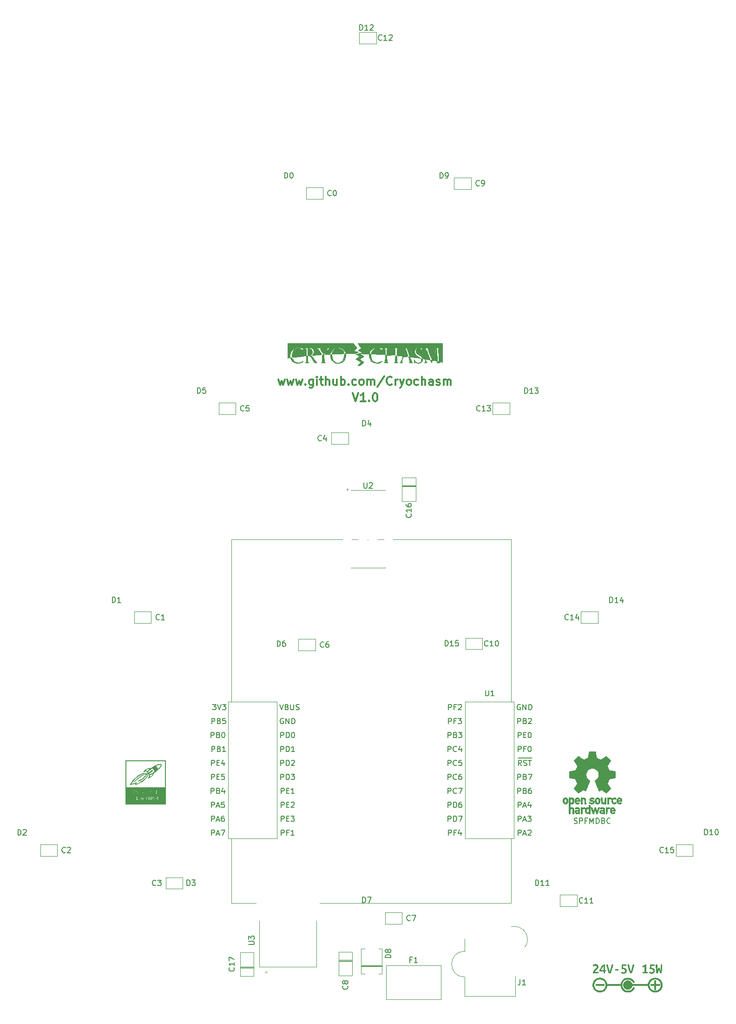
<source format=gbr>
%TF.GenerationSoftware,KiCad,Pcbnew,(2017-08-01 revision 9cbcb3224)-makepkg*%
%TF.CreationDate,2017-08-23T20:39:20-06:00*%
%TF.ProjectId,Christmas_Tree_Disco,4368726973746D61735F547265655F44,V1.0*%
%TF.SameCoordinates,Original*%
%TF.FileFunction,Legend,Top*%
%TF.FilePolarity,Positive*%
%FSLAX46Y46*%
G04 Gerber Fmt 4.6, Leading zero omitted, Abs format (unit mm)*
G04 Created by KiCad (PCBNEW (2017-08-01 revision 9cbcb3224)-makepkg) date 08/23/17 20:39:20*
%MOMM*%
%LPD*%
G01*
G04 APERTURE LIST*
%ADD10C,0.010000*%
%ADD11C,0.120000*%
%ADD12C,0.300000*%
%ADD13C,0.150000*%
%ADD14C,1.107000*%
%ADD15C,0.100000*%
%ADD16C,1.670000*%
%ADD17C,0.950000*%
%ADD18C,1.225000*%
%ADD19C,0.390000*%
%ADD20R,1.807000X2.352000*%
%ADD21R,11.522000X3.140000*%
%ADD22R,8.931200X6.950000*%
%ADD23C,1.666800*%
%ADD24C,2.000000*%
%ADD25C,2.600000*%
%ADD26C,5.100000*%
G04 APERTURE END LIST*
D10*
%TO.C,V1.0*%
G36*
X103294550Y-94091497D02*
X103573416Y-94188577D01*
X103817069Y-94360557D01*
X103935504Y-94496177D01*
X104023398Y-94642825D01*
X104093562Y-94804786D01*
X104135846Y-94951791D01*
X104140103Y-95053569D01*
X104129364Y-95074368D01*
X104072136Y-95084900D01*
X103932429Y-95096305D01*
X103728506Y-95108008D01*
X103478628Y-95119430D01*
X103201055Y-95129996D01*
X102914048Y-95139128D01*
X102635870Y-95146249D01*
X102384781Y-95150782D01*
X102179043Y-95152151D01*
X102036916Y-95149778D01*
X101976662Y-95143086D01*
X101975960Y-95142406D01*
X101974384Y-95063829D01*
X102010276Y-94926590D01*
X102072185Y-94761077D01*
X102148661Y-94597676D01*
X102228253Y-94466774D01*
X102232860Y-94460640D01*
X102449626Y-94253887D01*
X102712359Y-94123728D01*
X103000766Y-94069739D01*
X103294550Y-94091497D01*
X103294550Y-94091497D01*
G37*
X103294550Y-94091497D02*
X103573416Y-94188577D01*
X103817069Y-94360557D01*
X103935504Y-94496177D01*
X104023398Y-94642825D01*
X104093562Y-94804786D01*
X104135846Y-94951791D01*
X104140103Y-95053569D01*
X104129364Y-95074368D01*
X104072136Y-95084900D01*
X103932429Y-95096305D01*
X103728506Y-95108008D01*
X103478628Y-95119430D01*
X103201055Y-95129996D01*
X102914048Y-95139128D01*
X102635870Y-95146249D01*
X102384781Y-95150782D01*
X102179043Y-95152151D01*
X102036916Y-95149778D01*
X101976662Y-95143086D01*
X101975960Y-95142406D01*
X101974384Y-95063829D01*
X102010276Y-94926590D01*
X102072185Y-94761077D01*
X102148661Y-94597676D01*
X102228253Y-94466774D01*
X102232860Y-94460640D01*
X102449626Y-94253887D01*
X102712359Y-94123728D01*
X103000766Y-94069739D01*
X103294550Y-94091497D01*
G36*
X97994923Y-94172063D02*
X98194067Y-94282927D01*
X98323203Y-94457203D01*
X98326601Y-94465142D01*
X98392535Y-94711765D01*
X98385646Y-94940652D01*
X98310330Y-95130687D01*
X98170985Y-95260757D01*
X98159682Y-95266701D01*
X98023968Y-95318818D01*
X97861936Y-95359207D01*
X97708280Y-95381885D01*
X97597694Y-95380868D01*
X97568417Y-95368683D01*
X97555436Y-95307632D01*
X97544832Y-95166240D01*
X97537716Y-94965758D01*
X97535200Y-94734333D01*
X97535200Y-94133200D01*
X97740922Y-94133200D01*
X97994923Y-94172063D01*
X97994923Y-94172063D01*
G37*
X97994923Y-94172063D02*
X98194067Y-94282927D01*
X98323203Y-94457203D01*
X98326601Y-94465142D01*
X98392535Y-94711765D01*
X98385646Y-94940652D01*
X98310330Y-95130687D01*
X98170985Y-95260757D01*
X98159682Y-95266701D01*
X98023968Y-95318818D01*
X97861936Y-95359207D01*
X97708280Y-95381885D01*
X97597694Y-95380868D01*
X97568417Y-95368683D01*
X97555436Y-95307632D01*
X97544832Y-95166240D01*
X97537716Y-94965758D01*
X97535200Y-94734333D01*
X97535200Y-94133200D01*
X97740922Y-94133200D01*
X97994923Y-94172063D01*
G36*
X119999494Y-96240801D02*
X120046941Y-96248895D01*
X120166149Y-96274271D01*
X120231348Y-96293173D01*
X120233620Y-96294551D01*
X120232720Y-96348183D01*
X120205432Y-96456545D01*
X120164437Y-96581033D01*
X120122416Y-96683042D01*
X120092564Y-96724000D01*
X120056662Y-96681057D01*
X120007063Y-96573991D01*
X119991825Y-96533500D01*
X119942008Y-96394932D01*
X119904969Y-96292978D01*
X119900061Y-96279698D01*
X119911441Y-96240524D01*
X119999494Y-96240801D01*
X119999494Y-96240801D01*
G37*
X119999494Y-96240801D02*
X120046941Y-96248895D01*
X120166149Y-96274271D01*
X120231348Y-96293173D01*
X120233620Y-96294551D01*
X120232720Y-96348183D01*
X120205432Y-96456545D01*
X120164437Y-96581033D01*
X120122416Y-96683042D01*
X120092564Y-96724000D01*
X120056662Y-96681057D01*
X120007063Y-96573991D01*
X119991825Y-96533500D01*
X119942008Y-96394932D01*
X119904969Y-96292978D01*
X119900061Y-96279698D01*
X119911441Y-96240524D01*
X119999494Y-96240801D01*
G36*
X121036586Y-94350734D02*
X121041700Y-94382734D01*
X121048151Y-94451635D01*
X121056587Y-94567325D01*
X121067658Y-94739689D01*
X121082015Y-94978615D01*
X121100306Y-95293988D01*
X121123182Y-95695695D01*
X121137349Y-95946292D01*
X121166566Y-96463984D01*
X121310039Y-96495496D01*
X121423862Y-96542162D01*
X121482030Y-96601324D01*
X121548502Y-96677354D01*
X121625973Y-96722000D01*
X121654448Y-96745119D01*
X121598130Y-96759864D01*
X121450683Y-96767165D01*
X121309600Y-96768359D01*
X121095639Y-96764308D01*
X120982834Y-96752141D01*
X120971062Y-96731844D01*
X120985033Y-96725030D01*
X121083013Y-96655371D01*
X121133684Y-96563508D01*
X121121254Y-96484055D01*
X121102491Y-96467584D01*
X121026546Y-96441956D01*
X120880118Y-96407664D01*
X120693123Y-96371621D01*
X120668971Y-96367437D01*
X120489276Y-96333254D01*
X120356475Y-96301428D01*
X120295151Y-96277999D01*
X120293600Y-96275183D01*
X120310901Y-96222327D01*
X120358328Y-96092331D01*
X120429165Y-95902742D01*
X120516694Y-95671105D01*
X120614201Y-95414966D01*
X120714968Y-95151870D01*
X120812280Y-94899364D01*
X120899420Y-94674994D01*
X120969672Y-94496304D01*
X121016320Y-94380841D01*
X121032157Y-94345750D01*
X121036586Y-94350734D01*
X121036586Y-94350734D01*
G37*
X121036586Y-94350734D02*
X121041700Y-94382734D01*
X121048151Y-94451635D01*
X121056587Y-94567325D01*
X121067658Y-94739689D01*
X121082015Y-94978615D01*
X121100306Y-95293988D01*
X121123182Y-95695695D01*
X121137349Y-95946292D01*
X121166566Y-96463984D01*
X121310039Y-96495496D01*
X121423862Y-96542162D01*
X121482030Y-96601324D01*
X121548502Y-96677354D01*
X121625973Y-96722000D01*
X121654448Y-96745119D01*
X121598130Y-96759864D01*
X121450683Y-96767165D01*
X121309600Y-96768359D01*
X121095639Y-96764308D01*
X120982834Y-96752141D01*
X120971062Y-96731844D01*
X120985033Y-96725030D01*
X121083013Y-96655371D01*
X121133684Y-96563508D01*
X121121254Y-96484055D01*
X121102491Y-96467584D01*
X121026546Y-96441956D01*
X120880118Y-96407664D01*
X120693123Y-96371621D01*
X120668971Y-96367437D01*
X120489276Y-96333254D01*
X120356475Y-96301428D01*
X120295151Y-96277999D01*
X120293600Y-96275183D01*
X120310901Y-96222327D01*
X120358328Y-96092331D01*
X120429165Y-95902742D01*
X120516694Y-95671105D01*
X120614201Y-95414966D01*
X120714968Y-95151870D01*
X120812280Y-94899364D01*
X120899420Y-94674994D01*
X120969672Y-94496304D01*
X121016320Y-94380841D01*
X121032157Y-94345750D01*
X121036586Y-94350734D01*
G36*
X119511417Y-95268341D02*
X119615781Y-95545780D01*
X119706237Y-95791513D01*
X119776992Y-95989366D01*
X119822252Y-96123168D01*
X119836400Y-96175496D01*
X119792364Y-96204393D01*
X119677557Y-96198711D01*
X119671300Y-96197615D01*
X119510314Y-96170035D01*
X119323325Y-96139793D01*
X119287403Y-96134206D01*
X119068607Y-96100488D01*
X119084203Y-96372909D01*
X119100847Y-96539703D01*
X119135432Y-96636698D01*
X119201395Y-96695596D01*
X119226800Y-96709316D01*
X119284871Y-96743230D01*
X119280859Y-96762098D01*
X119201829Y-96769782D01*
X119034852Y-96770148D01*
X119023600Y-96770040D01*
X118869282Y-96764770D01*
X118777779Y-96754027D01*
X118768125Y-96740097D01*
X118769600Y-96739545D01*
X118898105Y-96642506D01*
X118963628Y-96465820D01*
X118972800Y-96337523D01*
X118983624Y-96201516D01*
X119010779Y-96116888D01*
X119023333Y-96105933D01*
X119046072Y-96051437D01*
X119068944Y-95916715D01*
X119089047Y-95723096D01*
X119101685Y-95530200D01*
X119116180Y-95266820D01*
X119132766Y-95008401D01*
X119148984Y-94791583D01*
X119157970Y-94692198D01*
X119186434Y-94412996D01*
X119511417Y-95268341D01*
X119511417Y-95268341D01*
G37*
X119511417Y-95268341D02*
X119615781Y-95545780D01*
X119706237Y-95791513D01*
X119776992Y-95989366D01*
X119822252Y-96123168D01*
X119836400Y-96175496D01*
X119792364Y-96204393D01*
X119677557Y-96198711D01*
X119671300Y-96197615D01*
X119510314Y-96170035D01*
X119323325Y-96139793D01*
X119287403Y-96134206D01*
X119068607Y-96100488D01*
X119084203Y-96372909D01*
X119100847Y-96539703D01*
X119135432Y-96636698D01*
X119201395Y-96695596D01*
X119226800Y-96709316D01*
X119284871Y-96743230D01*
X119280859Y-96762098D01*
X119201829Y-96769782D01*
X119034852Y-96770148D01*
X119023600Y-96770040D01*
X118869282Y-96764770D01*
X118777779Y-96754027D01*
X118768125Y-96740097D01*
X118769600Y-96739545D01*
X118898105Y-96642506D01*
X118963628Y-96465820D01*
X118972800Y-96337523D01*
X118983624Y-96201516D01*
X119010779Y-96116888D01*
X119023333Y-96105933D01*
X119046072Y-96051437D01*
X119068944Y-95916715D01*
X119089047Y-95723096D01*
X119101685Y-95530200D01*
X119116180Y-95266820D01*
X119132766Y-95008401D01*
X119148984Y-94791583D01*
X119157970Y-94692198D01*
X119186434Y-94412996D01*
X119511417Y-95268341D01*
G36*
X116095597Y-95692776D02*
X116198580Y-95806559D01*
X116288953Y-96009131D01*
X116307038Y-96063600D01*
X116412614Y-96356897D01*
X116517011Y-96573641D01*
X116615305Y-96704736D01*
X116673137Y-96739596D01*
X116668009Y-96749859D01*
X116578550Y-96757590D01*
X116422019Y-96761660D01*
X116331200Y-96761989D01*
X116153221Y-96759235D01*
X116038136Y-96752716D01*
X116001499Y-96743594D01*
X116016806Y-96738541D01*
X116118734Y-96696055D01*
X116158983Y-96651566D01*
X116154912Y-96577710D01*
X116123601Y-96432457D01*
X116070864Y-96240483D01*
X116034249Y-96122106D01*
X115966719Y-95906480D01*
X115930254Y-95769508D01*
X115922510Y-95693896D01*
X115941144Y-95662348D01*
X115971262Y-95657200D01*
X116095597Y-95692776D01*
X116095597Y-95692776D01*
G37*
X116095597Y-95692776D02*
X116198580Y-95806559D01*
X116288953Y-96009131D01*
X116307038Y-96063600D01*
X116412614Y-96356897D01*
X116517011Y-96573641D01*
X116615305Y-96704736D01*
X116673137Y-96739596D01*
X116668009Y-96749859D01*
X116578550Y-96757590D01*
X116422019Y-96761660D01*
X116331200Y-96761989D01*
X116153221Y-96759235D01*
X116038136Y-96752716D01*
X116001499Y-96743594D01*
X116016806Y-96738541D01*
X116118734Y-96696055D01*
X116158983Y-96651566D01*
X116154912Y-96577710D01*
X116123601Y-96432457D01*
X116070864Y-96240483D01*
X116034249Y-96122106D01*
X115966719Y-95906480D01*
X115930254Y-95769508D01*
X115922510Y-95693896D01*
X115941144Y-95662348D01*
X115971262Y-95657200D01*
X116095597Y-95692776D01*
G36*
X98199260Y-95468444D02*
X98322898Y-95568632D01*
X98464045Y-95738650D01*
X98636038Y-95989312D01*
X98636417Y-95989893D01*
X98814616Y-96259129D01*
X98951368Y-96453801D01*
X99057056Y-96586729D01*
X99142062Y-96670737D01*
X99216769Y-96718645D01*
X99231824Y-96725200D01*
X99269662Y-96750597D01*
X99222078Y-96765263D01*
X99081285Y-96771444D01*
X99070875Y-96771579D01*
X98803150Y-96774800D01*
X98569379Y-96406500D01*
X98443330Y-96208040D01*
X98321438Y-96016336D01*
X98226542Y-95867306D01*
X98212770Y-95845716D01*
X98098756Y-95701086D01*
X97968546Y-95581561D01*
X97937310Y-95560418D01*
X97784687Y-95467602D01*
X97951163Y-95434307D01*
X98079794Y-95427273D01*
X98199260Y-95468444D01*
X98199260Y-95468444D01*
G37*
X98199260Y-95468444D02*
X98322898Y-95568632D01*
X98464045Y-95738650D01*
X98636038Y-95989312D01*
X98636417Y-95989893D01*
X98814616Y-96259129D01*
X98951368Y-96453801D01*
X99057056Y-96586729D01*
X99142062Y-96670737D01*
X99216769Y-96718645D01*
X99231824Y-96725200D01*
X99269662Y-96750597D01*
X99222078Y-96765263D01*
X99081285Y-96771444D01*
X99070875Y-96771579D01*
X98803150Y-96774800D01*
X98569379Y-96406500D01*
X98443330Y-96208040D01*
X98321438Y-96016336D01*
X98226542Y-95867306D01*
X98212770Y-95845716D01*
X98098756Y-95701086D01*
X97968546Y-95581561D01*
X97937310Y-95560418D01*
X97784687Y-95467602D01*
X97951163Y-95434307D01*
X98079794Y-95427273D01*
X98199260Y-95468444D01*
G36*
X97515191Y-95509059D02*
X97528496Y-95602968D01*
X97534222Y-95769667D01*
X97535200Y-95953257D01*
X97541521Y-96258459D01*
X97562930Y-96476203D01*
X97603088Y-96619986D01*
X97665659Y-96703305D01*
X97748362Y-96738590D01*
X97755523Y-96748736D01*
X97676661Y-96757173D01*
X97527353Y-96762650D01*
X97433600Y-96763871D01*
X97249809Y-96762311D01*
X97123117Y-96755681D01*
X97071654Y-96745219D01*
X97078000Y-96739545D01*
X97165239Y-96691577D01*
X97224207Y-96609733D01*
X97259868Y-96476640D01*
X97277188Y-96274924D01*
X97281200Y-96028490D01*
X97285409Y-95811703D01*
X97296780Y-95638666D01*
X97313427Y-95530555D01*
X97327845Y-95504800D01*
X97412978Y-95488043D01*
X97454845Y-95473964D01*
X97491558Y-95471528D01*
X97515191Y-95509059D01*
X97515191Y-95509059D01*
G37*
X97515191Y-95509059D02*
X97528496Y-95602968D01*
X97534222Y-95769667D01*
X97535200Y-95953257D01*
X97541521Y-96258459D01*
X97562930Y-96476203D01*
X97603088Y-96619986D01*
X97665659Y-96703305D01*
X97748362Y-96738590D01*
X97755523Y-96748736D01*
X97676661Y-96757173D01*
X97527353Y-96762650D01*
X97433600Y-96763871D01*
X97249809Y-96762311D01*
X97123117Y-96755681D01*
X97071654Y-96745219D01*
X97078000Y-96739545D01*
X97165239Y-96691577D01*
X97224207Y-96609733D01*
X97259868Y-96476640D01*
X97277188Y-96274924D01*
X97281200Y-96028490D01*
X97285409Y-95811703D01*
X97296780Y-95638666D01*
X97313427Y-95530555D01*
X97327845Y-95504800D01*
X97412978Y-95488043D01*
X97454845Y-95473964D01*
X97491558Y-95471528D01*
X97515191Y-95509059D01*
G36*
X118384445Y-95992835D02*
X118458358Y-96067163D01*
X118471885Y-96192544D01*
X118434136Y-96345920D01*
X118354223Y-96504230D01*
X118241254Y-96644416D01*
X118104343Y-96743419D01*
X118084319Y-96752456D01*
X117865475Y-96807107D01*
X117603946Y-96820135D01*
X117349565Y-96791897D01*
X117198596Y-96746120D01*
X117075084Y-96701842D01*
X117008281Y-96708558D01*
X116983474Y-96735408D01*
X116962418Y-96724504D01*
X116947926Y-96629625D01*
X116942693Y-96470000D01*
X116943031Y-96139800D01*
X117042013Y-96357891D01*
X117173731Y-96544376D01*
X117359899Y-96676054D01*
X117575704Y-96747292D01*
X117796333Y-96752457D01*
X117996974Y-96685917D01*
X118106760Y-96599597D01*
X118178640Y-96470911D01*
X118219008Y-96297813D01*
X118221345Y-96126831D01*
X118188325Y-96017532D01*
X118194381Y-95973150D01*
X118269634Y-95964077D01*
X118384445Y-95992835D01*
X118384445Y-95992835D01*
G37*
X118384445Y-95992835D02*
X118458358Y-96067163D01*
X118471885Y-96192544D01*
X118434136Y-96345920D01*
X118354223Y-96504230D01*
X118241254Y-96644416D01*
X118104343Y-96743419D01*
X118084319Y-96752456D01*
X117865475Y-96807107D01*
X117603946Y-96820135D01*
X117349565Y-96791897D01*
X117198596Y-96746120D01*
X117075084Y-96701842D01*
X117008281Y-96708558D01*
X116983474Y-96735408D01*
X116962418Y-96724504D01*
X116947926Y-96629625D01*
X116942693Y-96470000D01*
X116943031Y-96139800D01*
X117042013Y-96357891D01*
X117173731Y-96544376D01*
X117359899Y-96676054D01*
X117575704Y-96747292D01*
X117796333Y-96752457D01*
X117996974Y-96685917D01*
X118106760Y-96599597D01*
X118178640Y-96470911D01*
X118219008Y-96297813D01*
X118221345Y-96126831D01*
X118188325Y-96017532D01*
X118194381Y-95973150D01*
X118269634Y-95964077D01*
X118384445Y-95992835D01*
G36*
X104428356Y-95102546D02*
X104471766Y-95130517D01*
X104490388Y-95205606D01*
X104494718Y-95351108D01*
X104494800Y-95420486D01*
X104482223Y-95643178D01*
X104435392Y-95834821D01*
X104340658Y-96051034D01*
X104339452Y-96053450D01*
X104126848Y-96378319D01*
X103858199Y-96619578D01*
X103538904Y-96774528D01*
X103174365Y-96840472D01*
X102804309Y-96820310D01*
X102465063Y-96719664D01*
X102168174Y-96537750D01*
X101926700Y-96289608D01*
X101753696Y-95990275D01*
X101662222Y-95654791D01*
X101651115Y-95492100D01*
X101652721Y-95327834D01*
X101667597Y-95240705D01*
X101708411Y-95206252D01*
X101787834Y-95200014D01*
X101802400Y-95200000D01*
X101893834Y-95205910D01*
X101938636Y-95241432D01*
X101953418Y-95333247D01*
X101954800Y-95444779D01*
X101995784Y-95817241D01*
X102113996Y-96149857D01*
X102302325Y-96423501D01*
X102328890Y-96451058D01*
X102589158Y-96646133D01*
X102878790Y-96751428D01*
X103180259Y-96766283D01*
X103476040Y-96690037D01*
X103748607Y-96522030D01*
X103768061Y-96505328D01*
X103957821Y-96286362D01*
X104087098Y-96009987D01*
X104161384Y-95662686D01*
X104177107Y-95498308D01*
X104192045Y-95298932D01*
X104209051Y-95180086D01*
X104237112Y-95120937D01*
X104285218Y-95100650D01*
X104349658Y-95098400D01*
X104428356Y-95102546D01*
X104428356Y-95102546D01*
G37*
X104428356Y-95102546D02*
X104471766Y-95130517D01*
X104490388Y-95205606D01*
X104494718Y-95351108D01*
X104494800Y-95420486D01*
X104482223Y-95643178D01*
X104435392Y-95834821D01*
X104340658Y-96051034D01*
X104339452Y-96053450D01*
X104126848Y-96378319D01*
X103858199Y-96619578D01*
X103538904Y-96774528D01*
X103174365Y-96840472D01*
X102804309Y-96820310D01*
X102465063Y-96719664D01*
X102168174Y-96537750D01*
X101926700Y-96289608D01*
X101753696Y-95990275D01*
X101662222Y-95654791D01*
X101651115Y-95492100D01*
X101652721Y-95327834D01*
X101667597Y-95240705D01*
X101708411Y-95206252D01*
X101787834Y-95200014D01*
X101802400Y-95200000D01*
X101893834Y-95205910D01*
X101938636Y-95241432D01*
X101953418Y-95333247D01*
X101954800Y-95444779D01*
X101995784Y-95817241D01*
X102113996Y-96149857D01*
X102302325Y-96423501D01*
X102328890Y-96451058D01*
X102589158Y-96646133D01*
X102878790Y-96751428D01*
X103180259Y-96766283D01*
X103476040Y-96690037D01*
X103748607Y-96522030D01*
X103768061Y-96505328D01*
X103957821Y-96286362D01*
X104087098Y-96009987D01*
X104161384Y-95662686D01*
X104177107Y-95498308D01*
X104192045Y-95298932D01*
X104209051Y-95180086D01*
X104237112Y-95120937D01*
X104285218Y-95100650D01*
X104349658Y-95098400D01*
X104428356Y-95102546D01*
G36*
X106490464Y-94038824D02*
X106244995Y-94288041D01*
X106126137Y-94414335D01*
X106046086Y-94510385D01*
X106021342Y-94556305D01*
X106021862Y-94556937D01*
X106077769Y-94581349D01*
X106204190Y-94627283D01*
X106374892Y-94685247D01*
X106392692Y-94691111D01*
X106741184Y-94805605D01*
X106473475Y-94952002D01*
X106372361Y-95005687D01*
X106283278Y-95044324D01*
X106187305Y-95070388D01*
X106065522Y-95086354D01*
X105899011Y-95094695D01*
X105668850Y-95097885D01*
X105356120Y-95098399D01*
X105354007Y-95098400D01*
X104502247Y-95098400D01*
X104380007Y-94831390D01*
X104178034Y-94500101D01*
X103914229Y-94247558D01*
X103594644Y-94078061D01*
X103225331Y-93995908D01*
X103200894Y-93993785D01*
X102816822Y-94009007D01*
X102466226Y-94112246D01*
X102161425Y-94295377D01*
X101914738Y-94550277D01*
X101738485Y-94868822D01*
X101698482Y-94984501D01*
X101636720Y-95190645D01*
X101148060Y-95210364D01*
X100936534Y-95217461D01*
X100766664Y-95220448D01*
X100661558Y-95219064D01*
X100639290Y-95216098D01*
X100657495Y-95170964D01*
X100722060Y-95058776D01*
X100822624Y-94896775D01*
X100940325Y-94715087D01*
X101129518Y-94444489D01*
X101285898Y-94258129D01*
X101417166Y-94147073D01*
X101443034Y-94132075D01*
X101624600Y-94036090D01*
X101269000Y-94035389D01*
X101085391Y-94038680D01*
X100993560Y-94050692D01*
X100983915Y-94073262D01*
X101002300Y-94086469D01*
X101065774Y-94143741D01*
X101082329Y-94225183D01*
X101047995Y-94344830D01*
X100958805Y-94516715D01*
X100815275Y-94747943D01*
X100539350Y-95174600D01*
X100548575Y-95909641D01*
X100552689Y-96196461D01*
X100558536Y-96398471D01*
X100568975Y-96532459D01*
X100586867Y-96615209D01*
X100615073Y-96663505D01*
X100656453Y-96694134D01*
X100684800Y-96708992D01*
X100735406Y-96739909D01*
X100729727Y-96759063D01*
X100654895Y-96769168D01*
X100498038Y-96772941D01*
X100380000Y-96773302D01*
X100175469Y-96771751D01*
X100059631Y-96765282D01*
X100019602Y-96751171D01*
X100042497Y-96726695D01*
X100075200Y-96708862D01*
X100125828Y-96680192D01*
X100160818Y-96642926D01*
X100183058Y-96579749D01*
X100195437Y-96473343D01*
X100200843Y-96306391D01*
X100202166Y-96061576D01*
X100202200Y-95947549D01*
X100202731Y-95669800D01*
X100206056Y-95477818D01*
X100214772Y-95355770D01*
X100231476Y-95287823D01*
X100258765Y-95258145D01*
X100299237Y-95250903D01*
X100316500Y-95250738D01*
X100405830Y-95241725D01*
X100430800Y-95226825D01*
X100404592Y-95177238D01*
X100333568Y-95061269D01*
X100229125Y-94897168D01*
X100124421Y-94736261D01*
X100001994Y-94542638D01*
X99906338Y-94377518D01*
X99848274Y-94260512D01*
X99836332Y-94214136D01*
X99891618Y-94151360D01*
X99977611Y-94095848D01*
X100020805Y-94067487D01*
X100008709Y-94049159D01*
X99928943Y-94038887D01*
X99769128Y-94034692D01*
X99592600Y-94034337D01*
X99365600Y-94035790D01*
X99228039Y-94040474D01*
X99167756Y-94050890D01*
X99172591Y-94069542D01*
X99230386Y-94098931D01*
X99245825Y-94105706D01*
X99348532Y-94175752D01*
X99475620Y-94311073D01*
X99635178Y-94521090D01*
X99766942Y-94712246D01*
X99914012Y-94929012D01*
X100011825Y-95083177D01*
X100052327Y-95186281D01*
X100027467Y-95249867D01*
X99929193Y-95285475D01*
X99749453Y-95304647D01*
X99480196Y-95318924D01*
X99338600Y-95326230D01*
X99079107Y-95341654D01*
X98828321Y-95358832D01*
X98621173Y-95375265D01*
X98525800Y-95384435D01*
X98271800Y-95412259D01*
X98428248Y-95312138D01*
X98592793Y-95153648D01*
X98682329Y-94952890D01*
X98700887Y-94731432D01*
X98652497Y-94510845D01*
X98541188Y-94312699D01*
X98370990Y-94158565D01*
X98198487Y-94082361D01*
X98086154Y-94062508D01*
X97924624Y-94047971D01*
X97733968Y-94038744D01*
X97534255Y-94034820D01*
X97345557Y-94036193D01*
X97187942Y-94042854D01*
X97081481Y-94054798D01*
X97046243Y-94072017D01*
X97061979Y-94082754D01*
X97150055Y-94134336D01*
X97211701Y-94217163D01*
X97251192Y-94347510D01*
X97272803Y-94541653D01*
X97280811Y-94815869D01*
X97281200Y-94917260D01*
X97279751Y-95170569D01*
X97273708Y-95339118D01*
X97260526Y-95439726D01*
X97237660Y-95489211D01*
X97202566Y-95504392D01*
X97192300Y-95504800D01*
X97117421Y-95510346D01*
X96957531Y-95525870D01*
X96728549Y-95549699D01*
X96446395Y-95580161D01*
X96126988Y-95615585D01*
X95985800Y-95631513D01*
X95655508Y-95668532D01*
X95355795Y-95701314D01*
X95102581Y-95728181D01*
X94911784Y-95747460D01*
X94799324Y-95757473D01*
X94779300Y-95758512D01*
X94731780Y-95744862D01*
X94704716Y-95689473D01*
X94692736Y-95571265D01*
X94690400Y-95409586D01*
X94727815Y-95024635D01*
X94834715Y-94693214D01*
X95003081Y-94423285D01*
X95224896Y-94222812D01*
X95492142Y-94099757D01*
X95796800Y-94062085D01*
X96020078Y-94089049D01*
X96306464Y-94193854D01*
X96528043Y-94374557D01*
X96626339Y-94509694D01*
X96722020Y-94666600D01*
X96722210Y-94379835D01*
X96722400Y-94093071D01*
X96506500Y-94063163D01*
X96137287Y-94017369D01*
X95848139Y-93994989D01*
X95620295Y-93995854D01*
X95434995Y-94019797D01*
X95313703Y-94052448D01*
X94994576Y-94210764D01*
X94719476Y-94454276D01*
X94513247Y-94749972D01*
X94431042Y-94918012D01*
X94385301Y-95070916D01*
X94365833Y-95252833D01*
X94362465Y-95403200D01*
X94360200Y-95784200D01*
X94524314Y-95800045D01*
X94630329Y-95823420D01*
X94704705Y-95885650D01*
X94775197Y-96012857D01*
X94793495Y-96053412D01*
X94879042Y-96220050D01*
X94973407Y-96365781D01*
X95010381Y-96410810D01*
X95242364Y-96588855D01*
X95524444Y-96694496D01*
X95834067Y-96726351D01*
X96148674Y-96683036D01*
X96445711Y-96563169D01*
X96538962Y-96504541D01*
X96634505Y-96449358D01*
X96665580Y-96459493D01*
X96663241Y-96469676D01*
X96597425Y-96545671D01*
X96462558Y-96634364D01*
X96287575Y-96721606D01*
X96101414Y-96793249D01*
X95933012Y-96835147D01*
X95909600Y-96838150D01*
X95712302Y-96844380D01*
X95514185Y-96829004D01*
X95477800Y-96822845D01*
X95307517Y-96783012D01*
X95155136Y-96736993D01*
X95137555Y-96730494D01*
X94958452Y-96627009D01*
X94766959Y-96462196D01*
X94593893Y-96266684D01*
X94470072Y-96071101D01*
X94466528Y-96063600D01*
X94399473Y-95928424D01*
X94341263Y-95864614D01*
X94258193Y-95851273D01*
X94144300Y-95863815D01*
X93928400Y-95892630D01*
X93928400Y-93168000D01*
X105845496Y-93168000D01*
X106490464Y-94038824D01*
X106490464Y-94038824D01*
G37*
X106490464Y-94038824D02*
X106244995Y-94288041D01*
X106126137Y-94414335D01*
X106046086Y-94510385D01*
X106021342Y-94556305D01*
X106021862Y-94556937D01*
X106077769Y-94581349D01*
X106204190Y-94627283D01*
X106374892Y-94685247D01*
X106392692Y-94691111D01*
X106741184Y-94805605D01*
X106473475Y-94952002D01*
X106372361Y-95005687D01*
X106283278Y-95044324D01*
X106187305Y-95070388D01*
X106065522Y-95086354D01*
X105899011Y-95094695D01*
X105668850Y-95097885D01*
X105356120Y-95098399D01*
X105354007Y-95098400D01*
X104502247Y-95098400D01*
X104380007Y-94831390D01*
X104178034Y-94500101D01*
X103914229Y-94247558D01*
X103594644Y-94078061D01*
X103225331Y-93995908D01*
X103200894Y-93993785D01*
X102816822Y-94009007D01*
X102466226Y-94112246D01*
X102161425Y-94295377D01*
X101914738Y-94550277D01*
X101738485Y-94868822D01*
X101698482Y-94984501D01*
X101636720Y-95190645D01*
X101148060Y-95210364D01*
X100936534Y-95217461D01*
X100766664Y-95220448D01*
X100661558Y-95219064D01*
X100639290Y-95216098D01*
X100657495Y-95170964D01*
X100722060Y-95058776D01*
X100822624Y-94896775D01*
X100940325Y-94715087D01*
X101129518Y-94444489D01*
X101285898Y-94258129D01*
X101417166Y-94147073D01*
X101443034Y-94132075D01*
X101624600Y-94036090D01*
X101269000Y-94035389D01*
X101085391Y-94038680D01*
X100993560Y-94050692D01*
X100983915Y-94073262D01*
X101002300Y-94086469D01*
X101065774Y-94143741D01*
X101082329Y-94225183D01*
X101047995Y-94344830D01*
X100958805Y-94516715D01*
X100815275Y-94747943D01*
X100539350Y-95174600D01*
X100548575Y-95909641D01*
X100552689Y-96196461D01*
X100558536Y-96398471D01*
X100568975Y-96532459D01*
X100586867Y-96615209D01*
X100615073Y-96663505D01*
X100656453Y-96694134D01*
X100684800Y-96708992D01*
X100735406Y-96739909D01*
X100729727Y-96759063D01*
X100654895Y-96769168D01*
X100498038Y-96772941D01*
X100380000Y-96773302D01*
X100175469Y-96771751D01*
X100059631Y-96765282D01*
X100019602Y-96751171D01*
X100042497Y-96726695D01*
X100075200Y-96708862D01*
X100125828Y-96680192D01*
X100160818Y-96642926D01*
X100183058Y-96579749D01*
X100195437Y-96473343D01*
X100200843Y-96306391D01*
X100202166Y-96061576D01*
X100202200Y-95947549D01*
X100202731Y-95669800D01*
X100206056Y-95477818D01*
X100214772Y-95355770D01*
X100231476Y-95287823D01*
X100258765Y-95258145D01*
X100299237Y-95250903D01*
X100316500Y-95250738D01*
X100405830Y-95241725D01*
X100430800Y-95226825D01*
X100404592Y-95177238D01*
X100333568Y-95061269D01*
X100229125Y-94897168D01*
X100124421Y-94736261D01*
X100001994Y-94542638D01*
X99906338Y-94377518D01*
X99848274Y-94260512D01*
X99836332Y-94214136D01*
X99891618Y-94151360D01*
X99977611Y-94095848D01*
X100020805Y-94067487D01*
X100008709Y-94049159D01*
X99928943Y-94038887D01*
X99769128Y-94034692D01*
X99592600Y-94034337D01*
X99365600Y-94035790D01*
X99228039Y-94040474D01*
X99167756Y-94050890D01*
X99172591Y-94069542D01*
X99230386Y-94098931D01*
X99245825Y-94105706D01*
X99348532Y-94175752D01*
X99475620Y-94311073D01*
X99635178Y-94521090D01*
X99766942Y-94712246D01*
X99914012Y-94929012D01*
X100011825Y-95083177D01*
X100052327Y-95186281D01*
X100027467Y-95249867D01*
X99929193Y-95285475D01*
X99749453Y-95304647D01*
X99480196Y-95318924D01*
X99338600Y-95326230D01*
X99079107Y-95341654D01*
X98828321Y-95358832D01*
X98621173Y-95375265D01*
X98525800Y-95384435D01*
X98271800Y-95412259D01*
X98428248Y-95312138D01*
X98592793Y-95153648D01*
X98682329Y-94952890D01*
X98700887Y-94731432D01*
X98652497Y-94510845D01*
X98541188Y-94312699D01*
X98370990Y-94158565D01*
X98198487Y-94082361D01*
X98086154Y-94062508D01*
X97924624Y-94047971D01*
X97733968Y-94038744D01*
X97534255Y-94034820D01*
X97345557Y-94036193D01*
X97187942Y-94042854D01*
X97081481Y-94054798D01*
X97046243Y-94072017D01*
X97061979Y-94082754D01*
X97150055Y-94134336D01*
X97211701Y-94217163D01*
X97251192Y-94347510D01*
X97272803Y-94541653D01*
X97280811Y-94815869D01*
X97281200Y-94917260D01*
X97279751Y-95170569D01*
X97273708Y-95339118D01*
X97260526Y-95439726D01*
X97237660Y-95489211D01*
X97202566Y-95504392D01*
X97192300Y-95504800D01*
X97117421Y-95510346D01*
X96957531Y-95525870D01*
X96728549Y-95549699D01*
X96446395Y-95580161D01*
X96126988Y-95615585D01*
X95985800Y-95631513D01*
X95655508Y-95668532D01*
X95355795Y-95701314D01*
X95102581Y-95728181D01*
X94911784Y-95747460D01*
X94799324Y-95757473D01*
X94779300Y-95758512D01*
X94731780Y-95744862D01*
X94704716Y-95689473D01*
X94692736Y-95571265D01*
X94690400Y-95409586D01*
X94727815Y-95024635D01*
X94834715Y-94693214D01*
X95003081Y-94423285D01*
X95224896Y-94222812D01*
X95492142Y-94099757D01*
X95796800Y-94062085D01*
X96020078Y-94089049D01*
X96306464Y-94193854D01*
X96528043Y-94374557D01*
X96626339Y-94509694D01*
X96722020Y-94666600D01*
X96722210Y-94379835D01*
X96722400Y-94093071D01*
X96506500Y-94063163D01*
X96137287Y-94017369D01*
X95848139Y-93994989D01*
X95620295Y-93995854D01*
X95434995Y-94019797D01*
X95313703Y-94052448D01*
X94994576Y-94210764D01*
X94719476Y-94454276D01*
X94513247Y-94749972D01*
X94431042Y-94918012D01*
X94385301Y-95070916D01*
X94365833Y-95252833D01*
X94362465Y-95403200D01*
X94360200Y-95784200D01*
X94524314Y-95800045D01*
X94630329Y-95823420D01*
X94704705Y-95885650D01*
X94775197Y-96012857D01*
X94793495Y-96053412D01*
X94879042Y-96220050D01*
X94973407Y-96365781D01*
X95010381Y-96410810D01*
X95242364Y-96588855D01*
X95524444Y-96694496D01*
X95834067Y-96726351D01*
X96148674Y-96683036D01*
X96445711Y-96563169D01*
X96538962Y-96504541D01*
X96634505Y-96449358D01*
X96665580Y-96459493D01*
X96663241Y-96469676D01*
X96597425Y-96545671D01*
X96462558Y-96634364D01*
X96287575Y-96721606D01*
X96101414Y-96793249D01*
X95933012Y-96835147D01*
X95909600Y-96838150D01*
X95712302Y-96844380D01*
X95514185Y-96829004D01*
X95477800Y-96822845D01*
X95307517Y-96783012D01*
X95155136Y-96736993D01*
X95137555Y-96730494D01*
X94958452Y-96627009D01*
X94766959Y-96462196D01*
X94593893Y-96266684D01*
X94470072Y-96071101D01*
X94466528Y-96063600D01*
X94399473Y-95928424D01*
X94341263Y-95864614D01*
X94258193Y-95851273D01*
X94144300Y-95863815D01*
X93928400Y-95892630D01*
X93928400Y-93168000D01*
X105845496Y-93168000D01*
X106490464Y-94038824D01*
G36*
X113791228Y-95439529D02*
X113791200Y-95461271D01*
X113788366Y-95460940D01*
X113787847Y-95439176D01*
X113791228Y-95439529D01*
X113791228Y-95439529D01*
G37*
X113791228Y-95439529D02*
X113791200Y-95461271D01*
X113788366Y-95460940D01*
X113787847Y-95439176D01*
X113791228Y-95439529D01*
G36*
X113651500Y-95444935D02*
X113788366Y-95460940D01*
X113802223Y-96042086D01*
X113809244Y-96298166D01*
X113818491Y-96471561D01*
X113833970Y-96581173D01*
X113859688Y-96645902D01*
X113899650Y-96684648D01*
X113943600Y-96709149D01*
X113994138Y-96739991D01*
X113988277Y-96759101D01*
X113913164Y-96769184D01*
X113755945Y-96772946D01*
X113638800Y-96773302D01*
X113434310Y-96771737D01*
X113318549Y-96765241D01*
X113278669Y-96751113D01*
X113301825Y-96726651D01*
X113334000Y-96709208D01*
X113387875Y-96677306D01*
X113424888Y-96633393D01*
X113449298Y-96558673D01*
X113465368Y-96434348D01*
X113477356Y-96241623D01*
X113486400Y-96036857D01*
X113511800Y-95428600D01*
X113651500Y-95444935D01*
X113651500Y-95444935D01*
G37*
X113651500Y-95444935D02*
X113788366Y-95460940D01*
X113802223Y-96042086D01*
X113809244Y-96298166D01*
X113818491Y-96471561D01*
X113833970Y-96581173D01*
X113859688Y-96645902D01*
X113899650Y-96684648D01*
X113943600Y-96709149D01*
X113994138Y-96739991D01*
X113988277Y-96759101D01*
X113913164Y-96769184D01*
X113755945Y-96772946D01*
X113638800Y-96773302D01*
X113434310Y-96771737D01*
X113318549Y-96765241D01*
X113278669Y-96751113D01*
X113301825Y-96726651D01*
X113334000Y-96709208D01*
X113387875Y-96677306D01*
X113424888Y-96633393D01*
X113449298Y-96558673D01*
X113465368Y-96434348D01*
X113477356Y-96241623D01*
X113486400Y-96036857D01*
X113511800Y-95428600D01*
X113651500Y-95444935D01*
G36*
X122122400Y-96660605D02*
X121810929Y-96595608D01*
X121641338Y-96552005D01*
X121513367Y-96503943D01*
X121460714Y-96467920D01*
X121446208Y-96397588D01*
X121431392Y-96244640D01*
X121416879Y-96027470D01*
X121403277Y-95764474D01*
X121391198Y-95474045D01*
X121381252Y-95174578D01*
X121374050Y-94884468D01*
X121370201Y-94622108D01*
X121370318Y-94405894D01*
X121375009Y-94254220D01*
X121384886Y-94185480D01*
X121384959Y-94185360D01*
X121458558Y-94119328D01*
X121530698Y-94080511D01*
X121565130Y-94055764D01*
X121511834Y-94044390D01*
X121364500Y-94045226D01*
X121343409Y-94045971D01*
X121047018Y-94057000D01*
X120635971Y-95136500D01*
X120517085Y-95445503D01*
X120409131Y-95719995D01*
X120317560Y-95946606D01*
X120247825Y-96111969D01*
X120205376Y-96202714D01*
X120195762Y-96215985D01*
X120170315Y-96170577D01*
X120114979Y-96043295D01*
X120035157Y-95847536D01*
X119936258Y-95596697D01*
X119823685Y-95304175D01*
X119760200Y-95136485D01*
X119353800Y-94057000D01*
X119023600Y-94049832D01*
X118874925Y-94049272D01*
X118794555Y-94054546D01*
X118798547Y-94064525D01*
X118802394Y-94065370D01*
X118922810Y-94120875D01*
X118997665Y-94183409D01*
X119028571Y-94226906D01*
X119049807Y-94288089D01*
X119062132Y-94382315D01*
X119066304Y-94524941D01*
X119063083Y-94731326D01*
X119053227Y-95016827D01*
X119046764Y-95176786D01*
X119009588Y-96074830D01*
X118750815Y-96040503D01*
X118604577Y-96019475D01*
X118510330Y-96002799D01*
X118491121Y-95996787D01*
X118470301Y-95950126D01*
X118420695Y-95848685D01*
X118413854Y-95835000D01*
X118326618Y-95726298D01*
X118161285Y-95582810D01*
X117930582Y-95415286D01*
X117865569Y-95371821D01*
X117666574Y-95236578D01*
X117494714Y-95112037D01*
X117371017Y-95013894D01*
X117321230Y-94965421D01*
X117277369Y-94858312D01*
X117250732Y-94698954D01*
X117247215Y-94624592D01*
X117284988Y-94394396D01*
X117389373Y-94223641D01*
X117541859Y-94116305D01*
X117723935Y-94076363D01*
X117917089Y-94107790D01*
X118102809Y-94214563D01*
X118262584Y-94400657D01*
X118265762Y-94405829D01*
X118362820Y-94565000D01*
X118363010Y-94266679D01*
X118358681Y-94100695D01*
X118342810Y-94021070D01*
X118311481Y-94012849D01*
X118298865Y-94021752D01*
X118200613Y-94049753D01*
X118024029Y-94030064D01*
X117998533Y-94024811D01*
X117699071Y-94005296D01*
X117433202Y-94081664D01*
X117200898Y-94253925D01*
X117197331Y-94257588D01*
X117085595Y-94393319D01*
X117027957Y-94532981D01*
X117004089Y-94703069D01*
X117007171Y-94901214D01*
X117058897Y-95071152D01*
X117170635Y-95228401D01*
X117353748Y-95388477D01*
X117619602Y-95566897D01*
X117650913Y-95586185D01*
X117834746Y-95702365D01*
X117982646Y-95802650D01*
X118075010Y-95873365D01*
X118095828Y-95896485D01*
X118052483Y-95901823D01*
X117927138Y-95895866D01*
X117738512Y-95880690D01*
X117505320Y-95858372D01*
X117246279Y-95830992D01*
X116980107Y-95800626D01*
X116725521Y-95769352D01*
X116501236Y-95739247D01*
X116325971Y-95712391D01*
X116218441Y-95690859D01*
X116204200Y-95686503D01*
X116171843Y-95634589D01*
X116114148Y-95502315D01*
X116037479Y-95305845D01*
X115948206Y-95061344D01*
X115874663Y-94849876D01*
X115770100Y-94547136D01*
X115690103Y-94328263D01*
X115628556Y-94180269D01*
X115579342Y-94090166D01*
X115536346Y-94044964D01*
X115493450Y-94031674D01*
X115489354Y-94031600D01*
X115444527Y-94042748D01*
X115401493Y-94085367D01*
X115353803Y-94173217D01*
X115295006Y-94320057D01*
X115218653Y-94539648D01*
X115141940Y-94772816D01*
X115060526Y-95030386D01*
X114994552Y-95252756D01*
X114948802Y-95422663D01*
X114928056Y-95522841D01*
X114928928Y-95541861D01*
X114949200Y-95542974D01*
X114976748Y-95502177D01*
X115016088Y-95407682D01*
X115071734Y-95247702D01*
X115148202Y-95010451D01*
X115218267Y-94786514D01*
X115380270Y-94265059D01*
X115569522Y-94796029D01*
X115672576Y-95083238D01*
X115744424Y-95287846D01*
X115785355Y-95423847D01*
X115795658Y-95505235D01*
X115775621Y-95546004D01*
X115725533Y-95560150D01*
X115645683Y-95561666D01*
X115585323Y-95562287D01*
X115443952Y-95567167D01*
X115397109Y-95574465D01*
X115437746Y-95588827D01*
X115518400Y-95606399D01*
X115591582Y-95625617D01*
X115586010Y-95638215D01*
X115493816Y-95646033D01*
X115329687Y-95650512D01*
X115151940Y-95655241D01*
X115030449Y-95672989D01*
X114948036Y-95720682D01*
X114887526Y-95815245D01*
X114831744Y-95973602D01*
X114765171Y-96206779D01*
X114707165Y-96437459D01*
X114688437Y-96590769D01*
X114710044Y-96683476D01*
X114773044Y-96732348D01*
X114798825Y-96740615D01*
X114799106Y-96753076D01*
X114716134Y-96763409D01*
X114584449Y-96768907D01*
X114285498Y-96774799D01*
X114415336Y-96672668D01*
X114503937Y-96566955D01*
X114597086Y-96381538D01*
X114699759Y-96106382D01*
X114707741Y-96082570D01*
X114784863Y-95840275D01*
X114822429Y-95677344D01*
X114816786Y-95578097D01*
X114764284Y-95526855D01*
X114661269Y-95507937D01*
X114573351Y-95505577D01*
X114435770Y-95499779D01*
X114245859Y-95485632D01*
X114101775Y-95471988D01*
X113791228Y-95439529D01*
X113791977Y-94860735D01*
X113793983Y-94586896D01*
X113802044Y-94395897D01*
X113820479Y-94268997D01*
X113853607Y-94187450D01*
X113905744Y-94132513D01*
X113969000Y-94092303D01*
X114000772Y-94064264D01*
X113968142Y-94046781D01*
X113859105Y-94037775D01*
X113661653Y-94035169D01*
X113638800Y-94035178D01*
X113432690Y-94036441D01*
X113314957Y-94041956D01*
X113272377Y-94055174D01*
X113291730Y-94079549D01*
X113346700Y-94111456D01*
X113407775Y-94147689D01*
X113447810Y-94190521D01*
X113471247Y-94260084D01*
X113482532Y-94376512D01*
X113486106Y-94559936D01*
X113486400Y-94744422D01*
X113486400Y-95301600D01*
X112914900Y-95309229D01*
X112679073Y-95313997D01*
X112539635Y-95321107D01*
X112491389Y-95331212D01*
X112529140Y-95344968D01*
X112572000Y-95352400D01*
X112669121Y-95369581D01*
X112690473Y-95381055D01*
X112628527Y-95388514D01*
X112475755Y-95393649D01*
X112379936Y-95395570D01*
X111959272Y-95403200D01*
X111973536Y-96024092D01*
X111980365Y-96284520D01*
X111989247Y-96461930D01*
X112004012Y-96574888D01*
X112028487Y-96641959D01*
X112066500Y-96681711D01*
X112114800Y-96709143D01*
X112165340Y-96739988D01*
X112159487Y-96759099D01*
X112084384Y-96769183D01*
X111927179Y-96772945D01*
X111810000Y-96773302D01*
X111605501Y-96771740D01*
X111489722Y-96765250D01*
X111449808Y-96751126D01*
X111472902Y-96726661D01*
X111505200Y-96709128D01*
X111556145Y-96679906D01*
X111591651Y-96641004D01*
X111614981Y-96574990D01*
X111629396Y-96464433D01*
X111638160Y-96291900D01*
X111644535Y-96039960D01*
X111646284Y-95955338D01*
X111660369Y-95265720D01*
X110960484Y-95232297D01*
X110630369Y-95216231D01*
X110266685Y-95198044D01*
X109916339Y-95180106D01*
X109656530Y-95166421D01*
X109052461Y-95133968D01*
X109077291Y-95520880D01*
X109137476Y-95906670D01*
X109264874Y-96218649D01*
X109461386Y-96460836D01*
X109559140Y-96538628D01*
X109819393Y-96664362D01*
X110121788Y-96720105D01*
X110434766Y-96705801D01*
X110726767Y-96621390D01*
X110872943Y-96541058D01*
X111008471Y-96459396D01*
X111074957Y-96438698D01*
X111065523Y-96473867D01*
X110973294Y-96559805D01*
X110936811Y-96588384D01*
X110724356Y-96725204D01*
X110506808Y-96803711D01*
X110245163Y-96836046D01*
X110132414Y-96838722D01*
X109754354Y-96795831D01*
X109421585Y-96669109D01*
X109143988Y-96468028D01*
X108931440Y-96202056D01*
X108793822Y-95880664D01*
X108741012Y-95513324D01*
X108740878Y-95504800D01*
X108736600Y-95174600D01*
X108900169Y-95158795D01*
X109017274Y-95131431D01*
X109081389Y-95057523D01*
X109112626Y-94965932D01*
X109246722Y-94636622D01*
X109441103Y-94375991D01*
X109683431Y-94190229D01*
X109961364Y-94085522D01*
X110262562Y-94068060D01*
X110574685Y-94144032D01*
X110668267Y-94185800D01*
X110887247Y-94329309D01*
X111003528Y-94476207D01*
X111086056Y-94641415D01*
X111117828Y-94482557D01*
X111141337Y-94321123D01*
X111149600Y-94190350D01*
X111139625Y-94105961D01*
X111091036Y-94065643D01*
X111064219Y-94062261D01*
X111448153Y-94062261D01*
X111474543Y-94089250D01*
X111479800Y-94092303D01*
X111557735Y-94144081D01*
X111608651Y-94207677D01*
X111638284Y-94304295D01*
X111652364Y-94455141D01*
X111656626Y-94681418D01*
X111656822Y-94747033D01*
X111660485Y-94960210D01*
X111669690Y-95133585D01*
X111682836Y-95243108D01*
X111691466Y-95267733D01*
X111764156Y-95294463D01*
X111843866Y-95301600D01*
X111895684Y-95297962D01*
X111929655Y-95275243D01*
X111949546Y-95215737D01*
X111959124Y-95101735D01*
X111962155Y-94915532D01*
X111962400Y-94744422D01*
X111963177Y-94500409D01*
X111968470Y-94337863D01*
X111982724Y-94236651D01*
X112010380Y-94176641D01*
X112055884Y-94137700D01*
X112102100Y-94111456D01*
X112163540Y-94074941D01*
X112174238Y-94052505D01*
X112120972Y-94040694D01*
X111990522Y-94036057D01*
X111810000Y-94035178D01*
X111603876Y-94037303D01*
X111487262Y-94045638D01*
X111448153Y-94062261D01*
X111064219Y-94062261D01*
X110975835Y-94051115D01*
X110933700Y-94049383D01*
X110773620Y-94040627D01*
X110558019Y-94024851D01*
X110332447Y-94005402D01*
X110323604Y-94004571D01*
X109993119Y-93996248D01*
X109717471Y-94046620D01*
X109463141Y-94164217D01*
X109321594Y-94259613D01*
X109168351Y-94399586D01*
X109014428Y-94583678D01*
X108883703Y-94778953D01*
X108800058Y-94952475D01*
X108787531Y-94996200D01*
X108756265Y-95138553D01*
X107920932Y-95110960D01*
X107642587Y-95103313D01*
X107403552Y-95099700D01*
X107220580Y-95100132D01*
X107110423Y-95104624D01*
X107085600Y-95110317D01*
X107125063Y-95148765D01*
X107229644Y-95226392D01*
X107378630Y-95328012D01*
X107415800Y-95352400D01*
X107571691Y-95456236D01*
X107687917Y-95537974D01*
X107743838Y-95582977D01*
X107746000Y-95586562D01*
X107706749Y-95621326D01*
X107602125Y-95697494D01*
X107451822Y-95800918D01*
X107390400Y-95842048D01*
X107228517Y-95951628D01*
X107105212Y-96038780D01*
X107040165Y-96089445D01*
X107034800Y-96096048D01*
X107074034Y-96130123D01*
X107178619Y-96205750D01*
X107328870Y-96308869D01*
X107390400Y-96350048D01*
X107552524Y-96461083D01*
X107675911Y-96551735D01*
X107740780Y-96607229D01*
X107746000Y-96615680D01*
X107712710Y-96662839D01*
X107624215Y-96762461D01*
X107497575Y-96895590D01*
X107455490Y-96938426D01*
X107307017Y-97084583D01*
X107200356Y-97171938D01*
X107107561Y-97215560D01*
X107000688Y-97230514D01*
X106910980Y-97232000D01*
X106656980Y-97232000D01*
X106957285Y-96928528D01*
X107091191Y-96788425D01*
X107188625Y-96677204D01*
X107234337Y-96612669D01*
X107235095Y-96604194D01*
X107182946Y-96574119D01*
X107059955Y-96509433D01*
X106886319Y-96420628D01*
X106742700Y-96348356D01*
X106548156Y-96249499D01*
X106392882Y-96167602D01*
X106295885Y-96112874D01*
X106272800Y-96095943D01*
X106312033Y-96061916D01*
X106416615Y-95986328D01*
X106566863Y-95883230D01*
X106628400Y-95842048D01*
X106790313Y-95732282D01*
X106913629Y-95644684D01*
X106978653Y-95593403D01*
X106984000Y-95586562D01*
X106944561Y-95552053D01*
X106839787Y-95477241D01*
X106689996Y-95376475D01*
X106642911Y-95345666D01*
X106301823Y-95123800D01*
X106638871Y-95108871D01*
X106895884Y-95080882D01*
X107111325Y-95013146D01*
X107239551Y-94949773D01*
X107503184Y-94805605D01*
X107154692Y-94691111D01*
X106981112Y-94632490D01*
X106849287Y-94584985D01*
X106785452Y-94558089D01*
X106783862Y-94556937D01*
X106805379Y-94514105D01*
X106883063Y-94420085D01*
X107000435Y-94294720D01*
X107007925Y-94287096D01*
X107254325Y-94036935D01*
X106976439Y-93665967D01*
X106848816Y-93494264D01*
X106742772Y-93349138D01*
X106674505Y-93252864D01*
X106660478Y-93231500D01*
X106673040Y-93222714D01*
X106724445Y-93214726D01*
X106818734Y-93207502D01*
X106959944Y-93201010D01*
X107152116Y-93195216D01*
X107399289Y-93190087D01*
X107705502Y-93185589D01*
X108074794Y-93181690D01*
X108511204Y-93178355D01*
X109018772Y-93175553D01*
X109601536Y-93173249D01*
X110263537Y-93171410D01*
X111008812Y-93170003D01*
X111841403Y-93168994D01*
X112765346Y-93168351D01*
X113784683Y-93168041D01*
X114372401Y-93168000D01*
X122122400Y-93168000D01*
X122122400Y-96660605D01*
X122122400Y-96660605D01*
G37*
X122122400Y-96660605D02*
X121810929Y-96595608D01*
X121641338Y-96552005D01*
X121513367Y-96503943D01*
X121460714Y-96467920D01*
X121446208Y-96397588D01*
X121431392Y-96244640D01*
X121416879Y-96027470D01*
X121403277Y-95764474D01*
X121391198Y-95474045D01*
X121381252Y-95174578D01*
X121374050Y-94884468D01*
X121370201Y-94622108D01*
X121370318Y-94405894D01*
X121375009Y-94254220D01*
X121384886Y-94185480D01*
X121384959Y-94185360D01*
X121458558Y-94119328D01*
X121530698Y-94080511D01*
X121565130Y-94055764D01*
X121511834Y-94044390D01*
X121364500Y-94045226D01*
X121343409Y-94045971D01*
X121047018Y-94057000D01*
X120635971Y-95136500D01*
X120517085Y-95445503D01*
X120409131Y-95719995D01*
X120317560Y-95946606D01*
X120247825Y-96111969D01*
X120205376Y-96202714D01*
X120195762Y-96215985D01*
X120170315Y-96170577D01*
X120114979Y-96043295D01*
X120035157Y-95847536D01*
X119936258Y-95596697D01*
X119823685Y-95304175D01*
X119760200Y-95136485D01*
X119353800Y-94057000D01*
X119023600Y-94049832D01*
X118874925Y-94049272D01*
X118794555Y-94054546D01*
X118798547Y-94064525D01*
X118802394Y-94065370D01*
X118922810Y-94120875D01*
X118997665Y-94183409D01*
X119028571Y-94226906D01*
X119049807Y-94288089D01*
X119062132Y-94382315D01*
X119066304Y-94524941D01*
X119063083Y-94731326D01*
X119053227Y-95016827D01*
X119046764Y-95176786D01*
X119009588Y-96074830D01*
X118750815Y-96040503D01*
X118604577Y-96019475D01*
X118510330Y-96002799D01*
X118491121Y-95996787D01*
X118470301Y-95950126D01*
X118420695Y-95848685D01*
X118413854Y-95835000D01*
X118326618Y-95726298D01*
X118161285Y-95582810D01*
X117930582Y-95415286D01*
X117865569Y-95371821D01*
X117666574Y-95236578D01*
X117494714Y-95112037D01*
X117371017Y-95013894D01*
X117321230Y-94965421D01*
X117277369Y-94858312D01*
X117250732Y-94698954D01*
X117247215Y-94624592D01*
X117284988Y-94394396D01*
X117389373Y-94223641D01*
X117541859Y-94116305D01*
X117723935Y-94076363D01*
X117917089Y-94107790D01*
X118102809Y-94214563D01*
X118262584Y-94400657D01*
X118265762Y-94405829D01*
X118362820Y-94565000D01*
X118363010Y-94266679D01*
X118358681Y-94100695D01*
X118342810Y-94021070D01*
X118311481Y-94012849D01*
X118298865Y-94021752D01*
X118200613Y-94049753D01*
X118024029Y-94030064D01*
X117998533Y-94024811D01*
X117699071Y-94005296D01*
X117433202Y-94081664D01*
X117200898Y-94253925D01*
X117197331Y-94257588D01*
X117085595Y-94393319D01*
X117027957Y-94532981D01*
X117004089Y-94703069D01*
X117007171Y-94901214D01*
X117058897Y-95071152D01*
X117170635Y-95228401D01*
X117353748Y-95388477D01*
X117619602Y-95566897D01*
X117650913Y-95586185D01*
X117834746Y-95702365D01*
X117982646Y-95802650D01*
X118075010Y-95873365D01*
X118095828Y-95896485D01*
X118052483Y-95901823D01*
X117927138Y-95895866D01*
X117738512Y-95880690D01*
X117505320Y-95858372D01*
X117246279Y-95830992D01*
X116980107Y-95800626D01*
X116725521Y-95769352D01*
X116501236Y-95739247D01*
X116325971Y-95712391D01*
X116218441Y-95690859D01*
X116204200Y-95686503D01*
X116171843Y-95634589D01*
X116114148Y-95502315D01*
X116037479Y-95305845D01*
X115948206Y-95061344D01*
X115874663Y-94849876D01*
X115770100Y-94547136D01*
X115690103Y-94328263D01*
X115628556Y-94180269D01*
X115579342Y-94090166D01*
X115536346Y-94044964D01*
X115493450Y-94031674D01*
X115489354Y-94031600D01*
X115444527Y-94042748D01*
X115401493Y-94085367D01*
X115353803Y-94173217D01*
X115295006Y-94320057D01*
X115218653Y-94539648D01*
X115141940Y-94772816D01*
X115060526Y-95030386D01*
X114994552Y-95252756D01*
X114948802Y-95422663D01*
X114928056Y-95522841D01*
X114928928Y-95541861D01*
X114949200Y-95542974D01*
X114976748Y-95502177D01*
X115016088Y-95407682D01*
X115071734Y-95247702D01*
X115148202Y-95010451D01*
X115218267Y-94786514D01*
X115380270Y-94265059D01*
X115569522Y-94796029D01*
X115672576Y-95083238D01*
X115744424Y-95287846D01*
X115785355Y-95423847D01*
X115795658Y-95505235D01*
X115775621Y-95546004D01*
X115725533Y-95560150D01*
X115645683Y-95561666D01*
X115585323Y-95562287D01*
X115443952Y-95567167D01*
X115397109Y-95574465D01*
X115437746Y-95588827D01*
X115518400Y-95606399D01*
X115591582Y-95625617D01*
X115586010Y-95638215D01*
X115493816Y-95646033D01*
X115329687Y-95650512D01*
X115151940Y-95655241D01*
X115030449Y-95672989D01*
X114948036Y-95720682D01*
X114887526Y-95815245D01*
X114831744Y-95973602D01*
X114765171Y-96206779D01*
X114707165Y-96437459D01*
X114688437Y-96590769D01*
X114710044Y-96683476D01*
X114773044Y-96732348D01*
X114798825Y-96740615D01*
X114799106Y-96753076D01*
X114716134Y-96763409D01*
X114584449Y-96768907D01*
X114285498Y-96774799D01*
X114415336Y-96672668D01*
X114503937Y-96566955D01*
X114597086Y-96381538D01*
X114699759Y-96106382D01*
X114707741Y-96082570D01*
X114784863Y-95840275D01*
X114822429Y-95677344D01*
X114816786Y-95578097D01*
X114764284Y-95526855D01*
X114661269Y-95507937D01*
X114573351Y-95505577D01*
X114435770Y-95499779D01*
X114245859Y-95485632D01*
X114101775Y-95471988D01*
X113791228Y-95439529D01*
X113791977Y-94860735D01*
X113793983Y-94586896D01*
X113802044Y-94395897D01*
X113820479Y-94268997D01*
X113853607Y-94187450D01*
X113905744Y-94132513D01*
X113969000Y-94092303D01*
X114000772Y-94064264D01*
X113968142Y-94046781D01*
X113859105Y-94037775D01*
X113661653Y-94035169D01*
X113638800Y-94035178D01*
X113432690Y-94036441D01*
X113314957Y-94041956D01*
X113272377Y-94055174D01*
X113291730Y-94079549D01*
X113346700Y-94111456D01*
X113407775Y-94147689D01*
X113447810Y-94190521D01*
X113471247Y-94260084D01*
X113482532Y-94376512D01*
X113486106Y-94559936D01*
X113486400Y-94744422D01*
X113486400Y-95301600D01*
X112914900Y-95309229D01*
X112679073Y-95313997D01*
X112539635Y-95321107D01*
X112491389Y-95331212D01*
X112529140Y-95344968D01*
X112572000Y-95352400D01*
X112669121Y-95369581D01*
X112690473Y-95381055D01*
X112628527Y-95388514D01*
X112475755Y-95393649D01*
X112379936Y-95395570D01*
X111959272Y-95403200D01*
X111973536Y-96024092D01*
X111980365Y-96284520D01*
X111989247Y-96461930D01*
X112004012Y-96574888D01*
X112028487Y-96641959D01*
X112066500Y-96681711D01*
X112114800Y-96709143D01*
X112165340Y-96739988D01*
X112159487Y-96759099D01*
X112084384Y-96769183D01*
X111927179Y-96772945D01*
X111810000Y-96773302D01*
X111605501Y-96771740D01*
X111489722Y-96765250D01*
X111449808Y-96751126D01*
X111472902Y-96726661D01*
X111505200Y-96709128D01*
X111556145Y-96679906D01*
X111591651Y-96641004D01*
X111614981Y-96574990D01*
X111629396Y-96464433D01*
X111638160Y-96291900D01*
X111644535Y-96039960D01*
X111646284Y-95955338D01*
X111660369Y-95265720D01*
X110960484Y-95232297D01*
X110630369Y-95216231D01*
X110266685Y-95198044D01*
X109916339Y-95180106D01*
X109656530Y-95166421D01*
X109052461Y-95133968D01*
X109077291Y-95520880D01*
X109137476Y-95906670D01*
X109264874Y-96218649D01*
X109461386Y-96460836D01*
X109559140Y-96538628D01*
X109819393Y-96664362D01*
X110121788Y-96720105D01*
X110434766Y-96705801D01*
X110726767Y-96621390D01*
X110872943Y-96541058D01*
X111008471Y-96459396D01*
X111074957Y-96438698D01*
X111065523Y-96473867D01*
X110973294Y-96559805D01*
X110936811Y-96588384D01*
X110724356Y-96725204D01*
X110506808Y-96803711D01*
X110245163Y-96836046D01*
X110132414Y-96838722D01*
X109754354Y-96795831D01*
X109421585Y-96669109D01*
X109143988Y-96468028D01*
X108931440Y-96202056D01*
X108793822Y-95880664D01*
X108741012Y-95513324D01*
X108740878Y-95504800D01*
X108736600Y-95174600D01*
X108900169Y-95158795D01*
X109017274Y-95131431D01*
X109081389Y-95057523D01*
X109112626Y-94965932D01*
X109246722Y-94636622D01*
X109441103Y-94375991D01*
X109683431Y-94190229D01*
X109961364Y-94085522D01*
X110262562Y-94068060D01*
X110574685Y-94144032D01*
X110668267Y-94185800D01*
X110887247Y-94329309D01*
X111003528Y-94476207D01*
X111086056Y-94641415D01*
X111117828Y-94482557D01*
X111141337Y-94321123D01*
X111149600Y-94190350D01*
X111139625Y-94105961D01*
X111091036Y-94065643D01*
X111064219Y-94062261D01*
X111448153Y-94062261D01*
X111474543Y-94089250D01*
X111479800Y-94092303D01*
X111557735Y-94144081D01*
X111608651Y-94207677D01*
X111638284Y-94304295D01*
X111652364Y-94455141D01*
X111656626Y-94681418D01*
X111656822Y-94747033D01*
X111660485Y-94960210D01*
X111669690Y-95133585D01*
X111682836Y-95243108D01*
X111691466Y-95267733D01*
X111764156Y-95294463D01*
X111843866Y-95301600D01*
X111895684Y-95297962D01*
X111929655Y-95275243D01*
X111949546Y-95215737D01*
X111959124Y-95101735D01*
X111962155Y-94915532D01*
X111962400Y-94744422D01*
X111963177Y-94500409D01*
X111968470Y-94337863D01*
X111982724Y-94236651D01*
X112010380Y-94176641D01*
X112055884Y-94137700D01*
X112102100Y-94111456D01*
X112163540Y-94074941D01*
X112174238Y-94052505D01*
X112120972Y-94040694D01*
X111990522Y-94036057D01*
X111810000Y-94035178D01*
X111603876Y-94037303D01*
X111487262Y-94045638D01*
X111448153Y-94062261D01*
X111064219Y-94062261D01*
X110975835Y-94051115D01*
X110933700Y-94049383D01*
X110773620Y-94040627D01*
X110558019Y-94024851D01*
X110332447Y-94005402D01*
X110323604Y-94004571D01*
X109993119Y-93996248D01*
X109717471Y-94046620D01*
X109463141Y-94164217D01*
X109321594Y-94259613D01*
X109168351Y-94399586D01*
X109014428Y-94583678D01*
X108883703Y-94778953D01*
X108800058Y-94952475D01*
X108787531Y-94996200D01*
X108756265Y-95138553D01*
X107920932Y-95110960D01*
X107642587Y-95103313D01*
X107403552Y-95099700D01*
X107220580Y-95100132D01*
X107110423Y-95104624D01*
X107085600Y-95110317D01*
X107125063Y-95148765D01*
X107229644Y-95226392D01*
X107378630Y-95328012D01*
X107415800Y-95352400D01*
X107571691Y-95456236D01*
X107687917Y-95537974D01*
X107743838Y-95582977D01*
X107746000Y-95586562D01*
X107706749Y-95621326D01*
X107602125Y-95697494D01*
X107451822Y-95800918D01*
X107390400Y-95842048D01*
X107228517Y-95951628D01*
X107105212Y-96038780D01*
X107040165Y-96089445D01*
X107034800Y-96096048D01*
X107074034Y-96130123D01*
X107178619Y-96205750D01*
X107328870Y-96308869D01*
X107390400Y-96350048D01*
X107552524Y-96461083D01*
X107675911Y-96551735D01*
X107740780Y-96607229D01*
X107746000Y-96615680D01*
X107712710Y-96662839D01*
X107624215Y-96762461D01*
X107497575Y-96895590D01*
X107455490Y-96938426D01*
X107307017Y-97084583D01*
X107200356Y-97171938D01*
X107107561Y-97215560D01*
X107000688Y-97230514D01*
X106910980Y-97232000D01*
X106656980Y-97232000D01*
X106957285Y-96928528D01*
X107091191Y-96788425D01*
X107188625Y-96677204D01*
X107234337Y-96612669D01*
X107235095Y-96604194D01*
X107182946Y-96574119D01*
X107059955Y-96509433D01*
X106886319Y-96420628D01*
X106742700Y-96348356D01*
X106548156Y-96249499D01*
X106392882Y-96167602D01*
X106295885Y-96112874D01*
X106272800Y-96095943D01*
X106312033Y-96061916D01*
X106416615Y-95986328D01*
X106566863Y-95883230D01*
X106628400Y-95842048D01*
X106790313Y-95732282D01*
X106913629Y-95644684D01*
X106978653Y-95593403D01*
X106984000Y-95586562D01*
X106944561Y-95552053D01*
X106839787Y-95477241D01*
X106689996Y-95376475D01*
X106642911Y-95345666D01*
X106301823Y-95123800D01*
X106638871Y-95108871D01*
X106895884Y-95080882D01*
X107111325Y-95013146D01*
X107239551Y-94949773D01*
X107503184Y-94805605D01*
X107154692Y-94691111D01*
X106981112Y-94632490D01*
X106849287Y-94584985D01*
X106785452Y-94558089D01*
X106783862Y-94556937D01*
X106805379Y-94514105D01*
X106883063Y-94420085D01*
X107000435Y-94294720D01*
X107007925Y-94287096D01*
X107254325Y-94036935D01*
X106976439Y-93665967D01*
X106848816Y-93494264D01*
X106742772Y-93349138D01*
X106674505Y-93252864D01*
X106660478Y-93231500D01*
X106673040Y-93222714D01*
X106724445Y-93214726D01*
X106818734Y-93207502D01*
X106959944Y-93201010D01*
X107152116Y-93195216D01*
X107399289Y-93190087D01*
X107705502Y-93185589D01*
X108074794Y-93181690D01*
X108511204Y-93178355D01*
X109018772Y-93175553D01*
X109601536Y-93173249D01*
X110263537Y-93171410D01*
X111008812Y-93170003D01*
X111841403Y-93168994D01*
X112765346Y-93168351D01*
X113784683Y-93168041D01*
X114372401Y-93168000D01*
X122122400Y-93168000D01*
X122122400Y-96660605D01*
%TO.C,H1*%
G36*
X66763945Y-174822668D02*
X66797378Y-174834343D01*
X66827444Y-174856366D01*
X66852188Y-174888348D01*
X66853911Y-174891384D01*
X66862957Y-174908849D01*
X66868566Y-174924085D01*
X66871544Y-174941111D01*
X66872695Y-174963948D01*
X66872844Y-174985950D01*
X66872412Y-175015894D01*
X66870647Y-175037208D01*
X66866786Y-175053951D01*
X66860070Y-175070178D01*
X66855289Y-175079583D01*
X66831824Y-175113180D01*
X66802377Y-175135665D01*
X66766374Y-175147420D01*
X66750063Y-175149199D01*
X66722717Y-175148684D01*
X66700140Y-175144442D01*
X66695075Y-175142505D01*
X66661899Y-175120569D01*
X66636927Y-175089366D01*
X66620565Y-175049652D01*
X66613217Y-175002185D01*
X66612836Y-174989125D01*
X66615542Y-174943814D01*
X66624935Y-174907189D01*
X66642001Y-174876588D01*
X66662985Y-174853591D01*
X66694793Y-174831904D01*
X66729098Y-174821726D01*
X66763945Y-174822668D01*
X66763945Y-174822668D01*
G37*
X66763945Y-174822668D02*
X66797378Y-174834343D01*
X66827444Y-174856366D01*
X66852188Y-174888348D01*
X66853911Y-174891384D01*
X66862957Y-174908849D01*
X66868566Y-174924085D01*
X66871544Y-174941111D01*
X66872695Y-174963948D01*
X66872844Y-174985950D01*
X66872412Y-175015894D01*
X66870647Y-175037208D01*
X66866786Y-175053951D01*
X66860070Y-175070178D01*
X66855289Y-175079583D01*
X66831824Y-175113180D01*
X66802377Y-175135665D01*
X66766374Y-175147420D01*
X66750063Y-175149199D01*
X66722717Y-175148684D01*
X66700140Y-175144442D01*
X66695075Y-175142505D01*
X66661899Y-175120569D01*
X66636927Y-175089366D01*
X66620565Y-175049652D01*
X66613217Y-175002185D01*
X66612836Y-174989125D01*
X66615542Y-174943814D01*
X66624935Y-174907189D01*
X66642001Y-174876588D01*
X66662985Y-174853591D01*
X66694793Y-174831904D01*
X66729098Y-174821726D01*
X66763945Y-174822668D01*
G36*
X69220722Y-175757712D02*
X69250057Y-175768441D01*
X69270086Y-175787223D01*
X69281588Y-175814794D01*
X69285341Y-175851891D01*
X69285342Y-175852725D01*
X69281513Y-175890062D01*
X69269607Y-175917978D01*
X69248998Y-175937066D01*
X69219061Y-175947921D01*
X69181727Y-175951150D01*
X69143000Y-175951150D01*
X69143000Y-175754300D01*
X69181303Y-175754300D01*
X69220722Y-175757712D01*
X69220722Y-175757712D01*
G37*
X69220722Y-175757712D02*
X69250057Y-175768441D01*
X69270086Y-175787223D01*
X69281588Y-175814794D01*
X69285341Y-175851891D01*
X69285342Y-175852725D01*
X69281513Y-175890062D01*
X69269607Y-175917978D01*
X69248998Y-175937066D01*
X69219061Y-175947921D01*
X69181727Y-175951150D01*
X69143000Y-175951150D01*
X69143000Y-175754300D01*
X69181303Y-175754300D01*
X69220722Y-175757712D01*
G36*
X69674089Y-176071313D02*
X69675772Y-176082105D01*
X69676355Y-176102272D01*
X69676400Y-176115774D01*
X69675152Y-176146468D01*
X69671767Y-176172796D01*
X69667375Y-176189057D01*
X69653512Y-176209075D01*
X69633228Y-176223034D01*
X69610019Y-176229900D01*
X69587384Y-176228640D01*
X69568819Y-176218219D01*
X69568804Y-176218204D01*
X69557185Y-176199167D01*
X69551038Y-176173572D01*
X69551546Y-176146819D01*
X69552290Y-176142943D01*
X69562525Y-176120547D01*
X69583057Y-176102241D01*
X69614929Y-176087135D01*
X69619555Y-176085499D01*
X69640637Y-176078096D01*
X69658042Y-176071707D01*
X69665287Y-176068847D01*
X69670772Y-176067644D01*
X69674089Y-176071313D01*
X69674089Y-176071313D01*
G37*
X69674089Y-176071313D02*
X69675772Y-176082105D01*
X69676355Y-176102272D01*
X69676400Y-176115774D01*
X69675152Y-176146468D01*
X69671767Y-176172796D01*
X69667375Y-176189057D01*
X69653512Y-176209075D01*
X69633228Y-176223034D01*
X69610019Y-176229900D01*
X69587384Y-176228640D01*
X69568819Y-176218219D01*
X69568804Y-176218204D01*
X69557185Y-176199167D01*
X69551038Y-176173572D01*
X69551546Y-176146819D01*
X69552290Y-176142943D01*
X69562525Y-176120547D01*
X69583057Y-176102241D01*
X69614929Y-176087135D01*
X69619555Y-176085499D01*
X69640637Y-176078096D01*
X69658042Y-176071707D01*
X69665287Y-176068847D01*
X69670772Y-176067644D01*
X69674089Y-176071313D01*
G36*
X66962639Y-176071313D02*
X66964322Y-176082105D01*
X66964905Y-176102272D01*
X66964950Y-176115774D01*
X66963702Y-176146468D01*
X66960317Y-176172796D01*
X66955925Y-176189057D01*
X66941367Y-176209601D01*
X66919683Y-176223840D01*
X66894753Y-176230339D01*
X66870460Y-176227663D01*
X66861950Y-176223796D01*
X66852082Y-176212027D01*
X66844555Y-176192158D01*
X66840557Y-176168737D01*
X66841274Y-176146311D01*
X66841460Y-176145268D01*
X66850107Y-176122746D01*
X66867621Y-176104849D01*
X66895608Y-176090138D01*
X66908105Y-176085499D01*
X66929187Y-176078096D01*
X66946592Y-176071707D01*
X66953837Y-176068847D01*
X66959322Y-176067644D01*
X66962639Y-176071313D01*
X66962639Y-176071313D01*
G37*
X66962639Y-176071313D02*
X66964322Y-176082105D01*
X66964905Y-176102272D01*
X66964950Y-176115774D01*
X66963702Y-176146468D01*
X66960317Y-176172796D01*
X66955925Y-176189057D01*
X66941367Y-176209601D01*
X66919683Y-176223840D01*
X66894753Y-176230339D01*
X66870460Y-176227663D01*
X66861950Y-176223796D01*
X66852082Y-176212027D01*
X66844555Y-176192158D01*
X66840557Y-176168737D01*
X66841274Y-176146311D01*
X66841460Y-176145268D01*
X66850107Y-176122746D01*
X66867621Y-176104849D01*
X66895608Y-176090138D01*
X66908105Y-176085499D01*
X66929187Y-176078096D01*
X66946592Y-176071707D01*
X66953837Y-176068847D01*
X66959322Y-176067644D01*
X66962639Y-176071313D01*
G36*
X70090872Y-175905466D02*
X70110618Y-175920395D01*
X70124875Y-175944011D01*
X70127862Y-175953077D01*
X70130595Y-175969536D01*
X70132828Y-175995315D01*
X70134349Y-176027042D01*
X70134945Y-176061339D01*
X70134945Y-176065462D01*
X70133590Y-176115721D01*
X70129614Y-176154537D01*
X70122782Y-176182939D01*
X70112859Y-176201958D01*
X70101503Y-176211685D01*
X70080243Y-176217685D01*
X70057007Y-176216407D01*
X70037435Y-176208460D01*
X70032494Y-176204217D01*
X70021154Y-176186182D01*
X70013251Y-176159530D01*
X70008628Y-176123234D01*
X70007132Y-176076264D01*
X70007762Y-176039549D01*
X70009972Y-175995370D01*
X70013747Y-175962082D01*
X70019574Y-175937922D01*
X70027940Y-175921126D01*
X70039331Y-175909931D01*
X70044348Y-175906888D01*
X70067996Y-175900529D01*
X70090872Y-175905466D01*
X70090872Y-175905466D01*
G37*
X70090872Y-175905466D02*
X70110618Y-175920395D01*
X70124875Y-175944011D01*
X70127862Y-175953077D01*
X70130595Y-175969536D01*
X70132828Y-175995315D01*
X70134349Y-176027042D01*
X70134945Y-176061339D01*
X70134945Y-176065462D01*
X70133590Y-176115721D01*
X70129614Y-176154537D01*
X70122782Y-176182939D01*
X70112859Y-176201958D01*
X70101503Y-176211685D01*
X70080243Y-176217685D01*
X70057007Y-176216407D01*
X70037435Y-176208460D01*
X70032494Y-176204217D01*
X70021154Y-176186182D01*
X70013251Y-176159530D01*
X70008628Y-176123234D01*
X70007132Y-176076264D01*
X70007762Y-176039549D01*
X70009972Y-175995370D01*
X70013747Y-175962082D01*
X70019574Y-175937922D01*
X70027940Y-175921126D01*
X70039331Y-175909931D01*
X70044348Y-175906888D01*
X70067996Y-175900529D01*
X70090872Y-175905466D01*
G36*
X70625471Y-169800991D02*
X70642309Y-169802736D01*
X70700833Y-169814534D01*
X70749769Y-169833837D01*
X70788806Y-169860449D01*
X70817635Y-169894173D01*
X70832140Y-169923391D01*
X70843228Y-169970990D01*
X70843027Y-170024125D01*
X70831616Y-170082662D01*
X70809071Y-170146470D01*
X70775470Y-170215416D01*
X70730890Y-170289368D01*
X70675409Y-170368192D01*
X70609102Y-170451758D01*
X70532048Y-170539931D01*
X70444324Y-170632581D01*
X70382905Y-170693883D01*
X70213495Y-170851444D01*
X70033523Y-171003204D01*
X69844145Y-171148254D01*
X69646517Y-171285690D01*
X69540785Y-171353903D01*
X69503961Y-171376945D01*
X69476210Y-171394684D01*
X69456083Y-171408927D01*
X69442128Y-171421480D01*
X69432896Y-171434150D01*
X69426937Y-171448743D01*
X69422801Y-171467067D01*
X69419038Y-171490929D01*
X69416301Y-171509011D01*
X69396956Y-171592738D01*
X69365228Y-171676043D01*
X69321431Y-171758608D01*
X69265882Y-171840114D01*
X69198894Y-171920240D01*
X69120785Y-171998670D01*
X69031870Y-172075082D01*
X68932464Y-172149159D01*
X68822883Y-172220580D01*
X68703442Y-172289028D01*
X68585855Y-172348747D01*
X68553603Y-172364079D01*
X68525326Y-172377269D01*
X68503009Y-172387412D01*
X68488636Y-172393602D01*
X68484255Y-172395106D01*
X68477952Y-172390310D01*
X68468197Y-172378418D01*
X68465137Y-172374076D01*
X68456049Y-172359590D01*
X68451134Y-172349544D01*
X68450850Y-172348144D01*
X68454691Y-172341156D01*
X68464763Y-172327591D01*
X68478868Y-172310404D01*
X68497384Y-172287948D01*
X68508610Y-172273722D01*
X68588270Y-172273722D01*
X68589939Y-172275252D01*
X68601170Y-172271263D01*
X68620468Y-172262484D01*
X68646337Y-172249643D01*
X68677282Y-172233468D01*
X68711807Y-172214686D01*
X68727075Y-172206162D01*
X68829369Y-172144557D01*
X68925034Y-172078804D01*
X69013191Y-172009734D01*
X69092963Y-171938183D01*
X69163473Y-171864984D01*
X69223842Y-171790970D01*
X69273194Y-171716975D01*
X69304541Y-171657516D01*
X69317398Y-171627367D01*
X69329480Y-171594841D01*
X69340217Y-171562061D01*
X69349036Y-171531148D01*
X69355367Y-171504223D01*
X69358638Y-171483408D01*
X69358278Y-171470824D01*
X69355562Y-171468050D01*
X69349072Y-171470878D01*
X69333444Y-171478663D01*
X69310728Y-171490357D01*
X69282975Y-171504910D01*
X69269283Y-171512169D01*
X69160995Y-171567553D01*
X69053724Y-171618104D01*
X68949640Y-171662883D01*
X68850913Y-171700951D01*
X68769677Y-171728313D01*
X68704329Y-171748597D01*
X68717749Y-171768661D01*
X68728137Y-171785816D01*
X68740478Y-171808443D01*
X68748172Y-171823650D01*
X68755674Y-171840208D01*
X68760588Y-171855285D01*
X68763450Y-171872291D01*
X68764798Y-171894637D01*
X68765170Y-171925734D01*
X68765175Y-171931600D01*
X68764950Y-171963958D01*
X68763861Y-171987212D01*
X68761285Y-172004957D01*
X68756597Y-172020787D01*
X68749174Y-172038295D01*
X68745187Y-172046810D01*
X68735307Y-172064702D01*
X68719207Y-172090472D01*
X68698404Y-172121925D01*
X68674416Y-172156867D01*
X68648759Y-172193105D01*
X68622951Y-172228445D01*
X68598508Y-172260693D01*
X68588270Y-172273722D01*
X68508610Y-172273722D01*
X68519945Y-172259359D01*
X68545221Y-172226451D01*
X68571880Y-172191039D01*
X68598588Y-172154938D01*
X68624015Y-172119961D01*
X68646827Y-172087924D01*
X68665694Y-172060641D01*
X68679281Y-172039927D01*
X68685895Y-172028403D01*
X68702957Y-171978490D01*
X68708036Y-171928010D01*
X68701173Y-171878638D01*
X68682407Y-171832049D01*
X68681154Y-171829816D01*
X68672553Y-171815805D01*
X68657977Y-171793267D01*
X68638692Y-171764108D01*
X68615965Y-171730234D01*
X68591061Y-171693551D01*
X68575903Y-171671425D01*
X68488232Y-171543896D01*
X68471128Y-171555891D01*
X68456671Y-171565738D01*
X68434365Y-171580561D01*
X68405621Y-171599452D01*
X68371845Y-171621503D01*
X68334446Y-171645807D01*
X68294833Y-171671456D01*
X68254414Y-171697544D01*
X68214597Y-171723162D01*
X68176792Y-171747403D01*
X68142405Y-171769360D01*
X68112845Y-171788126D01*
X68089522Y-171802793D01*
X68073843Y-171812453D01*
X68067216Y-171816200D01*
X68067094Y-171816207D01*
X68056027Y-171800902D01*
X68043391Y-171781745D01*
X68031056Y-171761822D01*
X68020894Y-171744216D01*
X68014774Y-171732012D01*
X68013854Y-171728428D01*
X68019338Y-171723580D01*
X68034060Y-171712301D01*
X68056854Y-171695441D01*
X68086552Y-171673848D01*
X68121986Y-171648371D01*
X68161988Y-171619859D01*
X68205391Y-171589161D01*
X68206375Y-171588468D01*
X68250172Y-171557549D01*
X68290905Y-171528675D01*
X68327353Y-171502721D01*
X68358293Y-171480562D01*
X68382501Y-171463074D01*
X68398756Y-171451133D01*
X68405829Y-171445620D01*
X68407747Y-171441669D01*
X68406816Y-171435009D01*
X68402349Y-171424429D01*
X68393656Y-171408718D01*
X68380047Y-171386663D01*
X68360835Y-171357055D01*
X68335329Y-171318681D01*
X68323949Y-171301705D01*
X68291033Y-171252994D01*
X68280606Y-171237910D01*
X68363618Y-171237910D01*
X68365764Y-171245790D01*
X68373766Y-171261333D01*
X68386154Y-171282339D01*
X68401459Y-171306605D01*
X68418210Y-171331931D01*
X68434938Y-171356115D01*
X68450173Y-171376956D01*
X68462446Y-171392252D01*
X68470286Y-171399803D01*
X68471926Y-171400122D01*
X68477868Y-171395999D01*
X68493317Y-171385152D01*
X68517409Y-171368187D01*
X68549283Y-171345715D01*
X68588076Y-171318343D01*
X68632925Y-171286680D01*
X68682969Y-171251336D01*
X68737345Y-171212917D01*
X68795191Y-171172033D01*
X68826496Y-171149903D01*
X68885755Y-171108051D01*
X68941972Y-171068435D01*
X68994290Y-171031653D01*
X69041850Y-170998304D01*
X69083795Y-170968988D01*
X69119266Y-170944303D01*
X69147404Y-170924850D01*
X69167353Y-170911226D01*
X69178253Y-170904032D01*
X69180068Y-170903031D01*
X69184974Y-170908079D01*
X69195274Y-170921749D01*
X69209486Y-170941983D01*
X69226126Y-170966727D01*
X69226990Y-170968038D01*
X69245492Y-170996836D01*
X69257218Y-171017014D01*
X69262938Y-171030165D01*
X69263422Y-171037885D01*
X69261915Y-171040233D01*
X69255376Y-171044866D01*
X69239081Y-171055817D01*
X69213932Y-171072494D01*
X69180829Y-171094305D01*
X69140674Y-171120662D01*
X69094367Y-171150971D01*
X69042809Y-171184642D01*
X68986902Y-171221084D01*
X68927547Y-171259707D01*
X68900112Y-171277537D01*
X68839732Y-171316852D01*
X68782600Y-171354226D01*
X68729592Y-171389075D01*
X68681585Y-171420813D01*
X68639455Y-171448857D01*
X68604078Y-171472620D01*
X68576333Y-171491520D01*
X68557095Y-171504971D01*
X68547240Y-171512388D01*
X68546100Y-171513619D01*
X68549493Y-171520795D01*
X68558823Y-171536389D01*
X68572813Y-171558367D01*
X68590185Y-171584694D01*
X68597678Y-171595815D01*
X68614716Y-171621516D01*
X68627956Y-171641061D01*
X68639340Y-171654797D01*
X68650809Y-171663068D01*
X68664304Y-171666220D01*
X68681768Y-171664599D01*
X68705140Y-171658550D01*
X68736363Y-171648418D01*
X68777378Y-171634550D01*
X68790575Y-171630146D01*
X68908661Y-171587083D01*
X69032442Y-171534556D01*
X69160211Y-171473422D01*
X69290262Y-171404538D01*
X69420888Y-171328761D01*
X69539875Y-171253847D01*
X69568361Y-171235178D01*
X69592887Y-171219042D01*
X69611578Y-171206675D01*
X69622564Y-171199314D01*
X69624656Y-171197837D01*
X69625270Y-171190246D01*
X69623208Y-171173242D01*
X69619050Y-171149687D01*
X69613375Y-171122446D01*
X69606762Y-171094379D01*
X69599792Y-171068351D01*
X69595807Y-171055300D01*
X69567525Y-170982052D01*
X69530251Y-170906922D01*
X69485713Y-170832411D01*
X69435641Y-170761020D01*
X69381765Y-170695252D01*
X69325812Y-170637607D01*
X69280060Y-170598513D01*
X69257057Y-170582315D01*
X69230301Y-170565836D01*
X69202761Y-170550642D01*
X69177407Y-170538300D01*
X69157208Y-170530376D01*
X69146895Y-170528269D01*
X69137104Y-170532042D01*
X69118715Y-170542738D01*
X69093086Y-170559396D01*
X69061576Y-170581058D01*
X69025544Y-170606764D01*
X68986349Y-170635554D01*
X68945350Y-170666468D01*
X68903905Y-170698546D01*
X68888077Y-170711037D01*
X68769580Y-170809135D01*
X68658458Y-170909855D01*
X68564822Y-171002148D01*
X68533648Y-171034686D01*
X68501583Y-171069366D01*
X68469953Y-171104631D01*
X68440088Y-171138925D01*
X68413315Y-171170693D01*
X68390962Y-171198377D01*
X68374358Y-171220423D01*
X68364829Y-171235273D01*
X68363618Y-171237910D01*
X68280606Y-171237910D01*
X68263885Y-171213724D01*
X68241430Y-171182636D01*
X68222592Y-171158472D01*
X68206297Y-171139975D01*
X68191468Y-171125887D01*
X68177030Y-171114949D01*
X68161908Y-171105904D01*
X68152400Y-171101029D01*
X68134483Y-171092923D01*
X68118241Y-171087868D01*
X68099732Y-171085189D01*
X68075015Y-171084211D01*
X68053975Y-171084167D01*
X68028275Y-171084677D01*
X68005477Y-171086307D01*
X67982528Y-171089595D01*
X67956380Y-171095076D01*
X67923982Y-171103290D01*
X67885700Y-171113815D01*
X67845261Y-171125303D01*
X67803620Y-171137401D01*
X67764638Y-171148972D01*
X67732175Y-171158877D01*
X67719943Y-171162736D01*
X67693969Y-171170961D01*
X67672742Y-171177482D01*
X67659009Y-171181465D01*
X67655373Y-171182300D01*
X67649941Y-171177359D01*
X67641542Y-171165485D01*
X67632899Y-171151097D01*
X67626736Y-171138614D01*
X67625350Y-171133575D01*
X67629827Y-171127564D01*
X67642249Y-171114571D01*
X67661099Y-171096089D01*
X67681569Y-171076722D01*
X67775937Y-171076722D01*
X67777923Y-171078800D01*
X67784100Y-171077717D01*
X67795245Y-171074896D01*
X67816359Y-171069471D01*
X67845122Y-171062042D01*
X67879213Y-171053208D01*
X67911100Y-171044923D01*
X67952321Y-171034370D01*
X67983901Y-171026840D01*
X68008425Y-171021920D01*
X68028479Y-171019198D01*
X68046648Y-171018263D01*
X68065518Y-171018702D01*
X68073025Y-171019120D01*
X68133254Y-171028500D01*
X68187178Y-171048903D01*
X68234819Y-171080342D01*
X68276204Y-171122830D01*
X68282493Y-171130984D01*
X68307812Y-171164895D01*
X68326943Y-171140664D01*
X68338492Y-171126461D01*
X68356014Y-171105425D01*
X68377181Y-171080331D01*
X68399663Y-171053956D01*
X68400887Y-171052528D01*
X68436660Y-171012563D01*
X68480085Y-170966866D01*
X68528903Y-170917642D01*
X68580850Y-170867095D01*
X68633666Y-170817429D01*
X68685088Y-170770849D01*
X68728563Y-170733171D01*
X68755602Y-170709974D01*
X68778489Y-170689624D01*
X68795757Y-170673485D01*
X68805939Y-170662921D01*
X68807938Y-170659349D01*
X68791409Y-170653423D01*
X68764702Y-170648786D01*
X68730279Y-170645499D01*
X68690602Y-170643623D01*
X68648134Y-170643218D01*
X68605338Y-170644346D01*
X68564674Y-170647065D01*
X68528607Y-170651438D01*
X68523119Y-170652348D01*
X68444702Y-170670460D01*
X68360861Y-170698157D01*
X68273459Y-170734625D01*
X68184357Y-170779048D01*
X68095418Y-170830609D01*
X68051288Y-170859015D01*
X67997560Y-170895998D01*
X67942990Y-170935733D01*
X67890417Y-170976034D01*
X67842679Y-171014716D01*
X67802614Y-171049592D01*
X67796800Y-171054959D01*
X67781959Y-171069258D01*
X67775937Y-171076722D01*
X67681569Y-171076722D01*
X67684861Y-171073608D01*
X67707877Y-171052388D01*
X67820148Y-170954576D01*
X67929555Y-170868591D01*
X68036741Y-170794053D01*
X68142348Y-170730582D01*
X68247017Y-170677797D01*
X68351391Y-170635320D01*
X68456110Y-170602770D01*
X68476250Y-170597639D01*
X68500897Y-170592012D01*
X68523901Y-170587969D01*
X68548220Y-170585253D01*
X68576812Y-170583610D01*
X68612633Y-170582782D01*
X68650875Y-170582530D01*
X68694245Y-170582619D01*
X68727726Y-170583284D01*
X68754126Y-170584762D01*
X68776252Y-170587291D01*
X68796909Y-170591110D01*
X68818906Y-170596456D01*
X68820691Y-170596926D01*
X68876207Y-170611598D01*
X68973091Y-170540524D01*
X69087531Y-170458974D01*
X69204052Y-170380556D01*
X69321891Y-170305610D01*
X69440280Y-170234471D01*
X69558456Y-170167480D01*
X69596872Y-170146991D01*
X69791204Y-170146991D01*
X69793721Y-170150079D01*
X69857800Y-170193183D01*
X69921167Y-170246529D01*
X69981355Y-170307782D01*
X70035891Y-170374607D01*
X70046068Y-170388668D01*
X70079115Y-170438752D01*
X70110697Y-170493052D01*
X70139576Y-170548953D01*
X70164509Y-170603841D01*
X70184255Y-170655102D01*
X70197574Y-170700119D01*
X70200500Y-170713987D01*
X70204937Y-170729264D01*
X70210492Y-170737393D01*
X70211852Y-170737800D01*
X70217888Y-170733449D01*
X70231689Y-170721120D01*
X70252120Y-170701901D01*
X70278050Y-170676878D01*
X70308347Y-170647138D01*
X70341879Y-170613767D01*
X70359055Y-170596512D01*
X70447904Y-170504243D01*
X70525521Y-170417804D01*
X70591934Y-170337151D01*
X70647172Y-170262243D01*
X70691262Y-170193036D01*
X70724234Y-170129488D01*
X70746116Y-170071555D01*
X70756936Y-170019196D01*
X70758208Y-169996371D01*
X70755600Y-169964647D01*
X70746274Y-169940818D01*
X70728180Y-169921428D01*
X70704537Y-169905950D01*
X70693175Y-169899892D01*
X70682339Y-169895618D01*
X70669590Y-169892825D01*
X70652490Y-169891213D01*
X70628599Y-169890483D01*
X70595479Y-169890333D01*
X70578100Y-169890371D01*
X70536222Y-169890820D01*
X70503066Y-169892155D01*
X70474664Y-169894785D01*
X70447045Y-169899120D01*
X70416242Y-169905568D01*
X70404433Y-169908293D01*
X70296465Y-169937084D01*
X70181643Y-169974524D01*
X70059431Y-170020807D01*
X69929289Y-170076128D01*
X69883324Y-170096946D01*
X69846625Y-170114007D01*
X69820327Y-170126793D01*
X69803166Y-170136053D01*
X69793880Y-170142536D01*
X69791204Y-170146991D01*
X69596872Y-170146991D01*
X69675654Y-170104974D01*
X69791107Y-170047291D01*
X69904052Y-169994770D01*
X70013722Y-169947748D01*
X70119353Y-169906564D01*
X70220180Y-169871556D01*
X70315438Y-169843062D01*
X70404361Y-169821421D01*
X70486184Y-169806969D01*
X70560143Y-169800047D01*
X70625471Y-169800991D01*
X70625471Y-169800991D01*
G37*
X70625471Y-169800991D02*
X70642309Y-169802736D01*
X70700833Y-169814534D01*
X70749769Y-169833837D01*
X70788806Y-169860449D01*
X70817635Y-169894173D01*
X70832140Y-169923391D01*
X70843228Y-169970990D01*
X70843027Y-170024125D01*
X70831616Y-170082662D01*
X70809071Y-170146470D01*
X70775470Y-170215416D01*
X70730890Y-170289368D01*
X70675409Y-170368192D01*
X70609102Y-170451758D01*
X70532048Y-170539931D01*
X70444324Y-170632581D01*
X70382905Y-170693883D01*
X70213495Y-170851444D01*
X70033523Y-171003204D01*
X69844145Y-171148254D01*
X69646517Y-171285690D01*
X69540785Y-171353903D01*
X69503961Y-171376945D01*
X69476210Y-171394684D01*
X69456083Y-171408927D01*
X69442128Y-171421480D01*
X69432896Y-171434150D01*
X69426937Y-171448743D01*
X69422801Y-171467067D01*
X69419038Y-171490929D01*
X69416301Y-171509011D01*
X69396956Y-171592738D01*
X69365228Y-171676043D01*
X69321431Y-171758608D01*
X69265882Y-171840114D01*
X69198894Y-171920240D01*
X69120785Y-171998670D01*
X69031870Y-172075082D01*
X68932464Y-172149159D01*
X68822883Y-172220580D01*
X68703442Y-172289028D01*
X68585855Y-172348747D01*
X68553603Y-172364079D01*
X68525326Y-172377269D01*
X68503009Y-172387412D01*
X68488636Y-172393602D01*
X68484255Y-172395106D01*
X68477952Y-172390310D01*
X68468197Y-172378418D01*
X68465137Y-172374076D01*
X68456049Y-172359590D01*
X68451134Y-172349544D01*
X68450850Y-172348144D01*
X68454691Y-172341156D01*
X68464763Y-172327591D01*
X68478868Y-172310404D01*
X68497384Y-172287948D01*
X68508610Y-172273722D01*
X68588270Y-172273722D01*
X68589939Y-172275252D01*
X68601170Y-172271263D01*
X68620468Y-172262484D01*
X68646337Y-172249643D01*
X68677282Y-172233468D01*
X68711807Y-172214686D01*
X68727075Y-172206162D01*
X68829369Y-172144557D01*
X68925034Y-172078804D01*
X69013191Y-172009734D01*
X69092963Y-171938183D01*
X69163473Y-171864984D01*
X69223842Y-171790970D01*
X69273194Y-171716975D01*
X69304541Y-171657516D01*
X69317398Y-171627367D01*
X69329480Y-171594841D01*
X69340217Y-171562061D01*
X69349036Y-171531148D01*
X69355367Y-171504223D01*
X69358638Y-171483408D01*
X69358278Y-171470824D01*
X69355562Y-171468050D01*
X69349072Y-171470878D01*
X69333444Y-171478663D01*
X69310728Y-171490357D01*
X69282975Y-171504910D01*
X69269283Y-171512169D01*
X69160995Y-171567553D01*
X69053724Y-171618104D01*
X68949640Y-171662883D01*
X68850913Y-171700951D01*
X68769677Y-171728313D01*
X68704329Y-171748597D01*
X68717749Y-171768661D01*
X68728137Y-171785816D01*
X68740478Y-171808443D01*
X68748172Y-171823650D01*
X68755674Y-171840208D01*
X68760588Y-171855285D01*
X68763450Y-171872291D01*
X68764798Y-171894637D01*
X68765170Y-171925734D01*
X68765175Y-171931600D01*
X68764950Y-171963958D01*
X68763861Y-171987212D01*
X68761285Y-172004957D01*
X68756597Y-172020787D01*
X68749174Y-172038295D01*
X68745187Y-172046810D01*
X68735307Y-172064702D01*
X68719207Y-172090472D01*
X68698404Y-172121925D01*
X68674416Y-172156867D01*
X68648759Y-172193105D01*
X68622951Y-172228445D01*
X68598508Y-172260693D01*
X68588270Y-172273722D01*
X68508610Y-172273722D01*
X68519945Y-172259359D01*
X68545221Y-172226451D01*
X68571880Y-172191039D01*
X68598588Y-172154938D01*
X68624015Y-172119961D01*
X68646827Y-172087924D01*
X68665694Y-172060641D01*
X68679281Y-172039927D01*
X68685895Y-172028403D01*
X68702957Y-171978490D01*
X68708036Y-171928010D01*
X68701173Y-171878638D01*
X68682407Y-171832049D01*
X68681154Y-171829816D01*
X68672553Y-171815805D01*
X68657977Y-171793267D01*
X68638692Y-171764108D01*
X68615965Y-171730234D01*
X68591061Y-171693551D01*
X68575903Y-171671425D01*
X68488232Y-171543896D01*
X68471128Y-171555891D01*
X68456671Y-171565738D01*
X68434365Y-171580561D01*
X68405621Y-171599452D01*
X68371845Y-171621503D01*
X68334446Y-171645807D01*
X68294833Y-171671456D01*
X68254414Y-171697544D01*
X68214597Y-171723162D01*
X68176792Y-171747403D01*
X68142405Y-171769360D01*
X68112845Y-171788126D01*
X68089522Y-171802793D01*
X68073843Y-171812453D01*
X68067216Y-171816200D01*
X68067094Y-171816207D01*
X68056027Y-171800902D01*
X68043391Y-171781745D01*
X68031056Y-171761822D01*
X68020894Y-171744216D01*
X68014774Y-171732012D01*
X68013854Y-171728428D01*
X68019338Y-171723580D01*
X68034060Y-171712301D01*
X68056854Y-171695441D01*
X68086552Y-171673848D01*
X68121986Y-171648371D01*
X68161988Y-171619859D01*
X68205391Y-171589161D01*
X68206375Y-171588468D01*
X68250172Y-171557549D01*
X68290905Y-171528675D01*
X68327353Y-171502721D01*
X68358293Y-171480562D01*
X68382501Y-171463074D01*
X68398756Y-171451133D01*
X68405829Y-171445620D01*
X68407747Y-171441669D01*
X68406816Y-171435009D01*
X68402349Y-171424429D01*
X68393656Y-171408718D01*
X68380047Y-171386663D01*
X68360835Y-171357055D01*
X68335329Y-171318681D01*
X68323949Y-171301705D01*
X68291033Y-171252994D01*
X68280606Y-171237910D01*
X68363618Y-171237910D01*
X68365764Y-171245790D01*
X68373766Y-171261333D01*
X68386154Y-171282339D01*
X68401459Y-171306605D01*
X68418210Y-171331931D01*
X68434938Y-171356115D01*
X68450173Y-171376956D01*
X68462446Y-171392252D01*
X68470286Y-171399803D01*
X68471926Y-171400122D01*
X68477868Y-171395999D01*
X68493317Y-171385152D01*
X68517409Y-171368187D01*
X68549283Y-171345715D01*
X68588076Y-171318343D01*
X68632925Y-171286680D01*
X68682969Y-171251336D01*
X68737345Y-171212917D01*
X68795191Y-171172033D01*
X68826496Y-171149903D01*
X68885755Y-171108051D01*
X68941972Y-171068435D01*
X68994290Y-171031653D01*
X69041850Y-170998304D01*
X69083795Y-170968988D01*
X69119266Y-170944303D01*
X69147404Y-170924850D01*
X69167353Y-170911226D01*
X69178253Y-170904032D01*
X69180068Y-170903031D01*
X69184974Y-170908079D01*
X69195274Y-170921749D01*
X69209486Y-170941983D01*
X69226126Y-170966727D01*
X69226990Y-170968038D01*
X69245492Y-170996836D01*
X69257218Y-171017014D01*
X69262938Y-171030165D01*
X69263422Y-171037885D01*
X69261915Y-171040233D01*
X69255376Y-171044866D01*
X69239081Y-171055817D01*
X69213932Y-171072494D01*
X69180829Y-171094305D01*
X69140674Y-171120662D01*
X69094367Y-171150971D01*
X69042809Y-171184642D01*
X68986902Y-171221084D01*
X68927547Y-171259707D01*
X68900112Y-171277537D01*
X68839732Y-171316852D01*
X68782600Y-171354226D01*
X68729592Y-171389075D01*
X68681585Y-171420813D01*
X68639455Y-171448857D01*
X68604078Y-171472620D01*
X68576333Y-171491520D01*
X68557095Y-171504971D01*
X68547240Y-171512388D01*
X68546100Y-171513619D01*
X68549493Y-171520795D01*
X68558823Y-171536389D01*
X68572813Y-171558367D01*
X68590185Y-171584694D01*
X68597678Y-171595815D01*
X68614716Y-171621516D01*
X68627956Y-171641061D01*
X68639340Y-171654797D01*
X68650809Y-171663068D01*
X68664304Y-171666220D01*
X68681768Y-171664599D01*
X68705140Y-171658550D01*
X68736363Y-171648418D01*
X68777378Y-171634550D01*
X68790575Y-171630146D01*
X68908661Y-171587083D01*
X69032442Y-171534556D01*
X69160211Y-171473422D01*
X69290262Y-171404538D01*
X69420888Y-171328761D01*
X69539875Y-171253847D01*
X69568361Y-171235178D01*
X69592887Y-171219042D01*
X69611578Y-171206675D01*
X69622564Y-171199314D01*
X69624656Y-171197837D01*
X69625270Y-171190246D01*
X69623208Y-171173242D01*
X69619050Y-171149687D01*
X69613375Y-171122446D01*
X69606762Y-171094379D01*
X69599792Y-171068351D01*
X69595807Y-171055300D01*
X69567525Y-170982052D01*
X69530251Y-170906922D01*
X69485713Y-170832411D01*
X69435641Y-170761020D01*
X69381765Y-170695252D01*
X69325812Y-170637607D01*
X69280060Y-170598513D01*
X69257057Y-170582315D01*
X69230301Y-170565836D01*
X69202761Y-170550642D01*
X69177407Y-170538300D01*
X69157208Y-170530376D01*
X69146895Y-170528269D01*
X69137104Y-170532042D01*
X69118715Y-170542738D01*
X69093086Y-170559396D01*
X69061576Y-170581058D01*
X69025544Y-170606764D01*
X68986349Y-170635554D01*
X68945350Y-170666468D01*
X68903905Y-170698546D01*
X68888077Y-170711037D01*
X68769580Y-170809135D01*
X68658458Y-170909855D01*
X68564822Y-171002148D01*
X68533648Y-171034686D01*
X68501583Y-171069366D01*
X68469953Y-171104631D01*
X68440088Y-171138925D01*
X68413315Y-171170693D01*
X68390962Y-171198377D01*
X68374358Y-171220423D01*
X68364829Y-171235273D01*
X68363618Y-171237910D01*
X68280606Y-171237910D01*
X68263885Y-171213724D01*
X68241430Y-171182636D01*
X68222592Y-171158472D01*
X68206297Y-171139975D01*
X68191468Y-171125887D01*
X68177030Y-171114949D01*
X68161908Y-171105904D01*
X68152400Y-171101029D01*
X68134483Y-171092923D01*
X68118241Y-171087868D01*
X68099732Y-171085189D01*
X68075015Y-171084211D01*
X68053975Y-171084167D01*
X68028275Y-171084677D01*
X68005477Y-171086307D01*
X67982528Y-171089595D01*
X67956380Y-171095076D01*
X67923982Y-171103290D01*
X67885700Y-171113815D01*
X67845261Y-171125303D01*
X67803620Y-171137401D01*
X67764638Y-171148972D01*
X67732175Y-171158877D01*
X67719943Y-171162736D01*
X67693969Y-171170961D01*
X67672742Y-171177482D01*
X67659009Y-171181465D01*
X67655373Y-171182300D01*
X67649941Y-171177359D01*
X67641542Y-171165485D01*
X67632899Y-171151097D01*
X67626736Y-171138614D01*
X67625350Y-171133575D01*
X67629827Y-171127564D01*
X67642249Y-171114571D01*
X67661099Y-171096089D01*
X67681569Y-171076722D01*
X67775937Y-171076722D01*
X67777923Y-171078800D01*
X67784100Y-171077717D01*
X67795245Y-171074896D01*
X67816359Y-171069471D01*
X67845122Y-171062042D01*
X67879213Y-171053208D01*
X67911100Y-171044923D01*
X67952321Y-171034370D01*
X67983901Y-171026840D01*
X68008425Y-171021920D01*
X68028479Y-171019198D01*
X68046648Y-171018263D01*
X68065518Y-171018702D01*
X68073025Y-171019120D01*
X68133254Y-171028500D01*
X68187178Y-171048903D01*
X68234819Y-171080342D01*
X68276204Y-171122830D01*
X68282493Y-171130984D01*
X68307812Y-171164895D01*
X68326943Y-171140664D01*
X68338492Y-171126461D01*
X68356014Y-171105425D01*
X68377181Y-171080331D01*
X68399663Y-171053956D01*
X68400887Y-171052528D01*
X68436660Y-171012563D01*
X68480085Y-170966866D01*
X68528903Y-170917642D01*
X68580850Y-170867095D01*
X68633666Y-170817429D01*
X68685088Y-170770849D01*
X68728563Y-170733171D01*
X68755602Y-170709974D01*
X68778489Y-170689624D01*
X68795757Y-170673485D01*
X68805939Y-170662921D01*
X68807938Y-170659349D01*
X68791409Y-170653423D01*
X68764702Y-170648786D01*
X68730279Y-170645499D01*
X68690602Y-170643623D01*
X68648134Y-170643218D01*
X68605338Y-170644346D01*
X68564674Y-170647065D01*
X68528607Y-170651438D01*
X68523119Y-170652348D01*
X68444702Y-170670460D01*
X68360861Y-170698157D01*
X68273459Y-170734625D01*
X68184357Y-170779048D01*
X68095418Y-170830609D01*
X68051288Y-170859015D01*
X67997560Y-170895998D01*
X67942990Y-170935733D01*
X67890417Y-170976034D01*
X67842679Y-171014716D01*
X67802614Y-171049592D01*
X67796800Y-171054959D01*
X67781959Y-171069258D01*
X67775937Y-171076722D01*
X67681569Y-171076722D01*
X67684861Y-171073608D01*
X67707877Y-171052388D01*
X67820148Y-170954576D01*
X67929555Y-170868591D01*
X68036741Y-170794053D01*
X68142348Y-170730582D01*
X68247017Y-170677797D01*
X68351391Y-170635320D01*
X68456110Y-170602770D01*
X68476250Y-170597639D01*
X68500897Y-170592012D01*
X68523901Y-170587969D01*
X68548220Y-170585253D01*
X68576812Y-170583610D01*
X68612633Y-170582782D01*
X68650875Y-170582530D01*
X68694245Y-170582619D01*
X68727726Y-170583284D01*
X68754126Y-170584762D01*
X68776252Y-170587291D01*
X68796909Y-170591110D01*
X68818906Y-170596456D01*
X68820691Y-170596926D01*
X68876207Y-170611598D01*
X68973091Y-170540524D01*
X69087531Y-170458974D01*
X69204052Y-170380556D01*
X69321891Y-170305610D01*
X69440280Y-170234471D01*
X69558456Y-170167480D01*
X69596872Y-170146991D01*
X69791204Y-170146991D01*
X69793721Y-170150079D01*
X69857800Y-170193183D01*
X69921167Y-170246529D01*
X69981355Y-170307782D01*
X70035891Y-170374607D01*
X70046068Y-170388668D01*
X70079115Y-170438752D01*
X70110697Y-170493052D01*
X70139576Y-170548953D01*
X70164509Y-170603841D01*
X70184255Y-170655102D01*
X70197574Y-170700119D01*
X70200500Y-170713987D01*
X70204937Y-170729264D01*
X70210492Y-170737393D01*
X70211852Y-170737800D01*
X70217888Y-170733449D01*
X70231689Y-170721120D01*
X70252120Y-170701901D01*
X70278050Y-170676878D01*
X70308347Y-170647138D01*
X70341879Y-170613767D01*
X70359055Y-170596512D01*
X70447904Y-170504243D01*
X70525521Y-170417804D01*
X70591934Y-170337151D01*
X70647172Y-170262243D01*
X70691262Y-170193036D01*
X70724234Y-170129488D01*
X70746116Y-170071555D01*
X70756936Y-170019196D01*
X70758208Y-169996371D01*
X70755600Y-169964647D01*
X70746274Y-169940818D01*
X70728180Y-169921428D01*
X70704537Y-169905950D01*
X70693175Y-169899892D01*
X70682339Y-169895618D01*
X70669590Y-169892825D01*
X70652490Y-169891213D01*
X70628599Y-169890483D01*
X70595479Y-169890333D01*
X70578100Y-169890371D01*
X70536222Y-169890820D01*
X70503066Y-169892155D01*
X70474664Y-169894785D01*
X70447045Y-169899120D01*
X70416242Y-169905568D01*
X70404433Y-169908293D01*
X70296465Y-169937084D01*
X70181643Y-169974524D01*
X70059431Y-170020807D01*
X69929289Y-170076128D01*
X69883324Y-170096946D01*
X69846625Y-170114007D01*
X69820327Y-170126793D01*
X69803166Y-170136053D01*
X69793880Y-170142536D01*
X69791204Y-170146991D01*
X69596872Y-170146991D01*
X69675654Y-170104974D01*
X69791107Y-170047291D01*
X69904052Y-169994770D01*
X70013722Y-169947748D01*
X70119353Y-169906564D01*
X70220180Y-169871556D01*
X70315438Y-169843062D01*
X70404361Y-169821421D01*
X70486184Y-169806969D01*
X70560143Y-169800047D01*
X70625471Y-169800991D01*
G36*
X67985958Y-171904022D02*
X67998551Y-171913225D01*
X68010766Y-171924060D01*
X68018305Y-171932924D01*
X68019050Y-171935047D01*
X68014863Y-171942696D01*
X68003114Y-171958163D01*
X67985017Y-171980090D01*
X67961785Y-172007115D01*
X67934632Y-172037878D01*
X67904773Y-172071019D01*
X67873422Y-172105178D01*
X67841793Y-172138994D01*
X67811100Y-172171108D01*
X67782558Y-172200159D01*
X67781179Y-172201537D01*
X67671758Y-172305577D01*
X67556828Y-172404532D01*
X67435130Y-172499300D01*
X67305410Y-172590780D01*
X67166411Y-172679868D01*
X67016877Y-172767464D01*
X66901450Y-172830396D01*
X66856321Y-172854098D01*
X66814367Y-172875723D01*
X66777011Y-172894569D01*
X66745678Y-172909934D01*
X66721790Y-172921114D01*
X66706771Y-172927409D01*
X66702528Y-172928550D01*
X66698759Y-172923340D01*
X66691999Y-172910202D01*
X66688695Y-172903085D01*
X66682287Y-172887281D01*
X66679532Y-172877151D01*
X66679793Y-172875545D01*
X66685941Y-172872175D01*
X66701775Y-172863858D01*
X66725675Y-172851433D01*
X66756024Y-172835741D01*
X66791202Y-172817621D01*
X66812550Y-172806653D01*
X66956804Y-172730096D01*
X67090253Y-172653901D01*
X67214700Y-172576916D01*
X67331948Y-172497986D01*
X67443800Y-172415956D01*
X67532114Y-172346097D01*
X67569962Y-172313870D01*
X67613729Y-172274453D01*
X67661422Y-172229817D01*
X67711051Y-172181931D01*
X67760624Y-172132767D01*
X67808150Y-172084293D01*
X67851637Y-172038481D01*
X67889095Y-171997300D01*
X67914127Y-171968112D01*
X67934977Y-171943419D01*
X67953352Y-171922735D01*
X67967602Y-171907838D01*
X67976076Y-171900508D01*
X67977285Y-171900050D01*
X67985958Y-171904022D01*
X67985958Y-171904022D01*
G37*
X67985958Y-171904022D02*
X67998551Y-171913225D01*
X68010766Y-171924060D01*
X68018305Y-171932924D01*
X68019050Y-171935047D01*
X68014863Y-171942696D01*
X68003114Y-171958163D01*
X67985017Y-171980090D01*
X67961785Y-172007115D01*
X67934632Y-172037878D01*
X67904773Y-172071019D01*
X67873422Y-172105178D01*
X67841793Y-172138994D01*
X67811100Y-172171108D01*
X67782558Y-172200159D01*
X67781179Y-172201537D01*
X67671758Y-172305577D01*
X67556828Y-172404532D01*
X67435130Y-172499300D01*
X67305410Y-172590780D01*
X67166411Y-172679868D01*
X67016877Y-172767464D01*
X66901450Y-172830396D01*
X66856321Y-172854098D01*
X66814367Y-172875723D01*
X66777011Y-172894569D01*
X66745678Y-172909934D01*
X66721790Y-172921114D01*
X66706771Y-172927409D01*
X66702528Y-172928550D01*
X66698759Y-172923340D01*
X66691999Y-172910202D01*
X66688695Y-172903085D01*
X66682287Y-172887281D01*
X66679532Y-172877151D01*
X66679793Y-172875545D01*
X66685941Y-172872175D01*
X66701775Y-172863858D01*
X66725675Y-172851433D01*
X66756024Y-172835741D01*
X66791202Y-172817621D01*
X66812550Y-172806653D01*
X66956804Y-172730096D01*
X67090253Y-172653901D01*
X67214700Y-172576916D01*
X67331948Y-172497986D01*
X67443800Y-172415956D01*
X67532114Y-172346097D01*
X67569962Y-172313870D01*
X67613729Y-172274453D01*
X67661422Y-172229817D01*
X67711051Y-172181931D01*
X67760624Y-172132767D01*
X67808150Y-172084293D01*
X67851637Y-172038481D01*
X67889095Y-171997300D01*
X67914127Y-171968112D01*
X67934977Y-171943419D01*
X67953352Y-171922735D01*
X67967602Y-171907838D01*
X67976076Y-171900508D01*
X67977285Y-171900050D01*
X67985958Y-171904022D01*
G36*
X68146040Y-171458909D02*
X68153973Y-171475291D01*
X68160263Y-171491335D01*
X68163451Y-171501373D01*
X68163498Y-171502930D01*
X68157279Y-171505691D01*
X68142740Y-171511854D01*
X68127000Y-171518431D01*
X67894006Y-171619599D01*
X67672407Y-171724829D01*
X67461400Y-171834649D01*
X67260184Y-171949584D01*
X67067955Y-172070161D01*
X66883912Y-172196904D01*
X66707250Y-172330342D01*
X66537169Y-172471000D01*
X66372865Y-172619403D01*
X66222000Y-172767425D01*
X66186308Y-172804133D01*
X66149831Y-172842175D01*
X66114685Y-172879306D01*
X66082987Y-172913281D01*
X66056853Y-172941854D01*
X66044666Y-172955537D01*
X66023067Y-172979883D01*
X66004412Y-173000371D01*
X65990287Y-173015300D01*
X65982278Y-173022971D01*
X65981166Y-173023629D01*
X65974501Y-173019821D01*
X65961933Y-173010414D01*
X65955615Y-173005292D01*
X65933706Y-172987126D01*
X66009364Y-172902275D01*
X66049938Y-172857826D01*
X66097629Y-172807331D01*
X66150363Y-172752860D01*
X66206066Y-172696483D01*
X66262663Y-172640272D01*
X66318079Y-172586296D01*
X66370239Y-172536625D01*
X66417068Y-172493329D01*
X66437900Y-172474663D01*
X66605121Y-172332572D01*
X66775594Y-172199354D01*
X66950965Y-172073910D01*
X67132880Y-171955144D01*
X67322986Y-171841959D01*
X67522929Y-171733256D01*
X67638050Y-171674803D01*
X67677530Y-171655481D01*
X67722214Y-171634050D01*
X67770611Y-171611185D01*
X67821231Y-171587562D01*
X67872584Y-171563858D01*
X67923181Y-171540749D01*
X67971531Y-171518910D01*
X68016146Y-171499018D01*
X68055536Y-171481748D01*
X68088210Y-171467777D01*
X68112678Y-171457781D01*
X68127452Y-171452435D01*
X68129044Y-171452000D01*
X68138604Y-171451893D01*
X68146040Y-171458909D01*
X68146040Y-171458909D01*
G37*
X68146040Y-171458909D02*
X68153973Y-171475291D01*
X68160263Y-171491335D01*
X68163451Y-171501373D01*
X68163498Y-171502930D01*
X68157279Y-171505691D01*
X68142740Y-171511854D01*
X68127000Y-171518431D01*
X67894006Y-171619599D01*
X67672407Y-171724829D01*
X67461400Y-171834649D01*
X67260184Y-171949584D01*
X67067955Y-172070161D01*
X66883912Y-172196904D01*
X66707250Y-172330342D01*
X66537169Y-172471000D01*
X66372865Y-172619403D01*
X66222000Y-172767425D01*
X66186308Y-172804133D01*
X66149831Y-172842175D01*
X66114685Y-172879306D01*
X66082987Y-172913281D01*
X66056853Y-172941854D01*
X66044666Y-172955537D01*
X66023067Y-172979883D01*
X66004412Y-173000371D01*
X65990287Y-173015300D01*
X65982278Y-173022971D01*
X65981166Y-173023629D01*
X65974501Y-173019821D01*
X65961933Y-173010414D01*
X65955615Y-173005292D01*
X65933706Y-172987126D01*
X66009364Y-172902275D01*
X66049938Y-172857826D01*
X66097629Y-172807331D01*
X66150363Y-172752860D01*
X66206066Y-172696483D01*
X66262663Y-172640272D01*
X66318079Y-172586296D01*
X66370239Y-172536625D01*
X66417068Y-172493329D01*
X66437900Y-172474663D01*
X66605121Y-172332572D01*
X66775594Y-172199354D01*
X66950965Y-172073910D01*
X67132880Y-171955144D01*
X67322986Y-171841959D01*
X67522929Y-171733256D01*
X67638050Y-171674803D01*
X67677530Y-171655481D01*
X67722214Y-171634050D01*
X67770611Y-171611185D01*
X67821231Y-171587562D01*
X67872584Y-171563858D01*
X67923181Y-171540749D01*
X67971531Y-171518910D01*
X68016146Y-171499018D01*
X68055536Y-171481748D01*
X68088210Y-171467777D01*
X68112678Y-171457781D01*
X68127452Y-171452435D01*
X68129044Y-171452000D01*
X68138604Y-171451893D01*
X68146040Y-171458909D01*
G36*
X67699307Y-171425591D02*
X67702257Y-171433699D01*
X67705217Y-171449609D01*
X67706119Y-171456646D01*
X67709199Y-171483971D01*
X67654281Y-171495275D01*
X67616783Y-171504273D01*
X67570774Y-171517320D01*
X67519380Y-171533385D01*
X67465730Y-171551432D01*
X67412951Y-171570429D01*
X67364169Y-171589342D01*
X67342775Y-171598223D01*
X67184128Y-171671548D01*
X67024160Y-171756555D01*
X66863811Y-171852429D01*
X66704022Y-171958357D01*
X66545735Y-172073523D01*
X66389891Y-172197112D01*
X66237432Y-172328311D01*
X66089299Y-172466305D01*
X65946433Y-172610278D01*
X65809775Y-172759417D01*
X65680267Y-172912906D01*
X65558851Y-173069932D01*
X65446468Y-173229680D01*
X65431697Y-173251929D01*
X65395355Y-173307542D01*
X65364546Y-173355669D01*
X65339584Y-173395788D01*
X65320785Y-173427374D01*
X65308463Y-173449906D01*
X65302933Y-173462859D01*
X65302949Y-173465766D01*
X65311054Y-173466247D01*
X65329805Y-173463391D01*
X65357714Y-173457604D01*
X65393291Y-173449289D01*
X65435047Y-173438853D01*
X65481493Y-173426701D01*
X65531139Y-173413237D01*
X65582495Y-173398867D01*
X65634074Y-173383996D01*
X65684384Y-173369028D01*
X65731938Y-173354370D01*
X65775245Y-173340425D01*
X65812817Y-173327600D01*
X65818914Y-173325421D01*
X65913955Y-173289440D01*
X66005507Y-173251408D01*
X66091156Y-173212411D01*
X66168489Y-173173535D01*
X66219530Y-173145140D01*
X66251986Y-173126150D01*
X66272286Y-173147095D01*
X66292587Y-173168040D01*
X66272751Y-173201682D01*
X66253216Y-173236848D01*
X66233753Y-173275511D01*
X66215333Y-173315353D01*
X66198923Y-173354055D01*
X66185495Y-173389297D01*
X66176018Y-173418761D01*
X66171462Y-173440128D01*
X66171200Y-173444530D01*
X66174184Y-173447011D01*
X66183936Y-173446165D01*
X66201650Y-173441679D01*
X66228523Y-173433237D01*
X66265752Y-173420525D01*
X66275530Y-173417096D01*
X66483091Y-173339899D01*
X66679278Y-173258319D01*
X66864766Y-173171987D01*
X67040227Y-173080539D01*
X67206337Y-172983608D01*
X67363769Y-172880827D01*
X67513197Y-172771830D01*
X67619352Y-172686676D01*
X67658785Y-172652588D01*
X67704573Y-172611062D01*
X67754626Y-172564146D01*
X67806850Y-172513884D01*
X67859155Y-172462324D01*
X67909450Y-172411511D01*
X67955642Y-172363491D01*
X67995640Y-172320312D01*
X68008206Y-172306250D01*
X68051133Y-172256529D01*
X68098845Y-172199372D01*
X68148922Y-172137800D01*
X68198945Y-172074836D01*
X68246493Y-172013502D01*
X68289147Y-171956820D01*
X68301539Y-171939922D01*
X68323601Y-171909702D01*
X68339777Y-171888648D01*
X68351779Y-171875751D01*
X68361320Y-171870001D01*
X68370112Y-171870386D01*
X68379866Y-171875897D01*
X68392295Y-171885524D01*
X68392907Y-171886008D01*
X68407989Y-171897928D01*
X68349289Y-171978827D01*
X68222877Y-172146197D01*
X68094339Y-172302437D01*
X67962783Y-172448218D01*
X67827320Y-172584212D01*
X67687058Y-172711091D01*
X67541109Y-172829525D01*
X67388581Y-172940187D01*
X67228584Y-173043748D01*
X67060228Y-173140879D01*
X66882623Y-173232252D01*
X66694878Y-173318539D01*
X66496103Y-173400410D01*
X66431613Y-173425184D01*
X66399543Y-173437149D01*
X66362610Y-173450669D01*
X66322636Y-173465105D01*
X66281444Y-173479817D01*
X66240855Y-173494164D01*
X66202691Y-173507509D01*
X66168776Y-173519209D01*
X66140930Y-173528625D01*
X66120976Y-173535118D01*
X66110735Y-173538047D01*
X66109970Y-173538150D01*
X66108874Y-173532323D01*
X66108069Y-173516935D01*
X66107706Y-173495122D01*
X66107700Y-173491540D01*
X66112527Y-173435618D01*
X66126635Y-173373996D01*
X66149460Y-173308998D01*
X66155085Y-173295652D01*
X66165058Y-173272463D01*
X66172758Y-173254223D01*
X66177041Y-173243658D01*
X66177550Y-173242129D01*
X66172169Y-173244030D01*
X66157451Y-173250424D01*
X66135530Y-173260357D01*
X66108541Y-173272875D01*
X66103298Y-173275334D01*
X66004691Y-173318846D01*
X65896000Y-173361651D01*
X65779844Y-173402818D01*
X65658838Y-173441417D01*
X65545482Y-173473857D01*
X65517006Y-173481315D01*
X65481893Y-173490136D01*
X65442071Y-173499873D01*
X65399468Y-173510080D01*
X65356012Y-173520310D01*
X65313630Y-173530116D01*
X65274249Y-173539052D01*
X65239797Y-173546671D01*
X65212203Y-173552527D01*
X65193393Y-173556172D01*
X65185789Y-173557200D01*
X65182083Y-173552512D01*
X65183150Y-173547012D01*
X65189084Y-173534682D01*
X65200590Y-173513429D01*
X65216562Y-173485132D01*
X65235896Y-173451672D01*
X65257485Y-173414928D01*
X65280225Y-173376779D01*
X65303008Y-173339106D01*
X65324731Y-173303787D01*
X65344287Y-173272703D01*
X65346821Y-173268746D01*
X65469115Y-173088792D01*
X65602877Y-172911570D01*
X65746974Y-172738225D01*
X65900273Y-172569896D01*
X66061641Y-172407728D01*
X66229947Y-172252862D01*
X66404057Y-172106440D01*
X66582838Y-171969605D01*
X66750339Y-171853252D01*
X66903409Y-171756441D01*
X67052655Y-171670889D01*
X67197835Y-171596720D01*
X67338703Y-171534061D01*
X67474556Y-171483189D01*
X67510583Y-171471519D01*
X67548439Y-171460095D01*
X67586081Y-171449440D01*
X67621463Y-171440080D01*
X67652542Y-171432537D01*
X67677272Y-171427336D01*
X67693610Y-171425002D01*
X67699307Y-171425591D01*
X67699307Y-171425591D01*
G37*
X67699307Y-171425591D02*
X67702257Y-171433699D01*
X67705217Y-171449609D01*
X67706119Y-171456646D01*
X67709199Y-171483971D01*
X67654281Y-171495275D01*
X67616783Y-171504273D01*
X67570774Y-171517320D01*
X67519380Y-171533385D01*
X67465730Y-171551432D01*
X67412951Y-171570429D01*
X67364169Y-171589342D01*
X67342775Y-171598223D01*
X67184128Y-171671548D01*
X67024160Y-171756555D01*
X66863811Y-171852429D01*
X66704022Y-171958357D01*
X66545735Y-172073523D01*
X66389891Y-172197112D01*
X66237432Y-172328311D01*
X66089299Y-172466305D01*
X65946433Y-172610278D01*
X65809775Y-172759417D01*
X65680267Y-172912906D01*
X65558851Y-173069932D01*
X65446468Y-173229680D01*
X65431697Y-173251929D01*
X65395355Y-173307542D01*
X65364546Y-173355669D01*
X65339584Y-173395788D01*
X65320785Y-173427374D01*
X65308463Y-173449906D01*
X65302933Y-173462859D01*
X65302949Y-173465766D01*
X65311054Y-173466247D01*
X65329805Y-173463391D01*
X65357714Y-173457604D01*
X65393291Y-173449289D01*
X65435047Y-173438853D01*
X65481493Y-173426701D01*
X65531139Y-173413237D01*
X65582495Y-173398867D01*
X65634074Y-173383996D01*
X65684384Y-173369028D01*
X65731938Y-173354370D01*
X65775245Y-173340425D01*
X65812817Y-173327600D01*
X65818914Y-173325421D01*
X65913955Y-173289440D01*
X66005507Y-173251408D01*
X66091156Y-173212411D01*
X66168489Y-173173535D01*
X66219530Y-173145140D01*
X66251986Y-173126150D01*
X66272286Y-173147095D01*
X66292587Y-173168040D01*
X66272751Y-173201682D01*
X66253216Y-173236848D01*
X66233753Y-173275511D01*
X66215333Y-173315353D01*
X66198923Y-173354055D01*
X66185495Y-173389297D01*
X66176018Y-173418761D01*
X66171462Y-173440128D01*
X66171200Y-173444530D01*
X66174184Y-173447011D01*
X66183936Y-173446165D01*
X66201650Y-173441679D01*
X66228523Y-173433237D01*
X66265752Y-173420525D01*
X66275530Y-173417096D01*
X66483091Y-173339899D01*
X66679278Y-173258319D01*
X66864766Y-173171987D01*
X67040227Y-173080539D01*
X67206337Y-172983608D01*
X67363769Y-172880827D01*
X67513197Y-172771830D01*
X67619352Y-172686676D01*
X67658785Y-172652588D01*
X67704573Y-172611062D01*
X67754626Y-172564146D01*
X67806850Y-172513884D01*
X67859155Y-172462324D01*
X67909450Y-172411511D01*
X67955642Y-172363491D01*
X67995640Y-172320312D01*
X68008206Y-172306250D01*
X68051133Y-172256529D01*
X68098845Y-172199372D01*
X68148922Y-172137800D01*
X68198945Y-172074836D01*
X68246493Y-172013502D01*
X68289147Y-171956820D01*
X68301539Y-171939922D01*
X68323601Y-171909702D01*
X68339777Y-171888648D01*
X68351779Y-171875751D01*
X68361320Y-171870001D01*
X68370112Y-171870386D01*
X68379866Y-171875897D01*
X68392295Y-171885524D01*
X68392907Y-171886008D01*
X68407989Y-171897928D01*
X68349289Y-171978827D01*
X68222877Y-172146197D01*
X68094339Y-172302437D01*
X67962783Y-172448218D01*
X67827320Y-172584212D01*
X67687058Y-172711091D01*
X67541109Y-172829525D01*
X67388581Y-172940187D01*
X67228584Y-173043748D01*
X67060228Y-173140879D01*
X66882623Y-173232252D01*
X66694878Y-173318539D01*
X66496103Y-173400410D01*
X66431613Y-173425184D01*
X66399543Y-173437149D01*
X66362610Y-173450669D01*
X66322636Y-173465105D01*
X66281444Y-173479817D01*
X66240855Y-173494164D01*
X66202691Y-173507509D01*
X66168776Y-173519209D01*
X66140930Y-173528625D01*
X66120976Y-173535118D01*
X66110735Y-173538047D01*
X66109970Y-173538150D01*
X66108874Y-173532323D01*
X66108069Y-173516935D01*
X66107706Y-173495122D01*
X66107700Y-173491540D01*
X66112527Y-173435618D01*
X66126635Y-173373996D01*
X66149460Y-173308998D01*
X66155085Y-173295652D01*
X66165058Y-173272463D01*
X66172758Y-173254223D01*
X66177041Y-173243658D01*
X66177550Y-173242129D01*
X66172169Y-173244030D01*
X66157451Y-173250424D01*
X66135530Y-173260357D01*
X66108541Y-173272875D01*
X66103298Y-173275334D01*
X66004691Y-173318846D01*
X65896000Y-173361651D01*
X65779844Y-173402818D01*
X65658838Y-173441417D01*
X65545482Y-173473857D01*
X65517006Y-173481315D01*
X65481893Y-173490136D01*
X65442071Y-173499873D01*
X65399468Y-173510080D01*
X65356012Y-173520310D01*
X65313630Y-173530116D01*
X65274249Y-173539052D01*
X65239797Y-173546671D01*
X65212203Y-173552527D01*
X65193393Y-173556172D01*
X65185789Y-173557200D01*
X65182083Y-173552512D01*
X65183150Y-173547012D01*
X65189084Y-173534682D01*
X65200590Y-173513429D01*
X65216562Y-173485132D01*
X65235896Y-173451672D01*
X65257485Y-173414928D01*
X65280225Y-173376779D01*
X65303008Y-173339106D01*
X65324731Y-173303787D01*
X65344287Y-173272703D01*
X65346821Y-173268746D01*
X65469115Y-173088792D01*
X65602877Y-172911570D01*
X65746974Y-172738225D01*
X65900273Y-172569896D01*
X66061641Y-172407728D01*
X66229947Y-172252862D01*
X66404057Y-172106440D01*
X66582838Y-171969605D01*
X66750339Y-171853252D01*
X66903409Y-171756441D01*
X67052655Y-171670889D01*
X67197835Y-171596720D01*
X67338703Y-171534061D01*
X67474556Y-171483189D01*
X67510583Y-171471519D01*
X67548439Y-171460095D01*
X67586081Y-171449440D01*
X67621463Y-171440080D01*
X67652542Y-171432537D01*
X67677272Y-171427336D01*
X67693610Y-171425002D01*
X67699307Y-171425591D01*
G36*
X67988887Y-174092181D02*
X71457575Y-174093775D01*
X71459176Y-175463787D01*
X71460778Y-176833800D01*
X64520200Y-176833800D01*
X64520200Y-175659050D01*
X65371100Y-175659050D01*
X65371100Y-175767000D01*
X65510800Y-175767000D01*
X65510800Y-176306750D01*
X65637800Y-176306750D01*
X65637800Y-175767000D01*
X65783850Y-175767000D01*
X65783850Y-175659050D01*
X65853700Y-175659050D01*
X65853700Y-176306750D01*
X65980700Y-176306750D01*
X65980700Y-175659050D01*
X66310900Y-175659050D01*
X66310900Y-175978666D01*
X66310981Y-176041202D01*
X66311216Y-176099857D01*
X66311587Y-176153411D01*
X66312079Y-176200645D01*
X66312676Y-176240338D01*
X66313362Y-176271272D01*
X66314122Y-176292227D01*
X66314938Y-176301984D01*
X66315133Y-176302516D01*
X66322348Y-176303618D01*
X66340600Y-176304613D01*
X66368225Y-176305463D01*
X66403560Y-176306128D01*
X66444942Y-176306569D01*
X66490708Y-176306748D01*
X66496108Y-176306750D01*
X66672850Y-176306750D01*
X66672850Y-176198800D01*
X66444250Y-176198800D01*
X66444250Y-176171282D01*
X66723650Y-176171282D01*
X66727389Y-176219048D01*
X66738701Y-176256829D01*
X66757726Y-176284938D01*
X66782185Y-176302539D01*
X66802462Y-176308627D01*
X66830189Y-176312115D01*
X66860356Y-176312842D01*
X66887949Y-176310647D01*
X66905286Y-176306498D01*
X66920348Y-176297770D01*
X66937565Y-176283683D01*
X66943514Y-176277773D01*
X66964379Y-176255650D01*
X66978139Y-176306750D01*
X67038899Y-176306750D01*
X67066918Y-176306562D01*
X67084346Y-176305718D01*
X67093292Y-176303797D01*
X67095861Y-176300377D01*
X67094449Y-176295637D01*
X67093018Y-176286667D01*
X67091493Y-176266673D01*
X67089948Y-176237329D01*
X67088456Y-176200312D01*
X67087090Y-176157296D01*
X67085924Y-176109955D01*
X67085603Y-176094025D01*
X67084387Y-176035204D01*
X67083051Y-175987636D01*
X67081346Y-175949873D01*
X67079023Y-175920468D01*
X67075832Y-175897972D01*
X67071525Y-175880940D01*
X67065852Y-175867924D01*
X67058564Y-175857476D01*
X67049411Y-175848150D01*
X67042174Y-175841861D01*
X67020603Y-175826926D01*
X66998164Y-175817800D01*
X67180206Y-175817800D01*
X67182115Y-176025762D01*
X67184025Y-176233725D01*
X67199835Y-176261342D01*
X67218666Y-176286361D01*
X67242521Y-176302503D01*
X67273692Y-176310907D01*
X67303291Y-176312819D01*
X67328942Y-176311658D01*
X67352493Y-176308355D01*
X67366791Y-176304357D01*
X67384591Y-176293823D01*
X67402797Y-176278815D01*
X67406275Y-176275289D01*
X67425325Y-176254964D01*
X67428500Y-176279269D01*
X67431675Y-176303575D01*
X67490412Y-176305400D01*
X67549150Y-176307226D01*
X67549150Y-175817800D01*
X67644400Y-175817800D01*
X67644400Y-176306750D01*
X67765050Y-176306750D01*
X67765050Y-176135096D01*
X67765193Y-176078578D01*
X67765764Y-176033308D01*
X67766972Y-175997834D01*
X67769027Y-175970705D01*
X67772140Y-175950470D01*
X67776520Y-175935678D01*
X67782378Y-175924877D01*
X67789924Y-175916616D01*
X67797542Y-175910704D01*
X67820171Y-175901730D01*
X67845141Y-175902221D01*
X67866977Y-175912038D01*
X67867534Y-175912481D01*
X67882525Y-175924613D01*
X67884380Y-176115908D01*
X67886236Y-176307203D01*
X67947880Y-176305389D01*
X68009525Y-176303575D01*
X68009525Y-176100375D01*
X68009511Y-176077607D01*
X68085369Y-176077607D01*
X68089046Y-176134737D01*
X68097844Y-176186964D01*
X68105584Y-176214246D01*
X68119777Y-176242669D01*
X68141027Y-176269751D01*
X68165900Y-176291823D01*
X68190565Y-176305082D01*
X68207394Y-176308294D01*
X68233293Y-176310370D01*
X68264663Y-176311075D01*
X68279400Y-176310887D01*
X68312476Y-176309603D01*
X68336286Y-176307218D01*
X68354254Y-176303159D01*
X68369804Y-176296850D01*
X68373147Y-176295151D01*
X68403304Y-176273822D01*
X68426305Y-176244538D01*
X68442804Y-176206129D01*
X68453455Y-176157426D01*
X68454533Y-176149587D01*
X68458836Y-176116250D01*
X68336550Y-176116250D01*
X68336514Y-176136887D01*
X68332848Y-176171742D01*
X68322677Y-176199978D01*
X68307049Y-176219891D01*
X68287010Y-176229775D01*
X68278982Y-176230550D01*
X68257670Y-176228398D01*
X68241255Y-176221044D01*
X68229093Y-176207138D01*
X68220543Y-176185332D01*
X68214963Y-176154278D01*
X68211711Y-176112625D01*
X68210751Y-176087183D01*
X68210258Y-176032129D01*
X68212508Y-175988317D01*
X68217849Y-175954513D01*
X68226632Y-175929488D01*
X68239206Y-175912009D01*
X68255922Y-175900845D01*
X68264572Y-175897648D01*
X68288920Y-175895705D01*
X68309035Y-175905224D01*
X68324112Y-175925435D01*
X68333343Y-175955570D01*
X68334619Y-175964360D01*
X68338372Y-175996052D01*
X68396198Y-175994238D01*
X68454025Y-175992425D01*
X68451959Y-175960741D01*
X68443364Y-175915041D01*
X68424642Y-175876225D01*
X68396830Y-175845122D01*
X68360966Y-175822565D01*
X68318089Y-175809384D01*
X68269235Y-175806410D01*
X68259966Y-175807016D01*
X68211559Y-175816386D01*
X68170241Y-175835370D01*
X68136992Y-175863267D01*
X68112791Y-175899374D01*
X68105125Y-175918080D01*
X68093402Y-175965150D01*
X68086819Y-176019702D01*
X68085369Y-176077607D01*
X68009511Y-176077607D01*
X68009488Y-176043954D01*
X68009322Y-175998740D01*
X68008939Y-175963241D01*
X68008252Y-175935962D01*
X68007175Y-175915412D01*
X68005622Y-175900098D01*
X68003505Y-175888526D01*
X68000738Y-175879204D01*
X67997235Y-175870639D01*
X67996044Y-175868028D01*
X67976632Y-175839949D01*
X67949629Y-175820018D01*
X67917376Y-175808469D01*
X67882214Y-175805535D01*
X67846484Y-175811451D01*
X67812526Y-175826449D01*
X67786221Y-175847093D01*
X67758700Y-175874615D01*
X67758700Y-175817800D01*
X67644400Y-175817800D01*
X67549150Y-175817800D01*
X67429396Y-175817800D01*
X67427360Y-175994012D01*
X67426661Y-176047153D01*
X67425863Y-176089125D01*
X67424865Y-176121458D01*
X67423565Y-176145684D01*
X67421861Y-176163333D01*
X67419652Y-176175935D01*
X67416834Y-176185022D01*
X67414282Y-176190412D01*
X67400419Y-176207848D01*
X67381032Y-176216939D01*
X67353235Y-176219018D01*
X67352300Y-176218987D01*
X67340287Y-176218274D01*
X67330660Y-176216197D01*
X67323155Y-176211484D01*
X67317507Y-176202858D01*
X67313454Y-176189046D01*
X67310730Y-176168772D01*
X67309072Y-176140761D01*
X67308215Y-176103740D01*
X67307896Y-176056432D01*
X67307850Y-176004421D01*
X67307850Y-175817800D01*
X67180206Y-175817800D01*
X66998164Y-175817800D01*
X66995891Y-175816876D01*
X66965233Y-175810996D01*
X66925824Y-175808570D01*
X66910975Y-175808406D01*
X66880276Y-175808714D01*
X66858266Y-175810264D01*
X66840942Y-175813768D01*
X66824304Y-175819937D01*
X66810954Y-175826208D01*
X66777525Y-175848629D01*
X66754326Y-175878316D01*
X66740924Y-175915896D01*
X66738418Y-175931449D01*
X66734581Y-175963850D01*
X66850650Y-175963850D01*
X66850650Y-175942731D01*
X66856268Y-175919258D01*
X66871689Y-175901962D01*
X66894761Y-175892728D01*
X66908799Y-175891732D01*
X66934747Y-175897169D01*
X66952366Y-175912097D01*
X66961979Y-175936823D01*
X66962936Y-175942720D01*
X66963354Y-175961633D01*
X66957970Y-175976932D01*
X66945325Y-175989796D01*
X66923959Y-176001408D01*
X66892414Y-176012949D01*
X66866525Y-176020752D01*
X66835843Y-176030299D01*
X66807375Y-176040491D01*
X66784760Y-176049951D01*
X66773631Y-176055869D01*
X66748162Y-176079982D01*
X66731669Y-176113072D01*
X66724157Y-176155132D01*
X66723650Y-176171282D01*
X66444250Y-176171282D01*
X66444250Y-175659050D01*
X68527050Y-175659050D01*
X68527050Y-175978666D01*
X68527131Y-176041202D01*
X68527366Y-176099857D01*
X68527737Y-176153411D01*
X68528229Y-176200645D01*
X68528826Y-176240338D01*
X68529512Y-176271272D01*
X68530272Y-176292227D01*
X68531088Y-176301984D01*
X68531283Y-176302516D01*
X68539107Y-176304363D01*
X68556575Y-176305802D01*
X68580636Y-176306629D01*
X68594783Y-176306750D01*
X68654050Y-176306750D01*
X68654050Y-176131497D01*
X68654159Y-176077586D01*
X68654536Y-176034884D01*
X68655256Y-176001901D01*
X68656393Y-175977148D01*
X68658023Y-175959135D01*
X68660220Y-175946373D01*
X68663058Y-175937371D01*
X68663881Y-175935527D01*
X68679809Y-175915246D01*
X68702350Y-175903045D01*
X68727633Y-175900237D01*
X68749049Y-175906565D01*
X68756154Y-175911704D01*
X68761839Y-175919586D01*
X68766256Y-175931536D01*
X68769559Y-175948879D01*
X68771898Y-175972941D01*
X68773427Y-176005047D01*
X68774297Y-176046522D01*
X68774660Y-176098692D01*
X68774700Y-176129897D01*
X68774700Y-176306750D01*
X68895350Y-176306750D01*
X68895350Y-176099204D01*
X68895313Y-176042105D01*
X68895148Y-175996246D01*
X68894774Y-175960167D01*
X68894108Y-175932408D01*
X68893068Y-175911509D01*
X68891574Y-175896011D01*
X68889543Y-175884454D01*
X68886893Y-175875377D01*
X68883542Y-175867321D01*
X68882199Y-175864494D01*
X68861939Y-175836193D01*
X68833051Y-175817197D01*
X68795511Y-175807490D01*
X68792277Y-175807128D01*
X68748002Y-175808077D01*
X68709063Y-175820500D01*
X68679090Y-175841105D01*
X68654050Y-175863727D01*
X68654050Y-175659050D01*
X69009650Y-175659050D01*
X69009650Y-175978666D01*
X69009735Y-176041211D01*
X69009982Y-176099882D01*
X69010372Y-176153458D01*
X69010889Y-176200718D01*
X69011517Y-176240442D01*
X69012238Y-176271409D01*
X69013035Y-176292399D01*
X69013893Y-176302191D01*
X69014097Y-176302731D01*
X69021997Y-176304473D01*
X69039560Y-176305500D01*
X69063767Y-176305687D01*
X69079185Y-176305377D01*
X69139825Y-176303575D01*
X69141541Y-176175797D01*
X69141601Y-176171282D01*
X69435100Y-176171282D01*
X69438839Y-176219048D01*
X69450151Y-176256829D01*
X69469176Y-176284938D01*
X69493635Y-176302539D01*
X69513912Y-176308627D01*
X69541639Y-176312115D01*
X69571806Y-176312842D01*
X69599399Y-176310647D01*
X69616736Y-176306498D01*
X69631949Y-176297707D01*
X69649097Y-176283659D01*
X69654384Y-176278389D01*
X69674668Y-176256881D01*
X69682139Y-176281815D01*
X69689609Y-176306750D01*
X69750359Y-176306750D01*
X69778377Y-176306562D01*
X69795805Y-176305717D01*
X69804753Y-176303793D01*
X69807329Y-176300370D01*
X69805932Y-176295637D01*
X69804506Y-176286667D01*
X69802978Y-176266673D01*
X69801422Y-176237330D01*
X69799912Y-176200313D01*
X69798523Y-176157297D01*
X69797330Y-176109956D01*
X69796998Y-176094025D01*
X69796140Y-176053811D01*
X69880413Y-176053811D01*
X69881906Y-176111187D01*
X69888563Y-176164032D01*
X69900012Y-176210736D01*
X69915880Y-176249691D01*
X69935796Y-176279286D01*
X69954155Y-176294995D01*
X69985434Y-176308141D01*
X70021856Y-176313935D01*
X70058632Y-176312183D01*
X70090977Y-176302690D01*
X70094905Y-176300717D01*
X70106822Y-176291696D01*
X70120727Y-176277750D01*
X70123004Y-176275113D01*
X70139179Y-176255890D01*
X70141152Y-176279732D01*
X70143125Y-176303575D01*
X70201862Y-176305400D01*
X70260600Y-176307226D01*
X70260600Y-175684450D01*
X70305050Y-175684450D01*
X70305050Y-175700325D01*
X70305703Y-175708618D01*
X70309509Y-175713365D01*
X70319234Y-175715553D01*
X70337647Y-175716171D01*
X70349500Y-175716200D01*
X70393950Y-175716200D01*
X70393950Y-175951150D01*
X70425700Y-175951150D01*
X70425700Y-175716200D01*
X70470150Y-175716200D01*
X70493372Y-175715966D01*
X70506663Y-175714607D01*
X70512789Y-175711133D01*
X70514519Y-175704558D01*
X70514600Y-175700325D01*
X70514600Y-175684450D01*
X70546350Y-175684450D01*
X70546350Y-175951150D01*
X70578100Y-175951150D01*
X70578100Y-175842141D01*
X70578292Y-175806845D01*
X70578828Y-175776723D01*
X70579639Y-175753739D01*
X70580662Y-175739858D01*
X70581625Y-175736658D01*
X70584921Y-175743476D01*
X70591874Y-175760195D01*
X70601688Y-175784824D01*
X70613568Y-175815371D01*
X70624535Y-175844079D01*
X70638913Y-175881673D01*
X70649804Y-175908965D01*
X70658070Y-175927583D01*
X70664575Y-175939157D01*
X70670180Y-175945316D01*
X70675750Y-175947690D01*
X70679563Y-175947975D01*
X70685564Y-175947134D01*
X70691037Y-175943519D01*
X70696847Y-175935488D01*
X70703855Y-175921399D01*
X70712928Y-175899611D01*
X70724928Y-175868484D01*
X70733731Y-175845075D01*
X70746589Y-175811150D01*
X70758160Y-175781404D01*
X70767628Y-175757871D01*
X70774179Y-175742585D01*
X70776778Y-175737655D01*
X70778249Y-175742138D01*
X70779519Y-175757382D01*
X70780506Y-175781445D01*
X70781125Y-175812389D01*
X70781300Y-175842141D01*
X70781300Y-175951150D01*
X70813050Y-175951150D01*
X70813050Y-175684450D01*
X70763361Y-175684450D01*
X70744618Y-175733662D01*
X70733439Y-175763273D01*
X70720307Y-175798439D01*
X70707603Y-175832778D01*
X70704374Y-175841575D01*
X70694958Y-175866443D01*
X70686930Y-175886097D01*
X70681371Y-175897974D01*
X70679610Y-175900312D01*
X70676459Y-175894676D01*
X70669689Y-175878992D01*
X70660058Y-175855135D01*
X70648324Y-175824980D01*
X70635992Y-175792400D01*
X70595638Y-175684450D01*
X70546350Y-175684450D01*
X70514600Y-175684450D01*
X70305050Y-175684450D01*
X70260600Y-175684450D01*
X70260600Y-175659050D01*
X70139950Y-175659050D01*
X70139950Y-175757475D01*
X70139623Y-175791205D01*
X70138722Y-175819954D01*
X70137364Y-175841562D01*
X70135667Y-175853872D01*
X70134584Y-175855900D01*
X70126868Y-175851613D01*
X70117121Y-175842303D01*
X70090301Y-175821119D01*
X70057664Y-175809083D01*
X70022188Y-175806179D01*
X69986847Y-175812388D01*
X69954619Y-175827694D01*
X69935950Y-175843341D01*
X69918826Y-175865130D01*
X69905623Y-175891468D01*
X69895552Y-175924653D01*
X69887825Y-175966985D01*
X69884455Y-175993514D01*
X69880413Y-176053811D01*
X69796140Y-176053811D01*
X69795742Y-176035170D01*
X69794373Y-175987570D01*
X69792642Y-175949778D01*
X69790300Y-175920348D01*
X69787099Y-175897834D01*
X69782790Y-175880792D01*
X69777123Y-175867775D01*
X69769852Y-175857337D01*
X69760726Y-175848034D01*
X69753624Y-175841861D01*
X69732053Y-175826926D01*
X69707341Y-175816876D01*
X69676683Y-175810996D01*
X69637274Y-175808570D01*
X69622425Y-175808406D01*
X69591726Y-175808714D01*
X69569716Y-175810264D01*
X69552392Y-175813768D01*
X69535754Y-175819937D01*
X69522404Y-175826208D01*
X69489019Y-175848584D01*
X69465845Y-175878210D01*
X69452418Y-175915759D01*
X69449837Y-175931710D01*
X69445969Y-175964371D01*
X69558925Y-175960675D01*
X69560856Y-175940821D01*
X69568910Y-175917271D01*
X69586314Y-175900365D01*
X69610577Y-175892164D01*
X69620249Y-175891732D01*
X69646107Y-175897115D01*
X69663670Y-175911956D01*
X69673366Y-175936661D01*
X69674475Y-175943385D01*
X69673333Y-175966520D01*
X69662365Y-175984940D01*
X69640646Y-175999605D01*
X69609179Y-176010939D01*
X69562730Y-176024455D01*
X69526929Y-176036379D01*
X69499990Y-176047689D01*
X69480122Y-176059365D01*
X69465539Y-176072383D01*
X69454452Y-176087722D01*
X69448569Y-176098785D01*
X69439623Y-176123546D01*
X69435579Y-176152830D01*
X69435100Y-176171282D01*
X69141601Y-176171282D01*
X69143257Y-176048020D01*
X69211391Y-176045067D01*
X69259892Y-176040933D01*
X69298677Y-176032596D01*
X69330305Y-176019108D01*
X69357336Y-175999521D01*
X69371134Y-175985844D01*
X69394209Y-175951995D01*
X69408981Y-175911444D01*
X69415575Y-175866947D01*
X69414110Y-175821257D01*
X69404710Y-175777129D01*
X69387496Y-175737318D01*
X69362591Y-175704579D01*
X69358519Y-175700736D01*
X69342603Y-175687865D01*
X69325582Y-175677876D01*
X69305639Y-175670424D01*
X69280959Y-175665165D01*
X69249726Y-175661754D01*
X69210124Y-175659848D01*
X69160337Y-175659101D01*
X69138672Y-175659050D01*
X69009650Y-175659050D01*
X68654050Y-175659050D01*
X68527050Y-175659050D01*
X66444250Y-175659050D01*
X66310900Y-175659050D01*
X65980700Y-175659050D01*
X65853700Y-175659050D01*
X65783850Y-175659050D01*
X65371100Y-175659050D01*
X64520200Y-175659050D01*
X64520200Y-174576375D01*
X65633223Y-174576375D01*
X65710927Y-174871650D01*
X65726739Y-174931713D01*
X65741782Y-174988811D01*
X65755701Y-175041606D01*
X65768145Y-175088763D01*
X65778761Y-175128946D01*
X65787196Y-175160818D01*
X65793098Y-175183045D01*
X65796074Y-175194146D01*
X65803515Y-175221368D01*
X65861487Y-175219546D01*
X65919459Y-175217725D01*
X65983459Y-174978499D01*
X65997706Y-174925490D01*
X66011034Y-174876374D01*
X66023067Y-174832495D01*
X66033433Y-174795196D01*
X66041757Y-174765820D01*
X66047665Y-174745710D01*
X66050784Y-174736209D01*
X66051077Y-174735655D01*
X66053415Y-174740774D01*
X66058557Y-174756909D01*
X66066142Y-174782775D01*
X66075810Y-174817087D01*
X66087200Y-174858562D01*
X66099953Y-174905915D01*
X66113709Y-174957861D01*
X66118168Y-174974880D01*
X66181641Y-175217725D01*
X66239920Y-175219550D01*
X66265350Y-175220055D01*
X66285157Y-175219893D01*
X66296540Y-175219115D01*
X66298200Y-175218482D01*
X66299833Y-175212047D01*
X66304476Y-175194775D01*
X66311741Y-175168065D01*
X66321243Y-175133318D01*
X66332594Y-175091933D01*
X66345409Y-175045311D01*
X66359301Y-174994851D01*
X66364249Y-174976900D01*
X66507685Y-174976900D01*
X66511105Y-175029524D01*
X66524119Y-175081774D01*
X66541328Y-175121363D01*
X66569809Y-175162178D01*
X66607283Y-175194481D01*
X66652656Y-175217474D01*
X66686386Y-175227157D01*
X66721218Y-175230879D01*
X66762035Y-175229705D01*
X66803313Y-175224112D01*
X66815515Y-175220900D01*
X67072743Y-175220900D01*
X67172943Y-175220900D01*
X67175712Y-175085962D01*
X67176750Y-175040329D01*
X67177879Y-175005387D01*
X67179303Y-174979129D01*
X67181227Y-174959547D01*
X67183856Y-174944631D01*
X67187394Y-174932375D01*
X67192046Y-174920770D01*
X67192676Y-174919354D01*
X67212343Y-174883999D01*
X67235540Y-174859905D01*
X67264276Y-174845728D01*
X67300555Y-174840120D01*
X67311088Y-174839900D01*
X67346484Y-174839900D01*
X67344629Y-174790687D01*
X67342775Y-174741475D01*
X67309110Y-174742373D01*
X67267507Y-174749610D01*
X67229959Y-174768359D01*
X67198347Y-174797621D01*
X67193550Y-174803771D01*
X67171325Y-174833702D01*
X67169441Y-174792078D01*
X67167557Y-174750455D01*
X67076075Y-174754175D01*
X67074409Y-174987537D01*
X67072743Y-175220900D01*
X66815515Y-175220900D01*
X66839530Y-175214579D01*
X66841928Y-175213704D01*
X66881184Y-175192817D01*
X66916535Y-175162227D01*
X66945010Y-175124899D01*
X66959049Y-175096878D01*
X66965966Y-175077578D01*
X66970431Y-175058942D01*
X66972943Y-175037294D01*
X66974004Y-175008959D01*
X66974152Y-174985950D01*
X66972471Y-174937635D01*
X66966751Y-174898745D01*
X66955970Y-174866365D01*
X66939110Y-174837585D01*
X66915150Y-174809492D01*
X66910836Y-174805113D01*
X66871168Y-174774100D01*
X66825261Y-174752965D01*
X66775137Y-174741941D01*
X66722820Y-174741261D01*
X66670334Y-174751158D01*
X66620173Y-174771614D01*
X66581759Y-174798918D01*
X66550894Y-174834911D01*
X66527988Y-174877781D01*
X66513448Y-174925715D01*
X66507685Y-174976900D01*
X66364249Y-174976900D01*
X66373883Y-174941954D01*
X66388769Y-174888019D01*
X66403573Y-174834447D01*
X66417907Y-174782637D01*
X66431387Y-174733990D01*
X66443624Y-174689905D01*
X66454233Y-174651783D01*
X66462828Y-174621024D01*
X66469021Y-174599027D01*
X66472427Y-174587193D01*
X66472767Y-174586079D01*
X66473978Y-174579991D01*
X66471404Y-174576202D01*
X66462799Y-174574169D01*
X66445918Y-174573349D01*
X66419522Y-174573200D01*
X67403100Y-174573200D01*
X67403100Y-175220900D01*
X67504700Y-175220900D01*
X67504700Y-175058497D01*
X67536303Y-175027369D01*
X67552538Y-175012649D01*
X67565521Y-175003206D01*
X67572606Y-175000944D01*
X67572816Y-175001107D01*
X67577589Y-175007761D01*
X67588005Y-175023443D01*
X67602945Y-175046430D01*
X67621292Y-175075001D01*
X67641926Y-175107433D01*
X67644722Y-175111850D01*
X67711720Y-175217725D01*
X67773310Y-175219542D01*
X67799517Y-175219980D01*
X67820178Y-175219687D01*
X67832568Y-175218737D01*
X67834900Y-175217851D01*
X67831512Y-175211854D01*
X67821958Y-175196710D01*
X67807149Y-175173820D01*
X67787996Y-175144582D01*
X67765411Y-175110394D01*
X67746555Y-175082050D01*
X67873000Y-175082050D01*
X67878847Y-175116347D01*
X67894957Y-175150014D01*
X67919180Y-175179732D01*
X67949368Y-175202177D01*
X67951401Y-175203261D01*
X67994637Y-175219831D01*
X68044372Y-175229114D01*
X68096533Y-175230854D01*
X68147042Y-175224799D01*
X68175167Y-175217215D01*
X68219128Y-175197549D01*
X68251807Y-175172140D01*
X68273334Y-175140815D01*
X68283842Y-175103398D01*
X68284629Y-175072120D01*
X68279915Y-175041185D01*
X68269281Y-175015489D01*
X68251519Y-174994114D01*
X68225422Y-174976143D01*
X68189783Y-174960656D01*
X68143394Y-174946737D01*
X68108984Y-174938553D01*
X68065316Y-174928068D01*
X68032880Y-174918101D01*
X68010270Y-174907872D01*
X67996084Y-174896601D01*
X67988920Y-174883508D01*
X67987300Y-174870913D01*
X67992791Y-174851368D01*
X68007592Y-174836567D01*
X68029196Y-174826602D01*
X68055094Y-174821568D01*
X68082777Y-174821559D01*
X68109738Y-174826669D01*
X68133467Y-174836992D01*
X68151458Y-174852622D01*
X68158416Y-174864495D01*
X68166640Y-174884350D01*
X68274426Y-174884350D01*
X68270512Y-174868755D01*
X68253883Y-174826050D01*
X68227701Y-174791576D01*
X68192396Y-174765823D01*
X68176895Y-174758765D01*
X68596900Y-174758765D01*
X68598723Y-174766758D01*
X68603875Y-174785258D01*
X68611878Y-174812659D01*
X68622255Y-174847352D01*
X68634530Y-174887728D01*
X68648225Y-174932181D01*
X68651143Y-174941585D01*
X68666039Y-174989547D01*
X68680552Y-175036340D01*
X68694008Y-175079782D01*
X68705731Y-175117692D01*
X68715046Y-175147887D01*
X68721278Y-175168187D01*
X68721378Y-175168512D01*
X68737368Y-175220900D01*
X68843953Y-175220900D01*
X68849572Y-175200262D01*
X68852654Y-175188405D01*
X68858284Y-175166210D01*
X68865964Y-175135664D01*
X68875195Y-175098759D01*
X68885477Y-175057483D01*
X68892518Y-175029126D01*
X68902952Y-174987722D01*
X68912535Y-174950944D01*
X68920819Y-174920415D01*
X68927355Y-174897761D01*
X68931693Y-174884606D01*
X68933235Y-174881953D01*
X68935615Y-174888756D01*
X68940608Y-174906257D01*
X68947782Y-174932823D01*
X68956701Y-174966822D01*
X68966934Y-175006622D01*
X68978045Y-175050591D01*
X68978273Y-175051501D01*
X69019921Y-175217725D01*
X69126595Y-175217725D01*
X69198274Y-174989125D01*
X69214388Y-174937612D01*
X69229238Y-174889908D01*
X69242408Y-174847367D01*
X69253481Y-174811348D01*
X69262040Y-174783207D01*
X69267667Y-174764301D01*
X69269947Y-174755985D01*
X69269976Y-174755762D01*
X69264140Y-174753547D01*
X69248616Y-174751880D01*
X69226411Y-174751046D01*
X69219377Y-174751000D01*
X69352550Y-174751000D01*
X69352550Y-175220900D01*
X69454150Y-175220900D01*
X69454150Y-174826578D01*
X69523384Y-174826578D01*
X69563379Y-174828476D01*
X69603375Y-174830375D01*
X69606550Y-174995475D01*
X69607741Y-175049250D01*
X69609076Y-175091702D01*
X69610647Y-175124205D01*
X69612549Y-175148135D01*
X69614876Y-175164867D01*
X69617723Y-175175777D01*
X69619120Y-175179000D01*
X69633957Y-175197464D01*
X69657370Y-175210322D01*
X69690437Y-175217954D01*
X69734236Y-175220735D01*
X69738312Y-175220760D01*
X69797050Y-175220900D01*
X69797031Y-175181212D01*
X69797012Y-175141525D01*
X69761592Y-175141525D01*
X69745602Y-175141342D01*
X69733169Y-175139848D01*
X69723846Y-175135623D01*
X69717185Y-175127249D01*
X69712738Y-175113307D01*
X69710059Y-175092376D01*
X69708699Y-175063039D01*
X69708212Y-175023876D01*
X69708149Y-174973468D01*
X69708150Y-174972036D01*
X69708150Y-174827200D01*
X69797050Y-174827200D01*
X69797050Y-174751000D01*
X69708150Y-174751000D01*
X69708150Y-174611300D01*
X69606550Y-174611300D01*
X69606550Y-174750393D01*
X69566862Y-174752284D01*
X69527175Y-174754175D01*
X69525279Y-174790376D01*
X69523384Y-174826578D01*
X69454150Y-174826578D01*
X69454150Y-174751000D01*
X69352550Y-174751000D01*
X69219377Y-174751000D01*
X69168754Y-174751000D01*
X69159258Y-174784337D01*
X69154703Y-174800640D01*
X69147508Y-174826763D01*
X69138343Y-174860261D01*
X69127876Y-174898691D01*
X69116773Y-174939612D01*
X69114544Y-174947850D01*
X69103827Y-174987180D01*
X69093976Y-175022811D01*
X69085551Y-175052750D01*
X69079117Y-175075005D01*
X69075235Y-175087585D01*
X69074650Y-175089179D01*
X69071779Y-175086850D01*
X69066449Y-175072517D01*
X69058781Y-175046608D01*
X69048898Y-175009555D01*
X69036923Y-174961788D01*
X69028566Y-174927254D01*
X68987158Y-174754175D01*
X68935272Y-174752336D01*
X68883385Y-174750498D01*
X68877696Y-174771386D01*
X68874596Y-174783310D01*
X68868947Y-174805573D01*
X68861250Y-174836182D01*
X68852003Y-174873147D01*
X68841707Y-174914478D01*
X68834603Y-174943087D01*
X68824138Y-174984754D01*
X68814535Y-175022005D01*
X68806242Y-175053169D01*
X68799712Y-175076577D01*
X68795395Y-175090558D01*
X68793886Y-175093853D01*
X68791482Y-175087952D01*
X68786352Y-175071320D01*
X68778937Y-175045523D01*
X68769677Y-175012129D01*
X68759015Y-174972705D01*
X68747389Y-174928818D01*
X68746125Y-174923991D01*
X68701675Y-174754175D01*
X68649287Y-174752330D01*
X68622073Y-174751885D01*
X68605603Y-174753042D01*
X68597994Y-174756033D01*
X68596900Y-174758765D01*
X68176895Y-174758765D01*
X68172543Y-174756784D01*
X68135838Y-174747127D01*
X68092367Y-174742504D01*
X68047058Y-174743000D01*
X68004842Y-174748700D01*
X67986346Y-174753557D01*
X67949630Y-174769719D01*
X67918808Y-174791927D01*
X67896986Y-174817848D01*
X67894268Y-174822699D01*
X67886471Y-174848310D01*
X67884679Y-174879547D01*
X67888764Y-174910914D01*
X67896858Y-174933760D01*
X67908199Y-174951734D01*
X67922998Y-174966742D01*
X67943053Y-174979720D01*
X67970160Y-174991601D01*
X68006116Y-175003318D01*
X68052718Y-175015805D01*
X68056650Y-175016788D01*
X68100587Y-175028359D01*
X68133464Y-175038780D01*
X68156758Y-175048933D01*
X68171945Y-175059703D01*
X68180500Y-175071974D01*
X68183902Y-175086631D01*
X68184150Y-175093147D01*
X68178294Y-175112289D01*
X68162410Y-175128633D01*
X68139019Y-175141320D01*
X68110642Y-175149494D01*
X68079801Y-175152296D01*
X68049017Y-175148869D01*
X68033750Y-175144296D01*
X68010647Y-175131137D01*
X67991062Y-175112148D01*
X67978924Y-175091359D01*
X67977578Y-175086657D01*
X67975143Y-175077617D01*
X67970870Y-175072222D01*
X67961948Y-175069532D01*
X67945563Y-175068604D01*
X67923295Y-175068500D01*
X67898191Y-175068739D01*
X67883200Y-175069923D01*
X67875737Y-175072748D01*
X67873216Y-175077910D01*
X67873000Y-175082050D01*
X67746555Y-175082050D01*
X67740305Y-175072656D01*
X67739274Y-175071111D01*
X67714163Y-175033244D01*
X67691662Y-174998818D01*
X67672663Y-174969239D01*
X67658057Y-174945912D01*
X67648737Y-174930242D01*
X67645595Y-174923635D01*
X67645611Y-174923577D01*
X67650631Y-174918016D01*
X67663378Y-174905198D01*
X67682351Y-174886592D01*
X67706052Y-174863670D01*
X67730886Y-174839900D01*
X67757553Y-174814283D01*
X67780777Y-174791574D01*
X67799080Y-174773252D01*
X67810986Y-174760791D01*
X67815023Y-174755762D01*
X67809516Y-174753695D01*
X67794051Y-174752081D01*
X67771370Y-174751144D01*
X67757030Y-174751000D01*
X67698210Y-174751000D01*
X67606300Y-174843075D01*
X67578379Y-174870819D01*
X67553397Y-174895213D01*
X67532764Y-174914915D01*
X67517887Y-174928586D01*
X67510177Y-174934884D01*
X67509544Y-174935150D01*
X67508300Y-174929065D01*
X67507175Y-174911873D01*
X67506210Y-174885166D01*
X67505448Y-174850537D01*
X67504933Y-174809578D01*
X67504706Y-174763881D01*
X67504700Y-174754175D01*
X67504700Y-174573200D01*
X69352550Y-174573200D01*
X69352550Y-174675334D01*
X69401762Y-174673479D01*
X69450975Y-174671625D01*
X69452829Y-174622412D01*
X69454684Y-174573200D01*
X69885950Y-174573200D01*
X69885950Y-175220900D01*
X69987550Y-175220900D01*
X69987550Y-175065072D01*
X69987629Y-175015827D01*
X69987946Y-174977566D01*
X69988614Y-174948573D01*
X69989750Y-174927130D01*
X69991470Y-174911524D01*
X69993888Y-174900036D01*
X69997121Y-174890953D01*
X69999632Y-174885684D01*
X70022093Y-174853768D01*
X70050559Y-174832169D01*
X70083360Y-174821540D01*
X70118825Y-174822529D01*
X70142907Y-174829874D01*
X70155213Y-174835661D01*
X70165036Y-174842562D01*
X70172676Y-174851998D01*
X70178431Y-174865390D01*
X70182602Y-174884157D01*
X70185487Y-174909720D01*
X70187387Y-174943499D01*
X70188600Y-174986915D01*
X70189427Y-175041387D01*
X70189541Y-175051037D01*
X70191507Y-175220900D01*
X70293045Y-175220900D01*
X70291110Y-175031987D01*
X70290519Y-174977864D01*
X70289903Y-174934897D01*
X70289146Y-174901542D01*
X70288132Y-174876258D01*
X70286745Y-174857499D01*
X70284871Y-174843723D01*
X70282392Y-174833386D01*
X70279194Y-174824945D01*
X70275160Y-174816857D01*
X70274946Y-174816455D01*
X70253333Y-174786589D01*
X70223895Y-174764576D01*
X70184865Y-174749155D01*
X70178407Y-174747417D01*
X70129889Y-174740632D01*
X70084784Y-174745749D01*
X70043875Y-174762582D01*
X70011362Y-174787523D01*
X69987550Y-174810727D01*
X69987550Y-174573200D01*
X69885950Y-174573200D01*
X69454684Y-174573200D01*
X69352550Y-174573200D01*
X67504700Y-174573200D01*
X67403100Y-174573200D01*
X66419522Y-174573200D01*
X66362189Y-174573200D01*
X66355831Y-174597012D01*
X66352830Y-174608787D01*
X66347236Y-174631262D01*
X66339451Y-174662798D01*
X66329879Y-174701754D01*
X66318924Y-174746489D01*
X66306988Y-174795363D01*
X66298456Y-174830375D01*
X66286189Y-174880500D01*
X66274678Y-174927041D01*
X66264309Y-174968467D01*
X66255472Y-175003248D01*
X66248554Y-175029854D01*
X66243943Y-175046754D01*
X66242262Y-175052070D01*
X66239592Y-175051707D01*
X66235020Y-175041902D01*
X66228375Y-175022091D01*
X66219484Y-174991709D01*
X66208176Y-174950191D01*
X66194277Y-174896973D01*
X66190894Y-174883795D01*
X66178119Y-174833929D01*
X66165453Y-174784557D01*
X66153501Y-174738023D01*
X66142864Y-174696675D01*
X66134147Y-174662858D01*
X66127951Y-174638918D01*
X66127789Y-174638293D01*
X66110875Y-174573211D01*
X66053680Y-174573205D01*
X65996485Y-174573200D01*
X65933531Y-174812912D01*
X65919494Y-174866080D01*
X65906329Y-174915410D01*
X65894407Y-174959547D01*
X65884101Y-174997136D01*
X65875784Y-175026822D01*
X65869827Y-175047251D01*
X65866603Y-175057067D01*
X65866278Y-175057692D01*
X65863295Y-175053907D01*
X65858285Y-175039892D01*
X65851932Y-175017828D01*
X65844916Y-174989894D01*
X65844434Y-174987842D01*
X65826149Y-174910006D01*
X65809211Y-174838377D01*
X65793810Y-174773731D01*
X65780134Y-174716842D01*
X65768371Y-174668488D01*
X65758710Y-174629442D01*
X65751341Y-174600483D01*
X65746450Y-174582384D01*
X65744269Y-174575952D01*
X65736848Y-174574668D01*
X65719895Y-174574077D01*
X65696564Y-174574256D01*
X65687110Y-174574528D01*
X65633223Y-174576375D01*
X64520200Y-174576375D01*
X64520200Y-174090588D01*
X67988887Y-174092181D01*
X67988887Y-174092181D01*
G37*
X67988887Y-174092181D02*
X71457575Y-174093775D01*
X71459176Y-175463787D01*
X71460778Y-176833800D01*
X64520200Y-176833800D01*
X64520200Y-175659050D01*
X65371100Y-175659050D01*
X65371100Y-175767000D01*
X65510800Y-175767000D01*
X65510800Y-176306750D01*
X65637800Y-176306750D01*
X65637800Y-175767000D01*
X65783850Y-175767000D01*
X65783850Y-175659050D01*
X65853700Y-175659050D01*
X65853700Y-176306750D01*
X65980700Y-176306750D01*
X65980700Y-175659050D01*
X66310900Y-175659050D01*
X66310900Y-175978666D01*
X66310981Y-176041202D01*
X66311216Y-176099857D01*
X66311587Y-176153411D01*
X66312079Y-176200645D01*
X66312676Y-176240338D01*
X66313362Y-176271272D01*
X66314122Y-176292227D01*
X66314938Y-176301984D01*
X66315133Y-176302516D01*
X66322348Y-176303618D01*
X66340600Y-176304613D01*
X66368225Y-176305463D01*
X66403560Y-176306128D01*
X66444942Y-176306569D01*
X66490708Y-176306748D01*
X66496108Y-176306750D01*
X66672850Y-176306750D01*
X66672850Y-176198800D01*
X66444250Y-176198800D01*
X66444250Y-176171282D01*
X66723650Y-176171282D01*
X66727389Y-176219048D01*
X66738701Y-176256829D01*
X66757726Y-176284938D01*
X66782185Y-176302539D01*
X66802462Y-176308627D01*
X66830189Y-176312115D01*
X66860356Y-176312842D01*
X66887949Y-176310647D01*
X66905286Y-176306498D01*
X66920348Y-176297770D01*
X66937565Y-176283683D01*
X66943514Y-176277773D01*
X66964379Y-176255650D01*
X66978139Y-176306750D01*
X67038899Y-176306750D01*
X67066918Y-176306562D01*
X67084346Y-176305718D01*
X67093292Y-176303797D01*
X67095861Y-176300377D01*
X67094449Y-176295637D01*
X67093018Y-176286667D01*
X67091493Y-176266673D01*
X67089948Y-176237329D01*
X67088456Y-176200312D01*
X67087090Y-176157296D01*
X67085924Y-176109955D01*
X67085603Y-176094025D01*
X67084387Y-176035204D01*
X67083051Y-175987636D01*
X67081346Y-175949873D01*
X67079023Y-175920468D01*
X67075832Y-175897972D01*
X67071525Y-175880940D01*
X67065852Y-175867924D01*
X67058564Y-175857476D01*
X67049411Y-175848150D01*
X67042174Y-175841861D01*
X67020603Y-175826926D01*
X66998164Y-175817800D01*
X67180206Y-175817800D01*
X67182115Y-176025762D01*
X67184025Y-176233725D01*
X67199835Y-176261342D01*
X67218666Y-176286361D01*
X67242521Y-176302503D01*
X67273692Y-176310907D01*
X67303291Y-176312819D01*
X67328942Y-176311658D01*
X67352493Y-176308355D01*
X67366791Y-176304357D01*
X67384591Y-176293823D01*
X67402797Y-176278815D01*
X67406275Y-176275289D01*
X67425325Y-176254964D01*
X67428500Y-176279269D01*
X67431675Y-176303575D01*
X67490412Y-176305400D01*
X67549150Y-176307226D01*
X67549150Y-175817800D01*
X67644400Y-175817800D01*
X67644400Y-176306750D01*
X67765050Y-176306750D01*
X67765050Y-176135096D01*
X67765193Y-176078578D01*
X67765764Y-176033308D01*
X67766972Y-175997834D01*
X67769027Y-175970705D01*
X67772140Y-175950470D01*
X67776520Y-175935678D01*
X67782378Y-175924877D01*
X67789924Y-175916616D01*
X67797542Y-175910704D01*
X67820171Y-175901730D01*
X67845141Y-175902221D01*
X67866977Y-175912038D01*
X67867534Y-175912481D01*
X67882525Y-175924613D01*
X67884380Y-176115908D01*
X67886236Y-176307203D01*
X67947880Y-176305389D01*
X68009525Y-176303575D01*
X68009525Y-176100375D01*
X68009511Y-176077607D01*
X68085369Y-176077607D01*
X68089046Y-176134737D01*
X68097844Y-176186964D01*
X68105584Y-176214246D01*
X68119777Y-176242669D01*
X68141027Y-176269751D01*
X68165900Y-176291823D01*
X68190565Y-176305082D01*
X68207394Y-176308294D01*
X68233293Y-176310370D01*
X68264663Y-176311075D01*
X68279400Y-176310887D01*
X68312476Y-176309603D01*
X68336286Y-176307218D01*
X68354254Y-176303159D01*
X68369804Y-176296850D01*
X68373147Y-176295151D01*
X68403304Y-176273822D01*
X68426305Y-176244538D01*
X68442804Y-176206129D01*
X68453455Y-176157426D01*
X68454533Y-176149587D01*
X68458836Y-176116250D01*
X68336550Y-176116250D01*
X68336514Y-176136887D01*
X68332848Y-176171742D01*
X68322677Y-176199978D01*
X68307049Y-176219891D01*
X68287010Y-176229775D01*
X68278982Y-176230550D01*
X68257670Y-176228398D01*
X68241255Y-176221044D01*
X68229093Y-176207138D01*
X68220543Y-176185332D01*
X68214963Y-176154278D01*
X68211711Y-176112625D01*
X68210751Y-176087183D01*
X68210258Y-176032129D01*
X68212508Y-175988317D01*
X68217849Y-175954513D01*
X68226632Y-175929488D01*
X68239206Y-175912009D01*
X68255922Y-175900845D01*
X68264572Y-175897648D01*
X68288920Y-175895705D01*
X68309035Y-175905224D01*
X68324112Y-175925435D01*
X68333343Y-175955570D01*
X68334619Y-175964360D01*
X68338372Y-175996052D01*
X68396198Y-175994238D01*
X68454025Y-175992425D01*
X68451959Y-175960741D01*
X68443364Y-175915041D01*
X68424642Y-175876225D01*
X68396830Y-175845122D01*
X68360966Y-175822565D01*
X68318089Y-175809384D01*
X68269235Y-175806410D01*
X68259966Y-175807016D01*
X68211559Y-175816386D01*
X68170241Y-175835370D01*
X68136992Y-175863267D01*
X68112791Y-175899374D01*
X68105125Y-175918080D01*
X68093402Y-175965150D01*
X68086819Y-176019702D01*
X68085369Y-176077607D01*
X68009511Y-176077607D01*
X68009488Y-176043954D01*
X68009322Y-175998740D01*
X68008939Y-175963241D01*
X68008252Y-175935962D01*
X68007175Y-175915412D01*
X68005622Y-175900098D01*
X68003505Y-175888526D01*
X68000738Y-175879204D01*
X67997235Y-175870639D01*
X67996044Y-175868028D01*
X67976632Y-175839949D01*
X67949629Y-175820018D01*
X67917376Y-175808469D01*
X67882214Y-175805535D01*
X67846484Y-175811451D01*
X67812526Y-175826449D01*
X67786221Y-175847093D01*
X67758700Y-175874615D01*
X67758700Y-175817800D01*
X67644400Y-175817800D01*
X67549150Y-175817800D01*
X67429396Y-175817800D01*
X67427360Y-175994012D01*
X67426661Y-176047153D01*
X67425863Y-176089125D01*
X67424865Y-176121458D01*
X67423565Y-176145684D01*
X67421861Y-176163333D01*
X67419652Y-176175935D01*
X67416834Y-176185022D01*
X67414282Y-176190412D01*
X67400419Y-176207848D01*
X67381032Y-176216939D01*
X67353235Y-176219018D01*
X67352300Y-176218987D01*
X67340287Y-176218274D01*
X67330660Y-176216197D01*
X67323155Y-176211484D01*
X67317507Y-176202858D01*
X67313454Y-176189046D01*
X67310730Y-176168772D01*
X67309072Y-176140761D01*
X67308215Y-176103740D01*
X67307896Y-176056432D01*
X67307850Y-176004421D01*
X67307850Y-175817800D01*
X67180206Y-175817800D01*
X66998164Y-175817800D01*
X66995891Y-175816876D01*
X66965233Y-175810996D01*
X66925824Y-175808570D01*
X66910975Y-175808406D01*
X66880276Y-175808714D01*
X66858266Y-175810264D01*
X66840942Y-175813768D01*
X66824304Y-175819937D01*
X66810954Y-175826208D01*
X66777525Y-175848629D01*
X66754326Y-175878316D01*
X66740924Y-175915896D01*
X66738418Y-175931449D01*
X66734581Y-175963850D01*
X66850650Y-175963850D01*
X66850650Y-175942731D01*
X66856268Y-175919258D01*
X66871689Y-175901962D01*
X66894761Y-175892728D01*
X66908799Y-175891732D01*
X66934747Y-175897169D01*
X66952366Y-175912097D01*
X66961979Y-175936823D01*
X66962936Y-175942720D01*
X66963354Y-175961633D01*
X66957970Y-175976932D01*
X66945325Y-175989796D01*
X66923959Y-176001408D01*
X66892414Y-176012949D01*
X66866525Y-176020752D01*
X66835843Y-176030299D01*
X66807375Y-176040491D01*
X66784760Y-176049951D01*
X66773631Y-176055869D01*
X66748162Y-176079982D01*
X66731669Y-176113072D01*
X66724157Y-176155132D01*
X66723650Y-176171282D01*
X66444250Y-176171282D01*
X66444250Y-175659050D01*
X68527050Y-175659050D01*
X68527050Y-175978666D01*
X68527131Y-176041202D01*
X68527366Y-176099857D01*
X68527737Y-176153411D01*
X68528229Y-176200645D01*
X68528826Y-176240338D01*
X68529512Y-176271272D01*
X68530272Y-176292227D01*
X68531088Y-176301984D01*
X68531283Y-176302516D01*
X68539107Y-176304363D01*
X68556575Y-176305802D01*
X68580636Y-176306629D01*
X68594783Y-176306750D01*
X68654050Y-176306750D01*
X68654050Y-176131497D01*
X68654159Y-176077586D01*
X68654536Y-176034884D01*
X68655256Y-176001901D01*
X68656393Y-175977148D01*
X68658023Y-175959135D01*
X68660220Y-175946373D01*
X68663058Y-175937371D01*
X68663881Y-175935527D01*
X68679809Y-175915246D01*
X68702350Y-175903045D01*
X68727633Y-175900237D01*
X68749049Y-175906565D01*
X68756154Y-175911704D01*
X68761839Y-175919586D01*
X68766256Y-175931536D01*
X68769559Y-175948879D01*
X68771898Y-175972941D01*
X68773427Y-176005047D01*
X68774297Y-176046522D01*
X68774660Y-176098692D01*
X68774700Y-176129897D01*
X68774700Y-176306750D01*
X68895350Y-176306750D01*
X68895350Y-176099204D01*
X68895313Y-176042105D01*
X68895148Y-175996246D01*
X68894774Y-175960167D01*
X68894108Y-175932408D01*
X68893068Y-175911509D01*
X68891574Y-175896011D01*
X68889543Y-175884454D01*
X68886893Y-175875377D01*
X68883542Y-175867321D01*
X68882199Y-175864494D01*
X68861939Y-175836193D01*
X68833051Y-175817197D01*
X68795511Y-175807490D01*
X68792277Y-175807128D01*
X68748002Y-175808077D01*
X68709063Y-175820500D01*
X68679090Y-175841105D01*
X68654050Y-175863727D01*
X68654050Y-175659050D01*
X69009650Y-175659050D01*
X69009650Y-175978666D01*
X69009735Y-176041211D01*
X69009982Y-176099882D01*
X69010372Y-176153458D01*
X69010889Y-176200718D01*
X69011517Y-176240442D01*
X69012238Y-176271409D01*
X69013035Y-176292399D01*
X69013893Y-176302191D01*
X69014097Y-176302731D01*
X69021997Y-176304473D01*
X69039560Y-176305500D01*
X69063767Y-176305687D01*
X69079185Y-176305377D01*
X69139825Y-176303575D01*
X69141541Y-176175797D01*
X69141601Y-176171282D01*
X69435100Y-176171282D01*
X69438839Y-176219048D01*
X69450151Y-176256829D01*
X69469176Y-176284938D01*
X69493635Y-176302539D01*
X69513912Y-176308627D01*
X69541639Y-176312115D01*
X69571806Y-176312842D01*
X69599399Y-176310647D01*
X69616736Y-176306498D01*
X69631949Y-176297707D01*
X69649097Y-176283659D01*
X69654384Y-176278389D01*
X69674668Y-176256881D01*
X69682139Y-176281815D01*
X69689609Y-176306750D01*
X69750359Y-176306750D01*
X69778377Y-176306562D01*
X69795805Y-176305717D01*
X69804753Y-176303793D01*
X69807329Y-176300370D01*
X69805932Y-176295637D01*
X69804506Y-176286667D01*
X69802978Y-176266673D01*
X69801422Y-176237330D01*
X69799912Y-176200313D01*
X69798523Y-176157297D01*
X69797330Y-176109956D01*
X69796998Y-176094025D01*
X69796140Y-176053811D01*
X69880413Y-176053811D01*
X69881906Y-176111187D01*
X69888563Y-176164032D01*
X69900012Y-176210736D01*
X69915880Y-176249691D01*
X69935796Y-176279286D01*
X69954155Y-176294995D01*
X69985434Y-176308141D01*
X70021856Y-176313935D01*
X70058632Y-176312183D01*
X70090977Y-176302690D01*
X70094905Y-176300717D01*
X70106822Y-176291696D01*
X70120727Y-176277750D01*
X70123004Y-176275113D01*
X70139179Y-176255890D01*
X70141152Y-176279732D01*
X70143125Y-176303575D01*
X70201862Y-176305400D01*
X70260600Y-176307226D01*
X70260600Y-175684450D01*
X70305050Y-175684450D01*
X70305050Y-175700325D01*
X70305703Y-175708618D01*
X70309509Y-175713365D01*
X70319234Y-175715553D01*
X70337647Y-175716171D01*
X70349500Y-175716200D01*
X70393950Y-175716200D01*
X70393950Y-175951150D01*
X70425700Y-175951150D01*
X70425700Y-175716200D01*
X70470150Y-175716200D01*
X70493372Y-175715966D01*
X70506663Y-175714607D01*
X70512789Y-175711133D01*
X70514519Y-175704558D01*
X70514600Y-175700325D01*
X70514600Y-175684450D01*
X70546350Y-175684450D01*
X70546350Y-175951150D01*
X70578100Y-175951150D01*
X70578100Y-175842141D01*
X70578292Y-175806845D01*
X70578828Y-175776723D01*
X70579639Y-175753739D01*
X70580662Y-175739858D01*
X70581625Y-175736658D01*
X70584921Y-175743476D01*
X70591874Y-175760195D01*
X70601688Y-175784824D01*
X70613568Y-175815371D01*
X70624535Y-175844079D01*
X70638913Y-175881673D01*
X70649804Y-175908965D01*
X70658070Y-175927583D01*
X70664575Y-175939157D01*
X70670180Y-175945316D01*
X70675750Y-175947690D01*
X70679563Y-175947975D01*
X70685564Y-175947134D01*
X70691037Y-175943519D01*
X70696847Y-175935488D01*
X70703855Y-175921399D01*
X70712928Y-175899611D01*
X70724928Y-175868484D01*
X70733731Y-175845075D01*
X70746589Y-175811150D01*
X70758160Y-175781404D01*
X70767628Y-175757871D01*
X70774179Y-175742585D01*
X70776778Y-175737655D01*
X70778249Y-175742138D01*
X70779519Y-175757382D01*
X70780506Y-175781445D01*
X70781125Y-175812389D01*
X70781300Y-175842141D01*
X70781300Y-175951150D01*
X70813050Y-175951150D01*
X70813050Y-175684450D01*
X70763361Y-175684450D01*
X70744618Y-175733662D01*
X70733439Y-175763273D01*
X70720307Y-175798439D01*
X70707603Y-175832778D01*
X70704374Y-175841575D01*
X70694958Y-175866443D01*
X70686930Y-175886097D01*
X70681371Y-175897974D01*
X70679610Y-175900312D01*
X70676459Y-175894676D01*
X70669689Y-175878992D01*
X70660058Y-175855135D01*
X70648324Y-175824980D01*
X70635992Y-175792400D01*
X70595638Y-175684450D01*
X70546350Y-175684450D01*
X70514600Y-175684450D01*
X70305050Y-175684450D01*
X70260600Y-175684450D01*
X70260600Y-175659050D01*
X70139950Y-175659050D01*
X70139950Y-175757475D01*
X70139623Y-175791205D01*
X70138722Y-175819954D01*
X70137364Y-175841562D01*
X70135667Y-175853872D01*
X70134584Y-175855900D01*
X70126868Y-175851613D01*
X70117121Y-175842303D01*
X70090301Y-175821119D01*
X70057664Y-175809083D01*
X70022188Y-175806179D01*
X69986847Y-175812388D01*
X69954619Y-175827694D01*
X69935950Y-175843341D01*
X69918826Y-175865130D01*
X69905623Y-175891468D01*
X69895552Y-175924653D01*
X69887825Y-175966985D01*
X69884455Y-175993514D01*
X69880413Y-176053811D01*
X69796140Y-176053811D01*
X69795742Y-176035170D01*
X69794373Y-175987570D01*
X69792642Y-175949778D01*
X69790300Y-175920348D01*
X69787099Y-175897834D01*
X69782790Y-175880792D01*
X69777123Y-175867775D01*
X69769852Y-175857337D01*
X69760726Y-175848034D01*
X69753624Y-175841861D01*
X69732053Y-175826926D01*
X69707341Y-175816876D01*
X69676683Y-175810996D01*
X69637274Y-175808570D01*
X69622425Y-175808406D01*
X69591726Y-175808714D01*
X69569716Y-175810264D01*
X69552392Y-175813768D01*
X69535754Y-175819937D01*
X69522404Y-175826208D01*
X69489019Y-175848584D01*
X69465845Y-175878210D01*
X69452418Y-175915759D01*
X69449837Y-175931710D01*
X69445969Y-175964371D01*
X69558925Y-175960675D01*
X69560856Y-175940821D01*
X69568910Y-175917271D01*
X69586314Y-175900365D01*
X69610577Y-175892164D01*
X69620249Y-175891732D01*
X69646107Y-175897115D01*
X69663670Y-175911956D01*
X69673366Y-175936661D01*
X69674475Y-175943385D01*
X69673333Y-175966520D01*
X69662365Y-175984940D01*
X69640646Y-175999605D01*
X69609179Y-176010939D01*
X69562730Y-176024455D01*
X69526929Y-176036379D01*
X69499990Y-176047689D01*
X69480122Y-176059365D01*
X69465539Y-176072383D01*
X69454452Y-176087722D01*
X69448569Y-176098785D01*
X69439623Y-176123546D01*
X69435579Y-176152830D01*
X69435100Y-176171282D01*
X69141601Y-176171282D01*
X69143257Y-176048020D01*
X69211391Y-176045067D01*
X69259892Y-176040933D01*
X69298677Y-176032596D01*
X69330305Y-176019108D01*
X69357336Y-175999521D01*
X69371134Y-175985844D01*
X69394209Y-175951995D01*
X69408981Y-175911444D01*
X69415575Y-175866947D01*
X69414110Y-175821257D01*
X69404710Y-175777129D01*
X69387496Y-175737318D01*
X69362591Y-175704579D01*
X69358519Y-175700736D01*
X69342603Y-175687865D01*
X69325582Y-175677876D01*
X69305639Y-175670424D01*
X69280959Y-175665165D01*
X69249726Y-175661754D01*
X69210124Y-175659848D01*
X69160337Y-175659101D01*
X69138672Y-175659050D01*
X69009650Y-175659050D01*
X68654050Y-175659050D01*
X68527050Y-175659050D01*
X66444250Y-175659050D01*
X66310900Y-175659050D01*
X65980700Y-175659050D01*
X65853700Y-175659050D01*
X65783850Y-175659050D01*
X65371100Y-175659050D01*
X64520200Y-175659050D01*
X64520200Y-174576375D01*
X65633223Y-174576375D01*
X65710927Y-174871650D01*
X65726739Y-174931713D01*
X65741782Y-174988811D01*
X65755701Y-175041606D01*
X65768145Y-175088763D01*
X65778761Y-175128946D01*
X65787196Y-175160818D01*
X65793098Y-175183045D01*
X65796074Y-175194146D01*
X65803515Y-175221368D01*
X65861487Y-175219546D01*
X65919459Y-175217725D01*
X65983459Y-174978499D01*
X65997706Y-174925490D01*
X66011034Y-174876374D01*
X66023067Y-174832495D01*
X66033433Y-174795196D01*
X66041757Y-174765820D01*
X66047665Y-174745710D01*
X66050784Y-174736209D01*
X66051077Y-174735655D01*
X66053415Y-174740774D01*
X66058557Y-174756909D01*
X66066142Y-174782775D01*
X66075810Y-174817087D01*
X66087200Y-174858562D01*
X66099953Y-174905915D01*
X66113709Y-174957861D01*
X66118168Y-174974880D01*
X66181641Y-175217725D01*
X66239920Y-175219550D01*
X66265350Y-175220055D01*
X66285157Y-175219893D01*
X66296540Y-175219115D01*
X66298200Y-175218482D01*
X66299833Y-175212047D01*
X66304476Y-175194775D01*
X66311741Y-175168065D01*
X66321243Y-175133318D01*
X66332594Y-175091933D01*
X66345409Y-175045311D01*
X66359301Y-174994851D01*
X66364249Y-174976900D01*
X66507685Y-174976900D01*
X66511105Y-175029524D01*
X66524119Y-175081774D01*
X66541328Y-175121363D01*
X66569809Y-175162178D01*
X66607283Y-175194481D01*
X66652656Y-175217474D01*
X66686386Y-175227157D01*
X66721218Y-175230879D01*
X66762035Y-175229705D01*
X66803313Y-175224112D01*
X66815515Y-175220900D01*
X67072743Y-175220900D01*
X67172943Y-175220900D01*
X67175712Y-175085962D01*
X67176750Y-175040329D01*
X67177879Y-175005387D01*
X67179303Y-174979129D01*
X67181227Y-174959547D01*
X67183856Y-174944631D01*
X67187394Y-174932375D01*
X67192046Y-174920770D01*
X67192676Y-174919354D01*
X67212343Y-174883999D01*
X67235540Y-174859905D01*
X67264276Y-174845728D01*
X67300555Y-174840120D01*
X67311088Y-174839900D01*
X67346484Y-174839900D01*
X67344629Y-174790687D01*
X67342775Y-174741475D01*
X67309110Y-174742373D01*
X67267507Y-174749610D01*
X67229959Y-174768359D01*
X67198347Y-174797621D01*
X67193550Y-174803771D01*
X67171325Y-174833702D01*
X67169441Y-174792078D01*
X67167557Y-174750455D01*
X67076075Y-174754175D01*
X67074409Y-174987537D01*
X67072743Y-175220900D01*
X66815515Y-175220900D01*
X66839530Y-175214579D01*
X66841928Y-175213704D01*
X66881184Y-175192817D01*
X66916535Y-175162227D01*
X66945010Y-175124899D01*
X66959049Y-175096878D01*
X66965966Y-175077578D01*
X66970431Y-175058942D01*
X66972943Y-175037294D01*
X66974004Y-175008959D01*
X66974152Y-174985950D01*
X66972471Y-174937635D01*
X66966751Y-174898745D01*
X66955970Y-174866365D01*
X66939110Y-174837585D01*
X66915150Y-174809492D01*
X66910836Y-174805113D01*
X66871168Y-174774100D01*
X66825261Y-174752965D01*
X66775137Y-174741941D01*
X66722820Y-174741261D01*
X66670334Y-174751158D01*
X66620173Y-174771614D01*
X66581759Y-174798918D01*
X66550894Y-174834911D01*
X66527988Y-174877781D01*
X66513448Y-174925715D01*
X66507685Y-174976900D01*
X66364249Y-174976900D01*
X66373883Y-174941954D01*
X66388769Y-174888019D01*
X66403573Y-174834447D01*
X66417907Y-174782637D01*
X66431387Y-174733990D01*
X66443624Y-174689905D01*
X66454233Y-174651783D01*
X66462828Y-174621024D01*
X66469021Y-174599027D01*
X66472427Y-174587193D01*
X66472767Y-174586079D01*
X66473978Y-174579991D01*
X66471404Y-174576202D01*
X66462799Y-174574169D01*
X66445918Y-174573349D01*
X66419522Y-174573200D01*
X67403100Y-174573200D01*
X67403100Y-175220900D01*
X67504700Y-175220900D01*
X67504700Y-175058497D01*
X67536303Y-175027369D01*
X67552538Y-175012649D01*
X67565521Y-175003206D01*
X67572606Y-175000944D01*
X67572816Y-175001107D01*
X67577589Y-175007761D01*
X67588005Y-175023443D01*
X67602945Y-175046430D01*
X67621292Y-175075001D01*
X67641926Y-175107433D01*
X67644722Y-175111850D01*
X67711720Y-175217725D01*
X67773310Y-175219542D01*
X67799517Y-175219980D01*
X67820178Y-175219687D01*
X67832568Y-175218737D01*
X67834900Y-175217851D01*
X67831512Y-175211854D01*
X67821958Y-175196710D01*
X67807149Y-175173820D01*
X67787996Y-175144582D01*
X67765411Y-175110394D01*
X67746555Y-175082050D01*
X67873000Y-175082050D01*
X67878847Y-175116347D01*
X67894957Y-175150014D01*
X67919180Y-175179732D01*
X67949368Y-175202177D01*
X67951401Y-175203261D01*
X67994637Y-175219831D01*
X68044372Y-175229114D01*
X68096533Y-175230854D01*
X68147042Y-175224799D01*
X68175167Y-175217215D01*
X68219128Y-175197549D01*
X68251807Y-175172140D01*
X68273334Y-175140815D01*
X68283842Y-175103398D01*
X68284629Y-175072120D01*
X68279915Y-175041185D01*
X68269281Y-175015489D01*
X68251519Y-174994114D01*
X68225422Y-174976143D01*
X68189783Y-174960656D01*
X68143394Y-174946737D01*
X68108984Y-174938553D01*
X68065316Y-174928068D01*
X68032880Y-174918101D01*
X68010270Y-174907872D01*
X67996084Y-174896601D01*
X67988920Y-174883508D01*
X67987300Y-174870913D01*
X67992791Y-174851368D01*
X68007592Y-174836567D01*
X68029196Y-174826602D01*
X68055094Y-174821568D01*
X68082777Y-174821559D01*
X68109738Y-174826669D01*
X68133467Y-174836992D01*
X68151458Y-174852622D01*
X68158416Y-174864495D01*
X68166640Y-174884350D01*
X68274426Y-174884350D01*
X68270512Y-174868755D01*
X68253883Y-174826050D01*
X68227701Y-174791576D01*
X68192396Y-174765823D01*
X68176895Y-174758765D01*
X68596900Y-174758765D01*
X68598723Y-174766758D01*
X68603875Y-174785258D01*
X68611878Y-174812659D01*
X68622255Y-174847352D01*
X68634530Y-174887728D01*
X68648225Y-174932181D01*
X68651143Y-174941585D01*
X68666039Y-174989547D01*
X68680552Y-175036340D01*
X68694008Y-175079782D01*
X68705731Y-175117692D01*
X68715046Y-175147887D01*
X68721278Y-175168187D01*
X68721378Y-175168512D01*
X68737368Y-175220900D01*
X68843953Y-175220900D01*
X68849572Y-175200262D01*
X68852654Y-175188405D01*
X68858284Y-175166210D01*
X68865964Y-175135664D01*
X68875195Y-175098759D01*
X68885477Y-175057483D01*
X68892518Y-175029126D01*
X68902952Y-174987722D01*
X68912535Y-174950944D01*
X68920819Y-174920415D01*
X68927355Y-174897761D01*
X68931693Y-174884606D01*
X68933235Y-174881953D01*
X68935615Y-174888756D01*
X68940608Y-174906257D01*
X68947782Y-174932823D01*
X68956701Y-174966822D01*
X68966934Y-175006622D01*
X68978045Y-175050591D01*
X68978273Y-175051501D01*
X69019921Y-175217725D01*
X69126595Y-175217725D01*
X69198274Y-174989125D01*
X69214388Y-174937612D01*
X69229238Y-174889908D01*
X69242408Y-174847367D01*
X69253481Y-174811348D01*
X69262040Y-174783207D01*
X69267667Y-174764301D01*
X69269947Y-174755985D01*
X69269976Y-174755762D01*
X69264140Y-174753547D01*
X69248616Y-174751880D01*
X69226411Y-174751046D01*
X69219377Y-174751000D01*
X69352550Y-174751000D01*
X69352550Y-175220900D01*
X69454150Y-175220900D01*
X69454150Y-174826578D01*
X69523384Y-174826578D01*
X69563379Y-174828476D01*
X69603375Y-174830375D01*
X69606550Y-174995475D01*
X69607741Y-175049250D01*
X69609076Y-175091702D01*
X69610647Y-175124205D01*
X69612549Y-175148135D01*
X69614876Y-175164867D01*
X69617723Y-175175777D01*
X69619120Y-175179000D01*
X69633957Y-175197464D01*
X69657370Y-175210322D01*
X69690437Y-175217954D01*
X69734236Y-175220735D01*
X69738312Y-175220760D01*
X69797050Y-175220900D01*
X69797031Y-175181212D01*
X69797012Y-175141525D01*
X69761592Y-175141525D01*
X69745602Y-175141342D01*
X69733169Y-175139848D01*
X69723846Y-175135623D01*
X69717185Y-175127249D01*
X69712738Y-175113307D01*
X69710059Y-175092376D01*
X69708699Y-175063039D01*
X69708212Y-175023876D01*
X69708149Y-174973468D01*
X69708150Y-174972036D01*
X69708150Y-174827200D01*
X69797050Y-174827200D01*
X69797050Y-174751000D01*
X69708150Y-174751000D01*
X69708150Y-174611300D01*
X69606550Y-174611300D01*
X69606550Y-174750393D01*
X69566862Y-174752284D01*
X69527175Y-174754175D01*
X69525279Y-174790376D01*
X69523384Y-174826578D01*
X69454150Y-174826578D01*
X69454150Y-174751000D01*
X69352550Y-174751000D01*
X69219377Y-174751000D01*
X69168754Y-174751000D01*
X69159258Y-174784337D01*
X69154703Y-174800640D01*
X69147508Y-174826763D01*
X69138343Y-174860261D01*
X69127876Y-174898691D01*
X69116773Y-174939612D01*
X69114544Y-174947850D01*
X69103827Y-174987180D01*
X69093976Y-175022811D01*
X69085551Y-175052750D01*
X69079117Y-175075005D01*
X69075235Y-175087585D01*
X69074650Y-175089179D01*
X69071779Y-175086850D01*
X69066449Y-175072517D01*
X69058781Y-175046608D01*
X69048898Y-175009555D01*
X69036923Y-174961788D01*
X69028566Y-174927254D01*
X68987158Y-174754175D01*
X68935272Y-174752336D01*
X68883385Y-174750498D01*
X68877696Y-174771386D01*
X68874596Y-174783310D01*
X68868947Y-174805573D01*
X68861250Y-174836182D01*
X68852003Y-174873147D01*
X68841707Y-174914478D01*
X68834603Y-174943087D01*
X68824138Y-174984754D01*
X68814535Y-175022005D01*
X68806242Y-175053169D01*
X68799712Y-175076577D01*
X68795395Y-175090558D01*
X68793886Y-175093853D01*
X68791482Y-175087952D01*
X68786352Y-175071320D01*
X68778937Y-175045523D01*
X68769677Y-175012129D01*
X68759015Y-174972705D01*
X68747389Y-174928818D01*
X68746125Y-174923991D01*
X68701675Y-174754175D01*
X68649287Y-174752330D01*
X68622073Y-174751885D01*
X68605603Y-174753042D01*
X68597994Y-174756033D01*
X68596900Y-174758765D01*
X68176895Y-174758765D01*
X68172543Y-174756784D01*
X68135838Y-174747127D01*
X68092367Y-174742504D01*
X68047058Y-174743000D01*
X68004842Y-174748700D01*
X67986346Y-174753557D01*
X67949630Y-174769719D01*
X67918808Y-174791927D01*
X67896986Y-174817848D01*
X67894268Y-174822699D01*
X67886471Y-174848310D01*
X67884679Y-174879547D01*
X67888764Y-174910914D01*
X67896858Y-174933760D01*
X67908199Y-174951734D01*
X67922998Y-174966742D01*
X67943053Y-174979720D01*
X67970160Y-174991601D01*
X68006116Y-175003318D01*
X68052718Y-175015805D01*
X68056650Y-175016788D01*
X68100587Y-175028359D01*
X68133464Y-175038780D01*
X68156758Y-175048933D01*
X68171945Y-175059703D01*
X68180500Y-175071974D01*
X68183902Y-175086631D01*
X68184150Y-175093147D01*
X68178294Y-175112289D01*
X68162410Y-175128633D01*
X68139019Y-175141320D01*
X68110642Y-175149494D01*
X68079801Y-175152296D01*
X68049017Y-175148869D01*
X68033750Y-175144296D01*
X68010647Y-175131137D01*
X67991062Y-175112148D01*
X67978924Y-175091359D01*
X67977578Y-175086657D01*
X67975143Y-175077617D01*
X67970870Y-175072222D01*
X67961948Y-175069532D01*
X67945563Y-175068604D01*
X67923295Y-175068500D01*
X67898191Y-175068739D01*
X67883200Y-175069923D01*
X67875737Y-175072748D01*
X67873216Y-175077910D01*
X67873000Y-175082050D01*
X67746555Y-175082050D01*
X67740305Y-175072656D01*
X67739274Y-175071111D01*
X67714163Y-175033244D01*
X67691662Y-174998818D01*
X67672663Y-174969239D01*
X67658057Y-174945912D01*
X67648737Y-174930242D01*
X67645595Y-174923635D01*
X67645611Y-174923577D01*
X67650631Y-174918016D01*
X67663378Y-174905198D01*
X67682351Y-174886592D01*
X67706052Y-174863670D01*
X67730886Y-174839900D01*
X67757553Y-174814283D01*
X67780777Y-174791574D01*
X67799080Y-174773252D01*
X67810986Y-174760791D01*
X67815023Y-174755762D01*
X67809516Y-174753695D01*
X67794051Y-174752081D01*
X67771370Y-174751144D01*
X67757030Y-174751000D01*
X67698210Y-174751000D01*
X67606300Y-174843075D01*
X67578379Y-174870819D01*
X67553397Y-174895213D01*
X67532764Y-174914915D01*
X67517887Y-174928586D01*
X67510177Y-174934884D01*
X67509544Y-174935150D01*
X67508300Y-174929065D01*
X67507175Y-174911873D01*
X67506210Y-174885166D01*
X67505448Y-174850537D01*
X67504933Y-174809578D01*
X67504706Y-174763881D01*
X67504700Y-174754175D01*
X67504700Y-174573200D01*
X69352550Y-174573200D01*
X69352550Y-174675334D01*
X69401762Y-174673479D01*
X69450975Y-174671625D01*
X69452829Y-174622412D01*
X69454684Y-174573200D01*
X69885950Y-174573200D01*
X69885950Y-175220900D01*
X69987550Y-175220900D01*
X69987550Y-175065072D01*
X69987629Y-175015827D01*
X69987946Y-174977566D01*
X69988614Y-174948573D01*
X69989750Y-174927130D01*
X69991470Y-174911524D01*
X69993888Y-174900036D01*
X69997121Y-174890953D01*
X69999632Y-174885684D01*
X70022093Y-174853768D01*
X70050559Y-174832169D01*
X70083360Y-174821540D01*
X70118825Y-174822529D01*
X70142907Y-174829874D01*
X70155213Y-174835661D01*
X70165036Y-174842562D01*
X70172676Y-174851998D01*
X70178431Y-174865390D01*
X70182602Y-174884157D01*
X70185487Y-174909720D01*
X70187387Y-174943499D01*
X70188600Y-174986915D01*
X70189427Y-175041387D01*
X70189541Y-175051037D01*
X70191507Y-175220900D01*
X70293045Y-175220900D01*
X70291110Y-175031987D01*
X70290519Y-174977864D01*
X70289903Y-174934897D01*
X70289146Y-174901542D01*
X70288132Y-174876258D01*
X70286745Y-174857499D01*
X70284871Y-174843723D01*
X70282392Y-174833386D01*
X70279194Y-174824945D01*
X70275160Y-174816857D01*
X70274946Y-174816455D01*
X70253333Y-174786589D01*
X70223895Y-174764576D01*
X70184865Y-174749155D01*
X70178407Y-174747417D01*
X70129889Y-174740632D01*
X70084784Y-174745749D01*
X70043875Y-174762582D01*
X70011362Y-174787523D01*
X69987550Y-174810727D01*
X69987550Y-174573200D01*
X69885950Y-174573200D01*
X69454684Y-174573200D01*
X69352550Y-174573200D01*
X67504700Y-174573200D01*
X67403100Y-174573200D01*
X66419522Y-174573200D01*
X66362189Y-174573200D01*
X66355831Y-174597012D01*
X66352830Y-174608787D01*
X66347236Y-174631262D01*
X66339451Y-174662798D01*
X66329879Y-174701754D01*
X66318924Y-174746489D01*
X66306988Y-174795363D01*
X66298456Y-174830375D01*
X66286189Y-174880500D01*
X66274678Y-174927041D01*
X66264309Y-174968467D01*
X66255472Y-175003248D01*
X66248554Y-175029854D01*
X66243943Y-175046754D01*
X66242262Y-175052070D01*
X66239592Y-175051707D01*
X66235020Y-175041902D01*
X66228375Y-175022091D01*
X66219484Y-174991709D01*
X66208176Y-174950191D01*
X66194277Y-174896973D01*
X66190894Y-174883795D01*
X66178119Y-174833929D01*
X66165453Y-174784557D01*
X66153501Y-174738023D01*
X66142864Y-174696675D01*
X66134147Y-174662858D01*
X66127951Y-174638918D01*
X66127789Y-174638293D01*
X66110875Y-174573211D01*
X66053680Y-174573205D01*
X65996485Y-174573200D01*
X65933531Y-174812912D01*
X65919494Y-174866080D01*
X65906329Y-174915410D01*
X65894407Y-174959547D01*
X65884101Y-174997136D01*
X65875784Y-175026822D01*
X65869827Y-175047251D01*
X65866603Y-175057067D01*
X65866278Y-175057692D01*
X65863295Y-175053907D01*
X65858285Y-175039892D01*
X65851932Y-175017828D01*
X65844916Y-174989894D01*
X65844434Y-174987842D01*
X65826149Y-174910006D01*
X65809211Y-174838377D01*
X65793810Y-174773731D01*
X65780134Y-174716842D01*
X65768371Y-174668488D01*
X65758710Y-174629442D01*
X65751341Y-174600483D01*
X65746450Y-174582384D01*
X65744269Y-174575952D01*
X65736848Y-174574668D01*
X65719895Y-174574077D01*
X65696564Y-174574256D01*
X65687110Y-174574528D01*
X65633223Y-174576375D01*
X64520200Y-174576375D01*
X64520200Y-174090588D01*
X67988887Y-174092181D01*
G36*
X71676650Y-177068750D02*
X64323350Y-177068750D01*
X64323350Y-169220150D01*
X64399550Y-169220150D01*
X64399550Y-176954450D01*
X71575050Y-176954450D01*
X71575050Y-169220150D01*
X64399550Y-169220150D01*
X64323350Y-169220150D01*
X64323350Y-169131250D01*
X71676650Y-169131250D01*
X71676650Y-177068750D01*
X71676650Y-177068750D01*
G37*
X71676650Y-177068750D02*
X64323350Y-177068750D01*
X64323350Y-169220150D01*
X64399550Y-169220150D01*
X64399550Y-176954450D01*
X71575050Y-176954450D01*
X71575050Y-169220150D01*
X64399550Y-169220150D01*
X64323350Y-169220150D01*
X64323350Y-169131250D01*
X71676650Y-169131250D01*
X71676650Y-177068750D01*
D11*
%TO.C,U1*%
X134630000Y-128930000D02*
X83630000Y-128930000D01*
X134630000Y-158480000D02*
X134630000Y-128930000D01*
X134630000Y-195130000D02*
X134630000Y-183380000D01*
X83630000Y-195130000D02*
X134630000Y-195130000D01*
X83630000Y-183380000D02*
X83630000Y-195130000D01*
X83630000Y-128930000D02*
X83630000Y-158480000D01*
X126275000Y-183376000D02*
X135165000Y-183376000D01*
X135165000Y-183376000D02*
X135165000Y-158484000D01*
X126275000Y-158484000D02*
X126275000Y-183376000D01*
X135165000Y-158484000D02*
X126275000Y-158484000D01*
X91985000Y-158484000D02*
X83095000Y-158484000D01*
X91985000Y-183376000D02*
X91985000Y-158484000D01*
X83095000Y-183376000D02*
X91985000Y-183376000D01*
X83095000Y-158484000D02*
X83095000Y-183376000D01*
%TO.C,C4*%
X101870000Y-109460000D02*
X104970000Y-109460000D01*
X101870000Y-111560000D02*
X101870000Y-109460000D01*
X104970000Y-111560000D02*
X101870000Y-111560000D01*
X104970000Y-109460000D02*
X104970000Y-111560000D01*
%TO.C,C2*%
X51930000Y-186550000D02*
X48830000Y-186550000D01*
X51930000Y-184450000D02*
X51930000Y-186550000D01*
X48830000Y-184450000D02*
X51930000Y-184450000D01*
X48830000Y-186550000D02*
X48830000Y-184450000D01*
%TO.C,C7*%
X114750000Y-198950000D02*
X111650000Y-198950000D01*
X114750000Y-196850000D02*
X114750000Y-198950000D01*
X111650000Y-196850000D02*
X114750000Y-196850000D01*
X111650000Y-198950000D02*
X111650000Y-196850000D01*
%TO.C,C1*%
X69050000Y-144150000D02*
X65950000Y-144150000D01*
X69050000Y-142050000D02*
X69050000Y-144150000D01*
X65950000Y-142050000D02*
X69050000Y-142050000D01*
X65950000Y-144150000D02*
X65950000Y-142050000D01*
%TO.C,C16*%
X117200000Y-119300000D02*
X114800000Y-119300000D01*
X114800000Y-119200000D02*
X117200000Y-119200000D01*
X117200000Y-119100000D02*
X114800000Y-119100000D01*
X117250000Y-117650000D02*
X117250000Y-121950000D01*
X117250000Y-121950000D02*
X114750000Y-121950000D01*
X114750000Y-121950000D02*
X114750000Y-117650000D01*
X114750000Y-117650000D02*
X117250000Y-117650000D01*
%TO.C,U2*%
X104857576Y-119832608D02*
G75*
G03X104857576Y-119832608I-50000J0D01*
G01*
X104957576Y-119832608D02*
G75*
G03X104957576Y-119832608I-150000J0D01*
G01*
X111707576Y-134132608D02*
X111707576Y-134032608D01*
X105407576Y-134132608D02*
X111707576Y-134132608D01*
X105407576Y-134082608D02*
X105407576Y-134132608D01*
X111707576Y-119932608D02*
X111707576Y-119982608D01*
X105407576Y-119932608D02*
X111707576Y-119932608D01*
X105407576Y-119982608D02*
X105407576Y-119932608D01*
%TO.C,C8*%
X105644800Y-205697200D02*
X103244800Y-205697200D01*
X103244800Y-205597200D02*
X105644800Y-205597200D01*
X105644800Y-205497200D02*
X103244800Y-205497200D01*
X105694800Y-204047200D02*
X105694800Y-208347200D01*
X105694800Y-208347200D02*
X103194800Y-208347200D01*
X103194800Y-208347200D02*
X103194800Y-204047200D01*
X103194800Y-204047200D02*
X105694800Y-204047200D01*
%TO.C,C17*%
X85300000Y-206750000D02*
X87700000Y-206750000D01*
X87700000Y-206850000D02*
X85300000Y-206850000D01*
X85300000Y-206950000D02*
X87700000Y-206950000D01*
X85250000Y-208400000D02*
X85250000Y-204100000D01*
X85250000Y-204100000D02*
X87750000Y-204100000D01*
X87750000Y-204100000D02*
X87750000Y-208400000D01*
X87750000Y-208400000D02*
X85250000Y-208400000D01*
%TO.C,U3*%
X90138114Y-207750000D02*
G75*
G03X90138114Y-207750000I-158114J0D01*
G01*
X90030000Y-207750000D02*
G75*
G03X90030000Y-207750000I-50000J0D01*
G01*
X99187000Y-206695000D02*
X99187000Y-198313000D01*
X88773000Y-206695000D02*
X99187000Y-206695000D01*
X88773000Y-198313000D02*
X88773000Y-206695000D01*
%TO.C,D8*%
X107320000Y-203440000D02*
X107920000Y-203440000D01*
X107320000Y-208040000D02*
X107320000Y-203440000D01*
X107920000Y-208040000D02*
X107320000Y-208040000D01*
X111120000Y-203440000D02*
X110520000Y-203440000D01*
X111120000Y-208040000D02*
X111120000Y-203440000D01*
X110520000Y-208040000D02*
X111120000Y-208040000D01*
X107320000Y-206440000D02*
X111120000Y-206440000D01*
X111120000Y-206540000D02*
X107320000Y-206540000D01*
X107320000Y-206640000D02*
X111120000Y-206640000D01*
%TO.C,F1*%
X111840000Y-212650000D02*
X121840000Y-212650000D01*
X111840000Y-206450000D02*
X111840000Y-212650000D01*
X121840000Y-206450000D02*
X111840000Y-206450000D01*
X121840000Y-212650000D02*
X121840000Y-206450000D01*
%TO.C,J1*%
X126150000Y-203900000D02*
X126150000Y-201650000D01*
X135300203Y-199390451D02*
G75*
G02X137149999Y-203149999I-50203J-2359549D01*
G01*
X134600000Y-199400000D02*
X135300000Y-199400000D01*
X135350000Y-212100000D02*
X135350000Y-208400000D01*
X126150000Y-212100000D02*
X135350000Y-212100000D01*
X126150000Y-208600000D02*
X126150000Y-212100000D01*
X126150000Y-208600000D02*
G75*
G02X126150000Y-203900000I0J2350000D01*
G01*
%TO.C,C0*%
X100350000Y-66950000D02*
X97250000Y-66950000D01*
X100350000Y-64850000D02*
X100350000Y-66950000D01*
X97250000Y-64850000D02*
X100350000Y-64850000D01*
X97250000Y-66950000D02*
X97250000Y-64850000D01*
%TO.C,C3*%
X71700000Y-190450000D02*
X74800000Y-190450000D01*
X71700000Y-192550000D02*
X71700000Y-190450000D01*
X74800000Y-192550000D02*
X71700000Y-192550000D01*
X74800000Y-190450000D02*
X74800000Y-192550000D01*
%TO.C,C5*%
X84450000Y-106150000D02*
X81350000Y-106150000D01*
X84450000Y-104050000D02*
X84450000Y-106150000D01*
X81350000Y-104050000D02*
X84450000Y-104050000D01*
X81350000Y-106150000D02*
X81350000Y-104050000D01*
%TO.C,C6*%
X98990000Y-149170000D02*
X95890000Y-149170000D01*
X98990000Y-147070000D02*
X98990000Y-149170000D01*
X95890000Y-147070000D02*
X98990000Y-147070000D01*
X95890000Y-149170000D02*
X95890000Y-147070000D01*
%TO.C,C9*%
X127350000Y-65150000D02*
X124250000Y-65150000D01*
X127350000Y-63050000D02*
X127350000Y-65150000D01*
X124250000Y-63050000D02*
X127350000Y-63050000D01*
X124250000Y-65150000D02*
X124250000Y-63050000D01*
%TO.C,C10*%
X129400000Y-148950000D02*
X126300000Y-148950000D01*
X129400000Y-146850000D02*
X129400000Y-148950000D01*
X126300000Y-146850000D02*
X129400000Y-146850000D01*
X126300000Y-148950000D02*
X126300000Y-146850000D01*
%TO.C,C11*%
X146650000Y-195750000D02*
X143550000Y-195750000D01*
X146650000Y-193650000D02*
X146650000Y-195750000D01*
X143550000Y-193650000D02*
X146650000Y-193650000D01*
X143550000Y-195750000D02*
X143550000Y-193650000D01*
%TO.C,C12*%
X110050000Y-38650000D02*
X106950000Y-38650000D01*
X110050000Y-36550000D02*
X110050000Y-38650000D01*
X106950000Y-36550000D02*
X110050000Y-36550000D01*
X106950000Y-38650000D02*
X106950000Y-36550000D01*
%TO.C,C13*%
X131250000Y-104050000D02*
X134350000Y-104050000D01*
X131250000Y-106150000D02*
X131250000Y-104050000D01*
X134350000Y-106150000D02*
X131250000Y-106150000D01*
X134350000Y-104050000D02*
X134350000Y-106150000D01*
%TO.C,C14*%
X147350000Y-142050000D02*
X150450000Y-142050000D01*
X147350000Y-144150000D02*
X147350000Y-142050000D01*
X150450000Y-144150000D02*
X147350000Y-144150000D01*
X150450000Y-142050000D02*
X150450000Y-144150000D01*
%TO.C,C15*%
X164650000Y-184450000D02*
X167750000Y-184450000D01*
X164650000Y-186550000D02*
X164650000Y-184450000D01*
X167750000Y-186550000D02*
X164650000Y-186550000D01*
X167750000Y-184450000D02*
X167750000Y-186550000D01*
D10*
%TO.C,H6*%
G36*
X150806092Y-208715097D02*
X150902351Y-208720364D01*
X150992358Y-208731345D01*
X151078596Y-208748562D01*
X151163547Y-208772537D01*
X151249692Y-208803792D01*
X151272727Y-208813232D01*
X151369898Y-208858373D01*
X151460617Y-208909918D01*
X151546326Y-208968841D01*
X151628471Y-209036119D01*
X151692990Y-209097009D01*
X151760789Y-209169148D01*
X151820108Y-209241862D01*
X151872508Y-209317276D01*
X151919551Y-209397515D01*
X151933872Y-209424840D01*
X151969978Y-209502117D01*
X152001839Y-209583472D01*
X152028707Y-209666479D01*
X152049835Y-209748714D01*
X152064477Y-209827751D01*
X152068893Y-209862990D01*
X152072463Y-209897280D01*
X154570640Y-209897280D01*
X154570640Y-209885245D01*
X154571687Y-209872181D01*
X154574563Y-209851485D01*
X154578869Y-209825437D01*
X154584206Y-209796316D01*
X154590175Y-209766402D01*
X154596376Y-209737977D01*
X154596541Y-209737260D01*
X154626459Y-209629660D01*
X154665598Y-209525484D01*
X154713466Y-209425286D01*
X154769568Y-209329621D01*
X154833414Y-209239042D01*
X154904510Y-209154105D01*
X154982363Y-209075364D01*
X155066482Y-209003374D01*
X155156372Y-208938688D01*
X155251542Y-208881863D01*
X155351499Y-208833452D01*
X155425265Y-208804434D01*
X155537120Y-208769762D01*
X155649797Y-208745082D01*
X155762804Y-208730312D01*
X155875651Y-208725370D01*
X155987846Y-208730174D01*
X156098897Y-208744640D01*
X156208314Y-208768687D01*
X156315605Y-208802233D01*
X156420279Y-208845194D01*
X156521845Y-208897489D01*
X156619811Y-208959036D01*
X156699151Y-209017975D01*
X156779250Y-209088307D01*
X156854736Y-209167524D01*
X156925340Y-209255328D01*
X156965964Y-209313080D01*
X156982359Y-209338462D01*
X156999169Y-209366011D01*
X157015643Y-209394318D01*
X157031029Y-209421974D01*
X157044574Y-209447571D01*
X157055528Y-209469702D01*
X157063138Y-209486958D01*
X157066652Y-209497932D01*
X157066338Y-209501071D01*
X157060518Y-209504227D01*
X157047179Y-209510604D01*
X157027859Y-209519521D01*
X157004100Y-209530295D01*
X156977439Y-209542246D01*
X156949418Y-209554692D01*
X156921576Y-209566953D01*
X156895452Y-209578346D01*
X156872587Y-209588191D01*
X156854519Y-209595805D01*
X156842790Y-209600509D01*
X156838928Y-209601694D01*
X156836183Y-209596752D01*
X156829986Y-209584793D01*
X156821408Y-209567898D01*
X156816005Y-209557139D01*
X156769323Y-209474587D01*
X156713839Y-209395220D01*
X156650730Y-209320327D01*
X156581174Y-209251195D01*
X156506349Y-209189112D01*
X156433579Y-209139147D01*
X156343527Y-209089010D01*
X156250641Y-209048343D01*
X156155553Y-209017067D01*
X156058896Y-208995101D01*
X155961303Y-208982365D01*
X155863406Y-208978779D01*
X155765839Y-208984263D01*
X155669233Y-208998738D01*
X155574222Y-209022123D01*
X155481438Y-209054338D01*
X155391514Y-209095304D01*
X155305083Y-209144940D01*
X155222777Y-209203166D01*
X155145230Y-209269903D01*
X155108192Y-209306693D01*
X155041435Y-209383362D01*
X154983235Y-209464906D01*
X154933632Y-209550664D01*
X154892666Y-209639973D01*
X154860376Y-209732172D01*
X154836800Y-209826599D01*
X154821978Y-209922593D01*
X154815950Y-210019492D01*
X154818754Y-210116634D01*
X154830430Y-210213357D01*
X154851017Y-210309000D01*
X154880554Y-210402901D01*
X154919080Y-210494397D01*
X154966636Y-210582829D01*
X155023259Y-210667532D01*
X155027199Y-210672820D01*
X155051585Y-210703317D01*
X155081265Y-210737278D01*
X155113959Y-210772327D01*
X155147392Y-210806091D01*
X155179284Y-210836192D01*
X155205562Y-210858816D01*
X155289706Y-210920253D01*
X155378928Y-210972897D01*
X155473185Y-211016727D01*
X155572432Y-211051724D01*
X155676624Y-211077869D01*
X155711100Y-211084379D01*
X155744708Y-211088736D01*
X155785872Y-211091713D01*
X155832083Y-211093327D01*
X155880834Y-211093596D01*
X155929616Y-211092538D01*
X155975922Y-211090171D01*
X156017244Y-211086512D01*
X156048920Y-211081981D01*
X156151674Y-211058298D01*
X156250209Y-211025720D01*
X156344060Y-210984590D01*
X156432760Y-210935249D01*
X156515843Y-210878041D01*
X156592845Y-210813308D01*
X156663297Y-210741393D01*
X156726736Y-210662639D01*
X156782695Y-210577390D01*
X156815001Y-210518332D01*
X156826310Y-210496699D01*
X156836323Y-210478821D01*
X156844024Y-210466424D01*
X156848397Y-210461238D01*
X156848631Y-210461182D01*
X156854691Y-210463125D01*
X156868414Y-210468503D01*
X156888182Y-210476619D01*
X156912378Y-210486774D01*
X156939384Y-210498271D01*
X156967582Y-210510410D01*
X156995354Y-210522493D01*
X157021083Y-210533822D01*
X157043150Y-210543700D01*
X157059939Y-210551426D01*
X157069830Y-210556304D01*
X157071696Y-210557467D01*
X157071681Y-210563954D01*
X157067279Y-210577736D01*
X157059169Y-210597301D01*
X157048029Y-210621139D01*
X157034539Y-210647738D01*
X157019377Y-210675586D01*
X157015808Y-210681863D01*
X156953201Y-210781117D01*
X156883245Y-210873482D01*
X156806296Y-210958680D01*
X156722706Y-211036435D01*
X156632830Y-211106470D01*
X156537021Y-211168507D01*
X156435634Y-211222269D01*
X156329022Y-211267478D01*
X156224180Y-211301981D01*
X156157417Y-211318425D01*
X156084678Y-211331711D01*
X156008909Y-211341538D01*
X155933055Y-211347602D01*
X155860060Y-211349602D01*
X155792870Y-211347235D01*
X155787300Y-211346805D01*
X155668280Y-211332331D01*
X155553194Y-211308532D01*
X155442148Y-211275449D01*
X155335245Y-211233123D01*
X155232592Y-211181596D01*
X155134293Y-211120908D01*
X155048160Y-211057314D01*
X155018557Y-211032209D01*
X154984994Y-211001409D01*
X154949776Y-210967220D01*
X154915207Y-210931945D01*
X154883592Y-210897889D01*
X154857236Y-210867356D01*
X154853283Y-210862480D01*
X154805301Y-210797973D01*
X154759255Y-210727182D01*
X154716634Y-210652779D01*
X154678927Y-210577434D01*
X154647623Y-210503821D01*
X154636673Y-210473860D01*
X154623619Y-210433344D01*
X154610703Y-210388221D01*
X154598653Y-210341442D01*
X154588200Y-210295958D01*
X154580071Y-210254721D01*
X154575823Y-210227480D01*
X154572884Y-210205307D01*
X154570114Y-210185009D01*
X154568012Y-210170227D01*
X154567644Y-210167790D01*
X154565099Y-210151280D01*
X152072463Y-210151280D01*
X152068893Y-210185570D01*
X152060733Y-210243024D01*
X152047942Y-210306125D01*
X152031293Y-210371913D01*
X152011557Y-210437430D01*
X151989508Y-210499720D01*
X151981645Y-210519580D01*
X151935606Y-210620407D01*
X151881975Y-210715412D01*
X151820139Y-210805508D01*
X151749488Y-210891612D01*
X151692853Y-210951612D01*
X151607578Y-211030195D01*
X151517243Y-211099983D01*
X151421820Y-211160990D01*
X151321276Y-211213232D01*
X151215581Y-211256724D01*
X151104703Y-211291484D01*
X150988613Y-211317526D01*
X150971460Y-211320559D01*
X150948383Y-211324260D01*
X150926682Y-211327084D01*
X150904395Y-211329149D01*
X150879562Y-211330570D01*
X150850222Y-211331463D01*
X150814414Y-211331944D01*
X150775880Y-211332118D01*
X150726976Y-211331994D01*
X150685950Y-211331276D01*
X150650526Y-211329772D01*
X150618430Y-211327287D01*
X150587385Y-211323629D01*
X150555118Y-211318603D01*
X150519353Y-211312017D01*
X150504100Y-211309010D01*
X150396095Y-211282311D01*
X150290729Y-211246093D01*
X150188689Y-211200807D01*
X150090663Y-211146906D01*
X149997337Y-211084841D01*
X149909398Y-211015065D01*
X149827534Y-210938028D01*
X149752431Y-210854182D01*
X149692831Y-210775627D01*
X149631436Y-210679191D01*
X149579064Y-210578590D01*
X149535810Y-210474464D01*
X149501770Y-210367448D01*
X149477042Y-210258181D01*
X149461721Y-210147300D01*
X149455902Y-210035443D01*
X149457964Y-209974250D01*
X149710275Y-209974250D01*
X149710376Y-210076347D01*
X149720404Y-210177745D01*
X149740298Y-210277866D01*
X149770000Y-210376130D01*
X149809448Y-210471957D01*
X149813654Y-210480815D01*
X149856587Y-210562151D01*
X149904168Y-210636254D01*
X149958188Y-210705640D01*
X150020436Y-210772825D01*
X150023749Y-210776125D01*
X150100732Y-210845469D01*
X150183359Y-210906473D01*
X150271116Y-210958878D01*
X150363490Y-211002428D01*
X150459967Y-211036864D01*
X150560034Y-211061927D01*
X150609535Y-211070604D01*
X150661875Y-211076565D01*
X150720403Y-211079898D01*
X150781537Y-211080598D01*
X150841696Y-211078661D01*
X150897298Y-211074082D01*
X150920660Y-211071041D01*
X151023609Y-211050856D01*
X151121914Y-211021636D01*
X151215602Y-210983368D01*
X151304703Y-210936036D01*
X151389243Y-210879626D01*
X151469253Y-210814123D01*
X151525232Y-210760126D01*
X151594256Y-210682476D01*
X151653884Y-210601353D01*
X151704484Y-210516103D01*
X151746422Y-210426068D01*
X151780065Y-210330592D01*
X151794477Y-210278280D01*
X151806400Y-210225766D01*
X151814919Y-210175611D01*
X151820408Y-210124548D01*
X151823243Y-210069312D01*
X151823851Y-210021740D01*
X151820535Y-209930013D01*
X151810340Y-209843692D01*
X151792810Y-209760312D01*
X151767491Y-209677409D01*
X151753231Y-209639081D01*
X151711430Y-209546006D01*
X151661224Y-209458017D01*
X151603189Y-209375616D01*
X151537899Y-209299301D01*
X151465928Y-209229574D01*
X151387852Y-209166933D01*
X151304244Y-209111878D01*
X151215680Y-209064909D01*
X151122733Y-209026526D01*
X151025979Y-208997228D01*
X151011109Y-208993633D01*
X150942741Y-208980478D01*
X150869647Y-208971504D01*
X150794868Y-208966858D01*
X150721446Y-208966683D01*
X150652420Y-208971125D01*
X150620940Y-208975058D01*
X150518931Y-208995125D01*
X150420752Y-209024258D01*
X150326877Y-209062030D01*
X150237778Y-209108013D01*
X150153928Y-209161781D01*
X150075801Y-209222907D01*
X150003870Y-209290963D01*
X149938609Y-209365522D01*
X149880489Y-209446157D01*
X149829985Y-209532440D01*
X149787569Y-209623945D01*
X149753715Y-209720244D01*
X149740092Y-209770280D01*
X149720160Y-209872035D01*
X149710275Y-209974250D01*
X149457964Y-209974250D01*
X149459683Y-209923247D01*
X149473160Y-209811349D01*
X149496428Y-209700388D01*
X149518938Y-209622543D01*
X149558884Y-209515228D01*
X149607782Y-209412198D01*
X149665194Y-209314033D01*
X149730677Y-209221314D01*
X149803794Y-209134620D01*
X149884104Y-209054530D01*
X149971167Y-208981625D01*
X150044979Y-208929131D01*
X150126906Y-208879721D01*
X150215123Y-208834951D01*
X150306226Y-208796412D01*
X150389800Y-208767789D01*
X150466306Y-208746927D01*
X150540557Y-208731511D01*
X150615231Y-208721201D01*
X150693008Y-208715659D01*
X150776564Y-208714545D01*
X150806092Y-208715097D01*
X150806092Y-208715097D01*
G37*
X150806092Y-208715097D02*
X150902351Y-208720364D01*
X150992358Y-208731345D01*
X151078596Y-208748562D01*
X151163547Y-208772537D01*
X151249692Y-208803792D01*
X151272727Y-208813232D01*
X151369898Y-208858373D01*
X151460617Y-208909918D01*
X151546326Y-208968841D01*
X151628471Y-209036119D01*
X151692990Y-209097009D01*
X151760789Y-209169148D01*
X151820108Y-209241862D01*
X151872508Y-209317276D01*
X151919551Y-209397515D01*
X151933872Y-209424840D01*
X151969978Y-209502117D01*
X152001839Y-209583472D01*
X152028707Y-209666479D01*
X152049835Y-209748714D01*
X152064477Y-209827751D01*
X152068893Y-209862990D01*
X152072463Y-209897280D01*
X154570640Y-209897280D01*
X154570640Y-209885245D01*
X154571687Y-209872181D01*
X154574563Y-209851485D01*
X154578869Y-209825437D01*
X154584206Y-209796316D01*
X154590175Y-209766402D01*
X154596376Y-209737977D01*
X154596541Y-209737260D01*
X154626459Y-209629660D01*
X154665598Y-209525484D01*
X154713466Y-209425286D01*
X154769568Y-209329621D01*
X154833414Y-209239042D01*
X154904510Y-209154105D01*
X154982363Y-209075364D01*
X155066482Y-209003374D01*
X155156372Y-208938688D01*
X155251542Y-208881863D01*
X155351499Y-208833452D01*
X155425265Y-208804434D01*
X155537120Y-208769762D01*
X155649797Y-208745082D01*
X155762804Y-208730312D01*
X155875651Y-208725370D01*
X155987846Y-208730174D01*
X156098897Y-208744640D01*
X156208314Y-208768687D01*
X156315605Y-208802233D01*
X156420279Y-208845194D01*
X156521845Y-208897489D01*
X156619811Y-208959036D01*
X156699151Y-209017975D01*
X156779250Y-209088307D01*
X156854736Y-209167524D01*
X156925340Y-209255328D01*
X156965964Y-209313080D01*
X156982359Y-209338462D01*
X156999169Y-209366011D01*
X157015643Y-209394318D01*
X157031029Y-209421974D01*
X157044574Y-209447571D01*
X157055528Y-209469702D01*
X157063138Y-209486958D01*
X157066652Y-209497932D01*
X157066338Y-209501071D01*
X157060518Y-209504227D01*
X157047179Y-209510604D01*
X157027859Y-209519521D01*
X157004100Y-209530295D01*
X156977439Y-209542246D01*
X156949418Y-209554692D01*
X156921576Y-209566953D01*
X156895452Y-209578346D01*
X156872587Y-209588191D01*
X156854519Y-209595805D01*
X156842790Y-209600509D01*
X156838928Y-209601694D01*
X156836183Y-209596752D01*
X156829986Y-209584793D01*
X156821408Y-209567898D01*
X156816005Y-209557139D01*
X156769323Y-209474587D01*
X156713839Y-209395220D01*
X156650730Y-209320327D01*
X156581174Y-209251195D01*
X156506349Y-209189112D01*
X156433579Y-209139147D01*
X156343527Y-209089010D01*
X156250641Y-209048343D01*
X156155553Y-209017067D01*
X156058896Y-208995101D01*
X155961303Y-208982365D01*
X155863406Y-208978779D01*
X155765839Y-208984263D01*
X155669233Y-208998738D01*
X155574222Y-209022123D01*
X155481438Y-209054338D01*
X155391514Y-209095304D01*
X155305083Y-209144940D01*
X155222777Y-209203166D01*
X155145230Y-209269903D01*
X155108192Y-209306693D01*
X155041435Y-209383362D01*
X154983235Y-209464906D01*
X154933632Y-209550664D01*
X154892666Y-209639973D01*
X154860376Y-209732172D01*
X154836800Y-209826599D01*
X154821978Y-209922593D01*
X154815950Y-210019492D01*
X154818754Y-210116634D01*
X154830430Y-210213357D01*
X154851017Y-210309000D01*
X154880554Y-210402901D01*
X154919080Y-210494397D01*
X154966636Y-210582829D01*
X155023259Y-210667532D01*
X155027199Y-210672820D01*
X155051585Y-210703317D01*
X155081265Y-210737278D01*
X155113959Y-210772327D01*
X155147392Y-210806091D01*
X155179284Y-210836192D01*
X155205562Y-210858816D01*
X155289706Y-210920253D01*
X155378928Y-210972897D01*
X155473185Y-211016727D01*
X155572432Y-211051724D01*
X155676624Y-211077869D01*
X155711100Y-211084379D01*
X155744708Y-211088736D01*
X155785872Y-211091713D01*
X155832083Y-211093327D01*
X155880834Y-211093596D01*
X155929616Y-211092538D01*
X155975922Y-211090171D01*
X156017244Y-211086512D01*
X156048920Y-211081981D01*
X156151674Y-211058298D01*
X156250209Y-211025720D01*
X156344060Y-210984590D01*
X156432760Y-210935249D01*
X156515843Y-210878041D01*
X156592845Y-210813308D01*
X156663297Y-210741393D01*
X156726736Y-210662639D01*
X156782695Y-210577390D01*
X156815001Y-210518332D01*
X156826310Y-210496699D01*
X156836323Y-210478821D01*
X156844024Y-210466424D01*
X156848397Y-210461238D01*
X156848631Y-210461182D01*
X156854691Y-210463125D01*
X156868414Y-210468503D01*
X156888182Y-210476619D01*
X156912378Y-210486774D01*
X156939384Y-210498271D01*
X156967582Y-210510410D01*
X156995354Y-210522493D01*
X157021083Y-210533822D01*
X157043150Y-210543700D01*
X157059939Y-210551426D01*
X157069830Y-210556304D01*
X157071696Y-210557467D01*
X157071681Y-210563954D01*
X157067279Y-210577736D01*
X157059169Y-210597301D01*
X157048029Y-210621139D01*
X157034539Y-210647738D01*
X157019377Y-210675586D01*
X157015808Y-210681863D01*
X156953201Y-210781117D01*
X156883245Y-210873482D01*
X156806296Y-210958680D01*
X156722706Y-211036435D01*
X156632830Y-211106470D01*
X156537021Y-211168507D01*
X156435634Y-211222269D01*
X156329022Y-211267478D01*
X156224180Y-211301981D01*
X156157417Y-211318425D01*
X156084678Y-211331711D01*
X156008909Y-211341538D01*
X155933055Y-211347602D01*
X155860060Y-211349602D01*
X155792870Y-211347235D01*
X155787300Y-211346805D01*
X155668280Y-211332331D01*
X155553194Y-211308532D01*
X155442148Y-211275449D01*
X155335245Y-211233123D01*
X155232592Y-211181596D01*
X155134293Y-211120908D01*
X155048160Y-211057314D01*
X155018557Y-211032209D01*
X154984994Y-211001409D01*
X154949776Y-210967220D01*
X154915207Y-210931945D01*
X154883592Y-210897889D01*
X154857236Y-210867356D01*
X154853283Y-210862480D01*
X154805301Y-210797973D01*
X154759255Y-210727182D01*
X154716634Y-210652779D01*
X154678927Y-210577434D01*
X154647623Y-210503821D01*
X154636673Y-210473860D01*
X154623619Y-210433344D01*
X154610703Y-210388221D01*
X154598653Y-210341442D01*
X154588200Y-210295958D01*
X154580071Y-210254721D01*
X154575823Y-210227480D01*
X154572884Y-210205307D01*
X154570114Y-210185009D01*
X154568012Y-210170227D01*
X154567644Y-210167790D01*
X154565099Y-210151280D01*
X152072463Y-210151280D01*
X152068893Y-210185570D01*
X152060733Y-210243024D01*
X152047942Y-210306125D01*
X152031293Y-210371913D01*
X152011557Y-210437430D01*
X151989508Y-210499720D01*
X151981645Y-210519580D01*
X151935606Y-210620407D01*
X151881975Y-210715412D01*
X151820139Y-210805508D01*
X151749488Y-210891612D01*
X151692853Y-210951612D01*
X151607578Y-211030195D01*
X151517243Y-211099983D01*
X151421820Y-211160990D01*
X151321276Y-211213232D01*
X151215581Y-211256724D01*
X151104703Y-211291484D01*
X150988613Y-211317526D01*
X150971460Y-211320559D01*
X150948383Y-211324260D01*
X150926682Y-211327084D01*
X150904395Y-211329149D01*
X150879562Y-211330570D01*
X150850222Y-211331463D01*
X150814414Y-211331944D01*
X150775880Y-211332118D01*
X150726976Y-211331994D01*
X150685950Y-211331276D01*
X150650526Y-211329772D01*
X150618430Y-211327287D01*
X150587385Y-211323629D01*
X150555118Y-211318603D01*
X150519353Y-211312017D01*
X150504100Y-211309010D01*
X150396095Y-211282311D01*
X150290729Y-211246093D01*
X150188689Y-211200807D01*
X150090663Y-211146906D01*
X149997337Y-211084841D01*
X149909398Y-211015065D01*
X149827534Y-210938028D01*
X149752431Y-210854182D01*
X149692831Y-210775627D01*
X149631436Y-210679191D01*
X149579064Y-210578590D01*
X149535810Y-210474464D01*
X149501770Y-210367448D01*
X149477042Y-210258181D01*
X149461721Y-210147300D01*
X149455902Y-210035443D01*
X149457964Y-209974250D01*
X149710275Y-209974250D01*
X149710376Y-210076347D01*
X149720404Y-210177745D01*
X149740298Y-210277866D01*
X149770000Y-210376130D01*
X149809448Y-210471957D01*
X149813654Y-210480815D01*
X149856587Y-210562151D01*
X149904168Y-210636254D01*
X149958188Y-210705640D01*
X150020436Y-210772825D01*
X150023749Y-210776125D01*
X150100732Y-210845469D01*
X150183359Y-210906473D01*
X150271116Y-210958878D01*
X150363490Y-211002428D01*
X150459967Y-211036864D01*
X150560034Y-211061927D01*
X150609535Y-211070604D01*
X150661875Y-211076565D01*
X150720403Y-211079898D01*
X150781537Y-211080598D01*
X150841696Y-211078661D01*
X150897298Y-211074082D01*
X150920660Y-211071041D01*
X151023609Y-211050856D01*
X151121914Y-211021636D01*
X151215602Y-210983368D01*
X151304703Y-210936036D01*
X151389243Y-210879626D01*
X151469253Y-210814123D01*
X151525232Y-210760126D01*
X151594256Y-210682476D01*
X151653884Y-210601353D01*
X151704484Y-210516103D01*
X151746422Y-210426068D01*
X151780065Y-210330592D01*
X151794477Y-210278280D01*
X151806400Y-210225766D01*
X151814919Y-210175611D01*
X151820408Y-210124548D01*
X151823243Y-210069312D01*
X151823851Y-210021740D01*
X151820535Y-209930013D01*
X151810340Y-209843692D01*
X151792810Y-209760312D01*
X151767491Y-209677409D01*
X151753231Y-209639081D01*
X151711430Y-209546006D01*
X151661224Y-209458017D01*
X151603189Y-209375616D01*
X151537899Y-209299301D01*
X151465928Y-209229574D01*
X151387852Y-209166933D01*
X151304244Y-209111878D01*
X151215680Y-209064909D01*
X151122733Y-209026526D01*
X151025979Y-208997228D01*
X151011109Y-208993633D01*
X150942741Y-208980478D01*
X150869647Y-208971504D01*
X150794868Y-208966858D01*
X150721446Y-208966683D01*
X150652420Y-208971125D01*
X150620940Y-208975058D01*
X150518931Y-208995125D01*
X150420752Y-209024258D01*
X150326877Y-209062030D01*
X150237778Y-209108013D01*
X150153928Y-209161781D01*
X150075801Y-209222907D01*
X150003870Y-209290963D01*
X149938609Y-209365522D01*
X149880489Y-209446157D01*
X149829985Y-209532440D01*
X149787569Y-209623945D01*
X149753715Y-209720244D01*
X149740092Y-209770280D01*
X149720160Y-209872035D01*
X149710275Y-209974250D01*
X149457964Y-209974250D01*
X149459683Y-209923247D01*
X149473160Y-209811349D01*
X149496428Y-209700388D01*
X149518938Y-209622543D01*
X149558884Y-209515228D01*
X149607782Y-209412198D01*
X149665194Y-209314033D01*
X149730677Y-209221314D01*
X149803794Y-209134620D01*
X149884104Y-209054530D01*
X149971167Y-208981625D01*
X150044979Y-208929131D01*
X150126906Y-208879721D01*
X150215123Y-208834951D01*
X150306226Y-208796412D01*
X150389800Y-208767789D01*
X150466306Y-208746927D01*
X150540557Y-208731511D01*
X150615231Y-208721201D01*
X150693008Y-208715659D01*
X150776564Y-208714545D01*
X150806092Y-208715097D01*
G36*
X160877245Y-208720187D02*
X160984349Y-208726723D01*
X161085860Y-208740738D01*
X161183498Y-208762660D01*
X161278985Y-208792917D01*
X161374043Y-208831936D01*
X161425035Y-208856416D01*
X161525903Y-208912816D01*
X161620963Y-208977442D01*
X161709783Y-209049906D01*
X161791925Y-209129820D01*
X161866957Y-209216797D01*
X161934444Y-209310450D01*
X161934503Y-209310540D01*
X161992930Y-209408616D01*
X162042079Y-209510202D01*
X162081959Y-209614692D01*
X162112578Y-209721476D01*
X162133947Y-209829947D01*
X162146073Y-209939498D01*
X162148968Y-210049519D01*
X162142638Y-210159403D01*
X162127095Y-210268543D01*
X162102347Y-210376330D01*
X162068402Y-210482156D01*
X162025272Y-210585414D01*
X161972964Y-210685495D01*
X161912248Y-210780707D01*
X161848797Y-210863568D01*
X161777353Y-210942755D01*
X161699565Y-211016715D01*
X161617083Y-211083895D01*
X161531558Y-211142742D01*
X161520080Y-211149835D01*
X161430470Y-211199270D01*
X161334833Y-211242361D01*
X161235224Y-211278419D01*
X161133701Y-211306754D01*
X161032319Y-211326675D01*
X160969287Y-211334611D01*
X160947159Y-211336210D01*
X160918391Y-211337488D01*
X160885228Y-211338426D01*
X160849918Y-211339005D01*
X160814708Y-211339205D01*
X160781846Y-211339007D01*
X160753578Y-211338393D01*
X160732152Y-211337342D01*
X160725060Y-211336689D01*
X160648239Y-211326459D01*
X160579079Y-211314519D01*
X160515146Y-211300332D01*
X160454007Y-211283360D01*
X160394821Y-211263637D01*
X160288912Y-211220290D01*
X160187996Y-211168321D01*
X160092509Y-211108190D01*
X160002889Y-211040357D01*
X159919571Y-210965280D01*
X159842993Y-210883420D01*
X159773590Y-210795236D01*
X159711799Y-210701188D01*
X159658056Y-210601734D01*
X159612799Y-210497335D01*
X159582336Y-210408390D01*
X159570411Y-210365766D01*
X159559180Y-210319538D01*
X159549317Y-210272917D01*
X159541497Y-210229115D01*
X159536394Y-210191344D01*
X159536067Y-210188110D01*
X159532487Y-210151280D01*
X156640404Y-210151280D01*
X156633624Y-210188110D01*
X156619799Y-210245111D01*
X156599108Y-210305602D01*
X156572711Y-210366841D01*
X156541765Y-210426087D01*
X156513865Y-210471177D01*
X156459337Y-210543631D01*
X156398004Y-210608652D01*
X156330260Y-210665976D01*
X156256502Y-210715336D01*
X156177126Y-210756468D01*
X156092525Y-210789105D01*
X156005120Y-210812552D01*
X155970198Y-210818242D01*
X155928198Y-210822255D01*
X155881865Y-210824568D01*
X155833941Y-210825158D01*
X155787169Y-210824002D01*
X155744293Y-210821078D01*
X155708055Y-210816364D01*
X155701124Y-210815060D01*
X155611366Y-210792020D01*
X155526312Y-210760267D01*
X155446424Y-210720152D01*
X155372163Y-210672023D01*
X155303992Y-210616229D01*
X155242373Y-210553120D01*
X155187768Y-210483043D01*
X155140640Y-210406348D01*
X155128187Y-210382420D01*
X155092957Y-210300935D01*
X155067312Y-210217263D01*
X155051116Y-210132166D01*
X155044236Y-210046410D01*
X155045116Y-210013606D01*
X159779544Y-210013606D01*
X159782879Y-210114391D01*
X159795857Y-210214882D01*
X159818571Y-210314367D01*
X159837820Y-210375912D01*
X159876046Y-210470909D01*
X159923087Y-210561280D01*
X159978442Y-210646450D01*
X160041610Y-210725846D01*
X160112088Y-210798895D01*
X160189377Y-210865022D01*
X160272973Y-210923653D01*
X160359300Y-210972661D01*
X160440590Y-211010142D01*
X160521502Y-211039566D01*
X160605274Y-211061979D01*
X160679340Y-211076013D01*
X160717473Y-211080534D01*
X160762744Y-211083433D01*
X160812534Y-211084745D01*
X160864228Y-211084504D01*
X160915208Y-211082744D01*
X160962859Y-211079500D01*
X161004563Y-211074806D01*
X161024780Y-211071474D01*
X161128646Y-211046838D01*
X161227062Y-211013639D01*
X161320125Y-210971828D01*
X161407934Y-210921352D01*
X161490588Y-210862161D01*
X161568184Y-210794202D01*
X161581360Y-210781295D01*
X161643635Y-210714509D01*
X161697587Y-210645974D01*
X161745021Y-210573150D01*
X161787744Y-210493498D01*
X161791425Y-210485895D01*
X161831389Y-210391228D01*
X161861719Y-210294215D01*
X161882462Y-210195541D01*
X161893666Y-210095890D01*
X161895378Y-209995948D01*
X161887645Y-209896398D01*
X161870516Y-209797924D01*
X161844037Y-209701212D01*
X161808256Y-209606945D01*
X161763221Y-209515809D01*
X161719155Y-209443495D01*
X161658816Y-209361743D01*
X161591089Y-209286297D01*
X161516723Y-209217707D01*
X161436469Y-209156524D01*
X161351077Y-209103299D01*
X161261297Y-209058583D01*
X161167879Y-209022927D01*
X161131460Y-209011833D01*
X161032532Y-208988908D01*
X160931389Y-208975392D01*
X160829332Y-208971313D01*
X160727664Y-208976698D01*
X160627685Y-208991576D01*
X160587900Y-209000325D01*
X160490810Y-209028924D01*
X160397080Y-209066845D01*
X160307392Y-209113609D01*
X160222431Y-209168737D01*
X160142879Y-209231750D01*
X160069420Y-209302169D01*
X160002736Y-209379515D01*
X159956968Y-209442697D01*
X159904350Y-209530256D01*
X159860829Y-209621804D01*
X159826497Y-209716627D01*
X159801444Y-209814010D01*
X159785763Y-209913241D01*
X159779544Y-210013606D01*
X155045116Y-210013606D01*
X155046534Y-209960760D01*
X155057874Y-209875981D01*
X155078123Y-209792838D01*
X155107143Y-209712096D01*
X155144800Y-209634519D01*
X155190957Y-209560873D01*
X155245479Y-209491923D01*
X155295168Y-209440525D01*
X155363997Y-209382297D01*
X155438534Y-209332452D01*
X155518658Y-209291056D01*
X155604243Y-209258172D01*
X155686926Y-209235665D01*
X155705660Y-209231799D01*
X155723668Y-209228922D01*
X155742962Y-209226891D01*
X155765553Y-209225564D01*
X155793453Y-209224798D01*
X155828674Y-209224450D01*
X155845720Y-209224395D01*
X155883829Y-209224439D01*
X155913815Y-209224838D01*
X155937708Y-209225735D01*
X155957544Y-209227276D01*
X155975355Y-209229605D01*
X155993175Y-209232867D01*
X156007216Y-209235889D01*
X156097472Y-209260961D01*
X156182534Y-209294475D01*
X156262032Y-209336180D01*
X156335594Y-209385830D01*
X156402849Y-209443177D01*
X156463427Y-209507972D01*
X156512870Y-209573842D01*
X156543390Y-209623771D01*
X156571656Y-209678882D01*
X156596468Y-209736329D01*
X156616626Y-209793262D01*
X156630929Y-209846835D01*
X156633650Y-209860450D01*
X156640404Y-209897280D01*
X159532470Y-209897280D01*
X159538425Y-209850290D01*
X159555541Y-209751970D01*
X159581809Y-209652510D01*
X159616577Y-209553446D01*
X159659195Y-209456312D01*
X159709014Y-209362643D01*
X159765381Y-209273972D01*
X159806317Y-209218342D01*
X159877123Y-209135669D01*
X159955713Y-209058623D01*
X160041044Y-208987916D01*
X160132077Y-208924261D01*
X160227770Y-208868370D01*
X160327083Y-208820953D01*
X160428976Y-208782723D01*
X160455221Y-208774538D01*
X160533770Y-208753140D01*
X160608746Y-208737321D01*
X160683088Y-208726702D01*
X160759732Y-208720904D01*
X160841616Y-208719550D01*
X160877245Y-208720187D01*
X160877245Y-208720187D01*
G37*
X160877245Y-208720187D02*
X160984349Y-208726723D01*
X161085860Y-208740738D01*
X161183498Y-208762660D01*
X161278985Y-208792917D01*
X161374043Y-208831936D01*
X161425035Y-208856416D01*
X161525903Y-208912816D01*
X161620963Y-208977442D01*
X161709783Y-209049906D01*
X161791925Y-209129820D01*
X161866957Y-209216797D01*
X161934444Y-209310450D01*
X161934503Y-209310540D01*
X161992930Y-209408616D01*
X162042079Y-209510202D01*
X162081959Y-209614692D01*
X162112578Y-209721476D01*
X162133947Y-209829947D01*
X162146073Y-209939498D01*
X162148968Y-210049519D01*
X162142638Y-210159403D01*
X162127095Y-210268543D01*
X162102347Y-210376330D01*
X162068402Y-210482156D01*
X162025272Y-210585414D01*
X161972964Y-210685495D01*
X161912248Y-210780707D01*
X161848797Y-210863568D01*
X161777353Y-210942755D01*
X161699565Y-211016715D01*
X161617083Y-211083895D01*
X161531558Y-211142742D01*
X161520080Y-211149835D01*
X161430470Y-211199270D01*
X161334833Y-211242361D01*
X161235224Y-211278419D01*
X161133701Y-211306754D01*
X161032319Y-211326675D01*
X160969287Y-211334611D01*
X160947159Y-211336210D01*
X160918391Y-211337488D01*
X160885228Y-211338426D01*
X160849918Y-211339005D01*
X160814708Y-211339205D01*
X160781846Y-211339007D01*
X160753578Y-211338393D01*
X160732152Y-211337342D01*
X160725060Y-211336689D01*
X160648239Y-211326459D01*
X160579079Y-211314519D01*
X160515146Y-211300332D01*
X160454007Y-211283360D01*
X160394821Y-211263637D01*
X160288912Y-211220290D01*
X160187996Y-211168321D01*
X160092509Y-211108190D01*
X160002889Y-211040357D01*
X159919571Y-210965280D01*
X159842993Y-210883420D01*
X159773590Y-210795236D01*
X159711799Y-210701188D01*
X159658056Y-210601734D01*
X159612799Y-210497335D01*
X159582336Y-210408390D01*
X159570411Y-210365766D01*
X159559180Y-210319538D01*
X159549317Y-210272917D01*
X159541497Y-210229115D01*
X159536394Y-210191344D01*
X159536067Y-210188110D01*
X159532487Y-210151280D01*
X156640404Y-210151280D01*
X156633624Y-210188110D01*
X156619799Y-210245111D01*
X156599108Y-210305602D01*
X156572711Y-210366841D01*
X156541765Y-210426087D01*
X156513865Y-210471177D01*
X156459337Y-210543631D01*
X156398004Y-210608652D01*
X156330260Y-210665976D01*
X156256502Y-210715336D01*
X156177126Y-210756468D01*
X156092525Y-210789105D01*
X156005120Y-210812552D01*
X155970198Y-210818242D01*
X155928198Y-210822255D01*
X155881865Y-210824568D01*
X155833941Y-210825158D01*
X155787169Y-210824002D01*
X155744293Y-210821078D01*
X155708055Y-210816364D01*
X155701124Y-210815060D01*
X155611366Y-210792020D01*
X155526312Y-210760267D01*
X155446424Y-210720152D01*
X155372163Y-210672023D01*
X155303992Y-210616229D01*
X155242373Y-210553120D01*
X155187768Y-210483043D01*
X155140640Y-210406348D01*
X155128187Y-210382420D01*
X155092957Y-210300935D01*
X155067312Y-210217263D01*
X155051116Y-210132166D01*
X155044236Y-210046410D01*
X155045116Y-210013606D01*
X159779544Y-210013606D01*
X159782879Y-210114391D01*
X159795857Y-210214882D01*
X159818571Y-210314367D01*
X159837820Y-210375912D01*
X159876046Y-210470909D01*
X159923087Y-210561280D01*
X159978442Y-210646450D01*
X160041610Y-210725846D01*
X160112088Y-210798895D01*
X160189377Y-210865022D01*
X160272973Y-210923653D01*
X160359300Y-210972661D01*
X160440590Y-211010142D01*
X160521502Y-211039566D01*
X160605274Y-211061979D01*
X160679340Y-211076013D01*
X160717473Y-211080534D01*
X160762744Y-211083433D01*
X160812534Y-211084745D01*
X160864228Y-211084504D01*
X160915208Y-211082744D01*
X160962859Y-211079500D01*
X161004563Y-211074806D01*
X161024780Y-211071474D01*
X161128646Y-211046838D01*
X161227062Y-211013639D01*
X161320125Y-210971828D01*
X161407934Y-210921352D01*
X161490588Y-210862161D01*
X161568184Y-210794202D01*
X161581360Y-210781295D01*
X161643635Y-210714509D01*
X161697587Y-210645974D01*
X161745021Y-210573150D01*
X161787744Y-210493498D01*
X161791425Y-210485895D01*
X161831389Y-210391228D01*
X161861719Y-210294215D01*
X161882462Y-210195541D01*
X161893666Y-210095890D01*
X161895378Y-209995948D01*
X161887645Y-209896398D01*
X161870516Y-209797924D01*
X161844037Y-209701212D01*
X161808256Y-209606945D01*
X161763221Y-209515809D01*
X161719155Y-209443495D01*
X161658816Y-209361743D01*
X161591089Y-209286297D01*
X161516723Y-209217707D01*
X161436469Y-209156524D01*
X161351077Y-209103299D01*
X161261297Y-209058583D01*
X161167879Y-209022927D01*
X161131460Y-209011833D01*
X161032532
... [512355 chars truncated]
</source>
